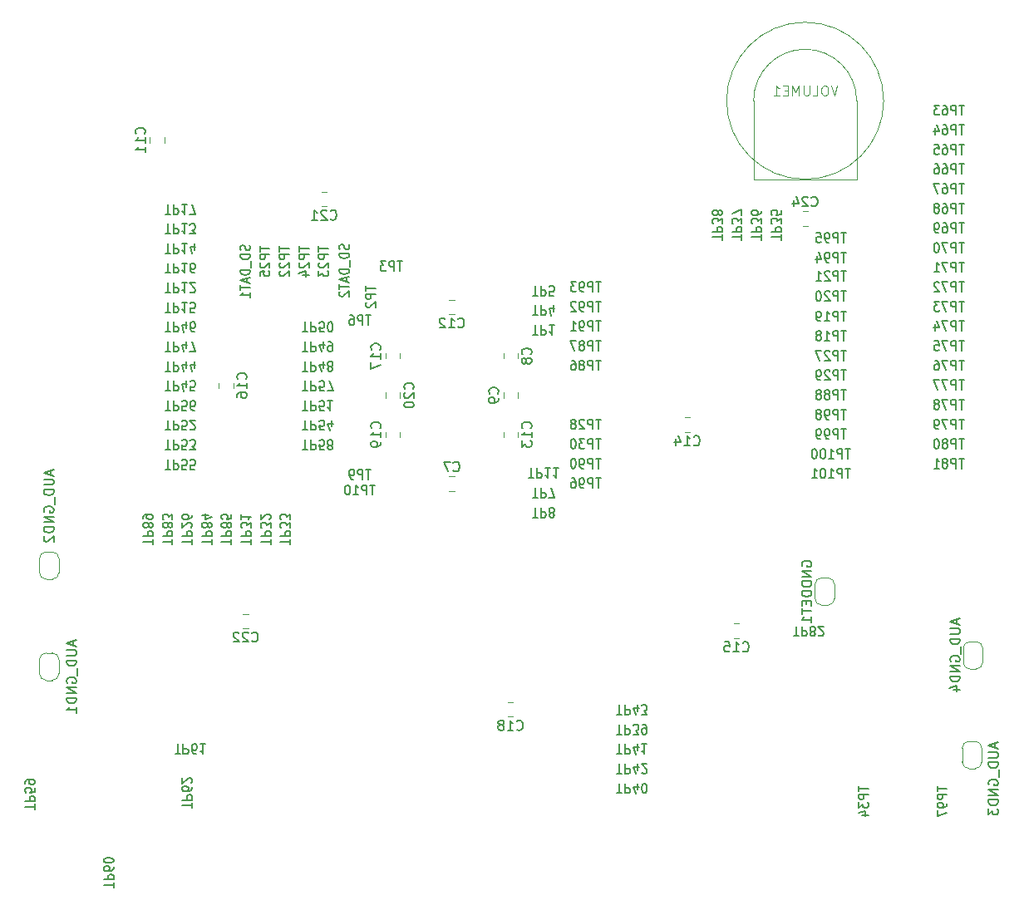
<source format=gbo>
%TF.GenerationSoftware,KiCad,Pcbnew,7.0.10*%
%TF.CreationDate,2024-03-06T19:41:30-08:00*%
%TF.ProjectId,player_system,706c6179-6572-45f7-9379-7374656d2e6b,rev?*%
%TF.SameCoordinates,Original*%
%TF.FileFunction,Legend,Bot*%
%TF.FilePolarity,Positive*%
%FSLAX46Y46*%
G04 Gerber Fmt 4.6, Leading zero omitted, Abs format (unit mm)*
G04 Created by KiCad (PCBNEW 7.0.10) date 2024-03-06 19:41:30*
%MOMM*%
%LPD*%
G01*
G04 APERTURE LIST*
%ADD10C,0.150000*%
%ADD11C,0.100000*%
%ADD12C,0.120000*%
G04 APERTURE END LIST*
D10*
X110039580Y-71357142D02*
X110087200Y-71309523D01*
X110087200Y-71309523D02*
X110134819Y-71166666D01*
X110134819Y-71166666D02*
X110134819Y-71071428D01*
X110134819Y-71071428D02*
X110087200Y-70928571D01*
X110087200Y-70928571D02*
X109991961Y-70833333D01*
X109991961Y-70833333D02*
X109896723Y-70785714D01*
X109896723Y-70785714D02*
X109706247Y-70738095D01*
X109706247Y-70738095D02*
X109563390Y-70738095D01*
X109563390Y-70738095D02*
X109372914Y-70785714D01*
X109372914Y-70785714D02*
X109277676Y-70833333D01*
X109277676Y-70833333D02*
X109182438Y-70928571D01*
X109182438Y-70928571D02*
X109134819Y-71071428D01*
X109134819Y-71071428D02*
X109134819Y-71166666D01*
X109134819Y-71166666D02*
X109182438Y-71309523D01*
X109182438Y-71309523D02*
X109230057Y-71357142D01*
X110134819Y-72309523D02*
X110134819Y-71738095D01*
X110134819Y-72023809D02*
X109134819Y-72023809D01*
X109134819Y-72023809D02*
X109277676Y-71928571D01*
X109277676Y-71928571D02*
X109372914Y-71833333D01*
X109372914Y-71833333D02*
X109420533Y-71738095D01*
X109134819Y-73166666D02*
X109134819Y-72976190D01*
X109134819Y-72976190D02*
X109182438Y-72880952D01*
X109182438Y-72880952D02*
X109230057Y-72833333D01*
X109230057Y-72833333D02*
X109372914Y-72738095D01*
X109372914Y-72738095D02*
X109563390Y-72690476D01*
X109563390Y-72690476D02*
X109944342Y-72690476D01*
X109944342Y-72690476D02*
X110039580Y-72738095D01*
X110039580Y-72738095D02*
X110087200Y-72785714D01*
X110087200Y-72785714D02*
X110134819Y-72880952D01*
X110134819Y-72880952D02*
X110134819Y-73071428D01*
X110134819Y-73071428D02*
X110087200Y-73166666D01*
X110087200Y-73166666D02*
X110039580Y-73214285D01*
X110039580Y-73214285D02*
X109944342Y-73261904D01*
X109944342Y-73261904D02*
X109706247Y-73261904D01*
X109706247Y-73261904D02*
X109611009Y-73214285D01*
X109611009Y-73214285D02*
X109563390Y-73166666D01*
X109563390Y-73166666D02*
X109515771Y-73071428D01*
X109515771Y-73071428D02*
X109515771Y-72880952D01*
X109515771Y-72880952D02*
X109563390Y-72785714D01*
X109563390Y-72785714D02*
X109611009Y-72738095D01*
X109611009Y-72738095D02*
X109706247Y-72690476D01*
X171164285Y-70454819D02*
X170650000Y-70454819D01*
X170907142Y-71454819D02*
X170907142Y-70454819D01*
X170350000Y-71454819D02*
X170350000Y-70454819D01*
X170350000Y-70454819D02*
X170007143Y-70454819D01*
X170007143Y-70454819D02*
X169921428Y-70502438D01*
X169921428Y-70502438D02*
X169878571Y-70550057D01*
X169878571Y-70550057D02*
X169835714Y-70645295D01*
X169835714Y-70645295D02*
X169835714Y-70788152D01*
X169835714Y-70788152D02*
X169878571Y-70883390D01*
X169878571Y-70883390D02*
X169921428Y-70931009D01*
X169921428Y-70931009D02*
X170007143Y-70978628D01*
X170007143Y-70978628D02*
X170350000Y-70978628D01*
X169492857Y-70550057D02*
X169450000Y-70502438D01*
X169450000Y-70502438D02*
X169364286Y-70454819D01*
X169364286Y-70454819D02*
X169150000Y-70454819D01*
X169150000Y-70454819D02*
X169064286Y-70502438D01*
X169064286Y-70502438D02*
X169021428Y-70550057D01*
X169021428Y-70550057D02*
X168978571Y-70645295D01*
X168978571Y-70645295D02*
X168978571Y-70740533D01*
X168978571Y-70740533D02*
X169021428Y-70883390D01*
X169021428Y-70883390D02*
X169535714Y-71454819D01*
X169535714Y-71454819D02*
X168978571Y-71454819D01*
X168550000Y-71454819D02*
X168378571Y-71454819D01*
X168378571Y-71454819D02*
X168292857Y-71407200D01*
X168292857Y-71407200D02*
X168250000Y-71359580D01*
X168250000Y-71359580D02*
X168164285Y-71216723D01*
X168164285Y-71216723D02*
X168121428Y-71026247D01*
X168121428Y-71026247D02*
X168121428Y-70645295D01*
X168121428Y-70645295D02*
X168164285Y-70550057D01*
X168164285Y-70550057D02*
X168207143Y-70502438D01*
X168207143Y-70502438D02*
X168292857Y-70454819D01*
X168292857Y-70454819D02*
X168464285Y-70454819D01*
X168464285Y-70454819D02*
X168550000Y-70502438D01*
X168550000Y-70502438D02*
X168592857Y-70550057D01*
X168592857Y-70550057D02*
X168635714Y-70645295D01*
X168635714Y-70645295D02*
X168635714Y-70883390D01*
X168635714Y-70883390D02*
X168592857Y-70978628D01*
X168592857Y-70978628D02*
X168550000Y-71026247D01*
X168550000Y-71026247D02*
X168464285Y-71073866D01*
X168464285Y-71073866D02*
X168292857Y-71073866D01*
X168292857Y-71073866D02*
X168207143Y-71026247D01*
X168207143Y-71026247D02*
X168164285Y-70978628D01*
X168164285Y-70978628D02*
X168121428Y-70883390D01*
X167642857Y-53679580D02*
X167690476Y-53727200D01*
X167690476Y-53727200D02*
X167833333Y-53774819D01*
X167833333Y-53774819D02*
X167928571Y-53774819D01*
X167928571Y-53774819D02*
X168071428Y-53727200D01*
X168071428Y-53727200D02*
X168166666Y-53631961D01*
X168166666Y-53631961D02*
X168214285Y-53536723D01*
X168214285Y-53536723D02*
X168261904Y-53346247D01*
X168261904Y-53346247D02*
X168261904Y-53203390D01*
X168261904Y-53203390D02*
X168214285Y-53012914D01*
X168214285Y-53012914D02*
X168166666Y-52917676D01*
X168166666Y-52917676D02*
X168071428Y-52822438D01*
X168071428Y-52822438D02*
X167928571Y-52774819D01*
X167928571Y-52774819D02*
X167833333Y-52774819D01*
X167833333Y-52774819D02*
X167690476Y-52822438D01*
X167690476Y-52822438D02*
X167642857Y-52870057D01*
X167261904Y-52870057D02*
X167214285Y-52822438D01*
X167214285Y-52822438D02*
X167119047Y-52774819D01*
X167119047Y-52774819D02*
X166880952Y-52774819D01*
X166880952Y-52774819D02*
X166785714Y-52822438D01*
X166785714Y-52822438D02*
X166738095Y-52870057D01*
X166738095Y-52870057D02*
X166690476Y-52965295D01*
X166690476Y-52965295D02*
X166690476Y-53060533D01*
X166690476Y-53060533D02*
X166738095Y-53203390D01*
X166738095Y-53203390D02*
X167309523Y-53774819D01*
X167309523Y-53774819D02*
X166690476Y-53774819D01*
X165833333Y-53108152D02*
X165833333Y-53774819D01*
X166071428Y-52727200D02*
X166309523Y-53441485D01*
X166309523Y-53441485D02*
X165690476Y-53441485D01*
X101835714Y-64545180D02*
X102350000Y-64545180D01*
X102092857Y-63545180D02*
X102092857Y-64545180D01*
X102649999Y-63545180D02*
X102649999Y-64545180D01*
X102649999Y-64545180D02*
X102992856Y-64545180D01*
X102992856Y-64545180D02*
X103078571Y-64497561D01*
X103078571Y-64497561D02*
X103121428Y-64449942D01*
X103121428Y-64449942D02*
X103164285Y-64354704D01*
X103164285Y-64354704D02*
X103164285Y-64211847D01*
X103164285Y-64211847D02*
X103121428Y-64116609D01*
X103121428Y-64116609D02*
X103078571Y-64068990D01*
X103078571Y-64068990D02*
X102992856Y-64021371D01*
X102992856Y-64021371D02*
X102649999Y-64021371D01*
X104021428Y-63545180D02*
X103507142Y-63545180D01*
X103764285Y-63545180D02*
X103764285Y-64545180D01*
X103764285Y-64545180D02*
X103678571Y-64402323D01*
X103678571Y-64402323D02*
X103592856Y-64307085D01*
X103592856Y-64307085D02*
X103507142Y-64259466D01*
X104835714Y-64545180D02*
X104407142Y-64545180D01*
X104407142Y-64545180D02*
X104364285Y-64068990D01*
X104364285Y-64068990D02*
X104407142Y-64116609D01*
X104407142Y-64116609D02*
X104492857Y-64164228D01*
X104492857Y-64164228D02*
X104707142Y-64164228D01*
X104707142Y-64164228D02*
X104792857Y-64116609D01*
X104792857Y-64116609D02*
X104835714Y-64068990D01*
X104835714Y-64068990D02*
X104878571Y-63973752D01*
X104878571Y-63973752D02*
X104878571Y-63735657D01*
X104878571Y-63735657D02*
X104835714Y-63640419D01*
X104835714Y-63640419D02*
X104792857Y-63592800D01*
X104792857Y-63592800D02*
X104707142Y-63545180D01*
X104707142Y-63545180D02*
X104492857Y-63545180D01*
X104492857Y-63545180D02*
X104407142Y-63592800D01*
X104407142Y-63592800D02*
X104364285Y-63640419D01*
X183164285Y-71454819D02*
X182650000Y-71454819D01*
X182907142Y-72454819D02*
X182907142Y-71454819D01*
X182350000Y-72454819D02*
X182350000Y-71454819D01*
X182350000Y-71454819D02*
X182007143Y-71454819D01*
X182007143Y-71454819D02*
X181921428Y-71502438D01*
X181921428Y-71502438D02*
X181878571Y-71550057D01*
X181878571Y-71550057D02*
X181835714Y-71645295D01*
X181835714Y-71645295D02*
X181835714Y-71788152D01*
X181835714Y-71788152D02*
X181878571Y-71883390D01*
X181878571Y-71883390D02*
X181921428Y-71931009D01*
X181921428Y-71931009D02*
X182007143Y-71978628D01*
X182007143Y-71978628D02*
X182350000Y-71978628D01*
X181535714Y-71454819D02*
X180935714Y-71454819D01*
X180935714Y-71454819D02*
X181321428Y-72454819D01*
X180678571Y-71454819D02*
X180078571Y-71454819D01*
X180078571Y-71454819D02*
X180464285Y-72454819D01*
X118642857Y-55039580D02*
X118690476Y-55087200D01*
X118690476Y-55087200D02*
X118833333Y-55134819D01*
X118833333Y-55134819D02*
X118928571Y-55134819D01*
X118928571Y-55134819D02*
X119071428Y-55087200D01*
X119071428Y-55087200D02*
X119166666Y-54991961D01*
X119166666Y-54991961D02*
X119214285Y-54896723D01*
X119214285Y-54896723D02*
X119261904Y-54706247D01*
X119261904Y-54706247D02*
X119261904Y-54563390D01*
X119261904Y-54563390D02*
X119214285Y-54372914D01*
X119214285Y-54372914D02*
X119166666Y-54277676D01*
X119166666Y-54277676D02*
X119071428Y-54182438D01*
X119071428Y-54182438D02*
X118928571Y-54134819D01*
X118928571Y-54134819D02*
X118833333Y-54134819D01*
X118833333Y-54134819D02*
X118690476Y-54182438D01*
X118690476Y-54182438D02*
X118642857Y-54230057D01*
X118261904Y-54230057D02*
X118214285Y-54182438D01*
X118214285Y-54182438D02*
X118119047Y-54134819D01*
X118119047Y-54134819D02*
X117880952Y-54134819D01*
X117880952Y-54134819D02*
X117785714Y-54182438D01*
X117785714Y-54182438D02*
X117738095Y-54230057D01*
X117738095Y-54230057D02*
X117690476Y-54325295D01*
X117690476Y-54325295D02*
X117690476Y-54420533D01*
X117690476Y-54420533D02*
X117738095Y-54563390D01*
X117738095Y-54563390D02*
X118309523Y-55134819D01*
X118309523Y-55134819D02*
X117690476Y-55134819D01*
X116738095Y-55134819D02*
X117309523Y-55134819D01*
X117023809Y-55134819D02*
X117023809Y-54134819D01*
X117023809Y-54134819D02*
X117119047Y-54277676D01*
X117119047Y-54277676D02*
X117214285Y-54372914D01*
X117214285Y-54372914D02*
X117309523Y-54420533D01*
X146164285Y-81454819D02*
X145650000Y-81454819D01*
X145907142Y-82454819D02*
X145907142Y-81454819D01*
X145350000Y-82454819D02*
X145350000Y-81454819D01*
X145350000Y-81454819D02*
X145007143Y-81454819D01*
X145007143Y-81454819D02*
X144921428Y-81502438D01*
X144921428Y-81502438D02*
X144878571Y-81550057D01*
X144878571Y-81550057D02*
X144835714Y-81645295D01*
X144835714Y-81645295D02*
X144835714Y-81788152D01*
X144835714Y-81788152D02*
X144878571Y-81883390D01*
X144878571Y-81883390D02*
X144921428Y-81931009D01*
X144921428Y-81931009D02*
X145007143Y-81978628D01*
X145007143Y-81978628D02*
X145350000Y-81978628D01*
X144407143Y-82454819D02*
X144235714Y-82454819D01*
X144235714Y-82454819D02*
X144150000Y-82407200D01*
X144150000Y-82407200D02*
X144107143Y-82359580D01*
X144107143Y-82359580D02*
X144021428Y-82216723D01*
X144021428Y-82216723D02*
X143978571Y-82026247D01*
X143978571Y-82026247D02*
X143978571Y-81645295D01*
X143978571Y-81645295D02*
X144021428Y-81550057D01*
X144021428Y-81550057D02*
X144064286Y-81502438D01*
X144064286Y-81502438D02*
X144150000Y-81454819D01*
X144150000Y-81454819D02*
X144321428Y-81454819D01*
X144321428Y-81454819D02*
X144407143Y-81502438D01*
X144407143Y-81502438D02*
X144450000Y-81550057D01*
X144450000Y-81550057D02*
X144492857Y-81645295D01*
X144492857Y-81645295D02*
X144492857Y-81883390D01*
X144492857Y-81883390D02*
X144450000Y-81978628D01*
X144450000Y-81978628D02*
X144407143Y-82026247D01*
X144407143Y-82026247D02*
X144321428Y-82073866D01*
X144321428Y-82073866D02*
X144150000Y-82073866D01*
X144150000Y-82073866D02*
X144064286Y-82026247D01*
X144064286Y-82026247D02*
X144021428Y-81978628D01*
X144021428Y-81978628D02*
X143978571Y-81883390D01*
X143207143Y-81454819D02*
X143378571Y-81454819D01*
X143378571Y-81454819D02*
X143464285Y-81502438D01*
X143464285Y-81502438D02*
X143507143Y-81550057D01*
X143507143Y-81550057D02*
X143592857Y-81692914D01*
X143592857Y-81692914D02*
X143635714Y-81883390D01*
X143635714Y-81883390D02*
X143635714Y-82264342D01*
X143635714Y-82264342D02*
X143592857Y-82359580D01*
X143592857Y-82359580D02*
X143550000Y-82407200D01*
X143550000Y-82407200D02*
X143464285Y-82454819D01*
X143464285Y-82454819D02*
X143292857Y-82454819D01*
X143292857Y-82454819D02*
X143207143Y-82407200D01*
X143207143Y-82407200D02*
X143164285Y-82359580D01*
X143164285Y-82359580D02*
X143121428Y-82264342D01*
X143121428Y-82264342D02*
X143121428Y-82026247D01*
X143121428Y-82026247D02*
X143164285Y-81931009D01*
X143164285Y-81931009D02*
X143207143Y-81883390D01*
X143207143Y-81883390D02*
X143292857Y-81835771D01*
X143292857Y-81835771D02*
X143464285Y-81835771D01*
X143464285Y-81835771D02*
X143550000Y-81883390D01*
X143550000Y-81883390D02*
X143592857Y-81931009D01*
X143592857Y-81931009D02*
X143635714Y-82026247D01*
X125935713Y-59354819D02*
X125421428Y-59354819D01*
X125678570Y-60354819D02*
X125678570Y-59354819D01*
X125121428Y-60354819D02*
X125121428Y-59354819D01*
X125121428Y-59354819D02*
X124778571Y-59354819D01*
X124778571Y-59354819D02*
X124692856Y-59402438D01*
X124692856Y-59402438D02*
X124649999Y-59450057D01*
X124649999Y-59450057D02*
X124607142Y-59545295D01*
X124607142Y-59545295D02*
X124607142Y-59688152D01*
X124607142Y-59688152D02*
X124649999Y-59783390D01*
X124649999Y-59783390D02*
X124692856Y-59831009D01*
X124692856Y-59831009D02*
X124778571Y-59878628D01*
X124778571Y-59878628D02*
X125121428Y-59878628D01*
X124307142Y-59354819D02*
X123749999Y-59354819D01*
X123749999Y-59354819D02*
X124049999Y-59735771D01*
X124049999Y-59735771D02*
X123921428Y-59735771D01*
X123921428Y-59735771D02*
X123835714Y-59783390D01*
X123835714Y-59783390D02*
X123792856Y-59831009D01*
X123792856Y-59831009D02*
X123749999Y-59926247D01*
X123749999Y-59926247D02*
X123749999Y-60164342D01*
X123749999Y-60164342D02*
X123792856Y-60259580D01*
X123792856Y-60259580D02*
X123835714Y-60307200D01*
X123835714Y-60307200D02*
X123921428Y-60354819D01*
X123921428Y-60354819D02*
X124178571Y-60354819D01*
X124178571Y-60354819D02*
X124264285Y-60307200D01*
X124264285Y-60307200D02*
X124307142Y-60259580D01*
X171164285Y-58454819D02*
X170650000Y-58454819D01*
X170907142Y-59454819D02*
X170907142Y-58454819D01*
X170350000Y-59454819D02*
X170350000Y-58454819D01*
X170350000Y-58454819D02*
X170007143Y-58454819D01*
X170007143Y-58454819D02*
X169921428Y-58502438D01*
X169921428Y-58502438D02*
X169878571Y-58550057D01*
X169878571Y-58550057D02*
X169835714Y-58645295D01*
X169835714Y-58645295D02*
X169835714Y-58788152D01*
X169835714Y-58788152D02*
X169878571Y-58883390D01*
X169878571Y-58883390D02*
X169921428Y-58931009D01*
X169921428Y-58931009D02*
X170007143Y-58978628D01*
X170007143Y-58978628D02*
X170350000Y-58978628D01*
X169407143Y-59454819D02*
X169235714Y-59454819D01*
X169235714Y-59454819D02*
X169150000Y-59407200D01*
X169150000Y-59407200D02*
X169107143Y-59359580D01*
X169107143Y-59359580D02*
X169021428Y-59216723D01*
X169021428Y-59216723D02*
X168978571Y-59026247D01*
X168978571Y-59026247D02*
X168978571Y-58645295D01*
X168978571Y-58645295D02*
X169021428Y-58550057D01*
X169021428Y-58550057D02*
X169064286Y-58502438D01*
X169064286Y-58502438D02*
X169150000Y-58454819D01*
X169150000Y-58454819D02*
X169321428Y-58454819D01*
X169321428Y-58454819D02*
X169407143Y-58502438D01*
X169407143Y-58502438D02*
X169450000Y-58550057D01*
X169450000Y-58550057D02*
X169492857Y-58645295D01*
X169492857Y-58645295D02*
X169492857Y-58883390D01*
X169492857Y-58883390D02*
X169450000Y-58978628D01*
X169450000Y-58978628D02*
X169407143Y-59026247D01*
X169407143Y-59026247D02*
X169321428Y-59073866D01*
X169321428Y-59073866D02*
X169150000Y-59073866D01*
X169150000Y-59073866D02*
X169064286Y-59026247D01*
X169064286Y-59026247D02*
X169021428Y-58978628D01*
X169021428Y-58978628D02*
X168978571Y-58883390D01*
X168207143Y-58788152D02*
X168207143Y-59454819D01*
X168421428Y-58407200D02*
X168635714Y-59121485D01*
X168635714Y-59121485D02*
X168078571Y-59121485D01*
X127039580Y-72357142D02*
X127087200Y-72309523D01*
X127087200Y-72309523D02*
X127134819Y-72166666D01*
X127134819Y-72166666D02*
X127134819Y-72071428D01*
X127134819Y-72071428D02*
X127087200Y-71928571D01*
X127087200Y-71928571D02*
X126991961Y-71833333D01*
X126991961Y-71833333D02*
X126896723Y-71785714D01*
X126896723Y-71785714D02*
X126706247Y-71738095D01*
X126706247Y-71738095D02*
X126563390Y-71738095D01*
X126563390Y-71738095D02*
X126372914Y-71785714D01*
X126372914Y-71785714D02*
X126277676Y-71833333D01*
X126277676Y-71833333D02*
X126182438Y-71928571D01*
X126182438Y-71928571D02*
X126134819Y-72071428D01*
X126134819Y-72071428D02*
X126134819Y-72166666D01*
X126134819Y-72166666D02*
X126182438Y-72309523D01*
X126182438Y-72309523D02*
X126230057Y-72357142D01*
X126230057Y-72738095D02*
X126182438Y-72785714D01*
X126182438Y-72785714D02*
X126134819Y-72880952D01*
X126134819Y-72880952D02*
X126134819Y-73119047D01*
X126134819Y-73119047D02*
X126182438Y-73214285D01*
X126182438Y-73214285D02*
X126230057Y-73261904D01*
X126230057Y-73261904D02*
X126325295Y-73309523D01*
X126325295Y-73309523D02*
X126420533Y-73309523D01*
X126420533Y-73309523D02*
X126563390Y-73261904D01*
X126563390Y-73261904D02*
X127134819Y-72690476D01*
X127134819Y-72690476D02*
X127134819Y-73309523D01*
X126134819Y-73928571D02*
X126134819Y-74023809D01*
X126134819Y-74023809D02*
X126182438Y-74119047D01*
X126182438Y-74119047D02*
X126230057Y-74166666D01*
X126230057Y-74166666D02*
X126325295Y-74214285D01*
X126325295Y-74214285D02*
X126515771Y-74261904D01*
X126515771Y-74261904D02*
X126753866Y-74261904D01*
X126753866Y-74261904D02*
X126944342Y-74214285D01*
X126944342Y-74214285D02*
X127039580Y-74166666D01*
X127039580Y-74166666D02*
X127087200Y-74119047D01*
X127087200Y-74119047D02*
X127134819Y-74023809D01*
X127134819Y-74023809D02*
X127134819Y-73928571D01*
X127134819Y-73928571D02*
X127087200Y-73833333D01*
X127087200Y-73833333D02*
X127039580Y-73785714D01*
X127039580Y-73785714D02*
X126944342Y-73738095D01*
X126944342Y-73738095D02*
X126753866Y-73690476D01*
X126753866Y-73690476D02*
X126515771Y-73690476D01*
X126515771Y-73690476D02*
X126325295Y-73738095D01*
X126325295Y-73738095D02*
X126230057Y-73785714D01*
X126230057Y-73785714D02*
X126182438Y-73833333D01*
X126182438Y-73833333D02*
X126134819Y-73928571D01*
X183164285Y-63454819D02*
X182650000Y-63454819D01*
X182907142Y-64454819D02*
X182907142Y-63454819D01*
X182350000Y-64454819D02*
X182350000Y-63454819D01*
X182350000Y-63454819D02*
X182007143Y-63454819D01*
X182007143Y-63454819D02*
X181921428Y-63502438D01*
X181921428Y-63502438D02*
X181878571Y-63550057D01*
X181878571Y-63550057D02*
X181835714Y-63645295D01*
X181835714Y-63645295D02*
X181835714Y-63788152D01*
X181835714Y-63788152D02*
X181878571Y-63883390D01*
X181878571Y-63883390D02*
X181921428Y-63931009D01*
X181921428Y-63931009D02*
X182007143Y-63978628D01*
X182007143Y-63978628D02*
X182350000Y-63978628D01*
X181535714Y-63454819D02*
X180935714Y-63454819D01*
X180935714Y-63454819D02*
X181321428Y-64454819D01*
X180678571Y-63454819D02*
X180121428Y-63454819D01*
X180121428Y-63454819D02*
X180421428Y-63835771D01*
X180421428Y-63835771D02*
X180292857Y-63835771D01*
X180292857Y-63835771D02*
X180207143Y-63883390D01*
X180207143Y-63883390D02*
X180164285Y-63931009D01*
X180164285Y-63931009D02*
X180121428Y-64026247D01*
X180121428Y-64026247D02*
X180121428Y-64264342D01*
X180121428Y-64264342D02*
X180164285Y-64359580D01*
X180164285Y-64359580D02*
X180207143Y-64407200D01*
X180207143Y-64407200D02*
X180292857Y-64454819D01*
X180292857Y-64454819D02*
X180550000Y-64454819D01*
X180550000Y-64454819D02*
X180635714Y-64407200D01*
X180635714Y-64407200D02*
X180678571Y-64359580D01*
X186369104Y-108457143D02*
X186369104Y-108933333D01*
X186654819Y-108361905D02*
X185654819Y-108695238D01*
X185654819Y-108695238D02*
X186654819Y-109028571D01*
X185654819Y-109361905D02*
X186464342Y-109361905D01*
X186464342Y-109361905D02*
X186559580Y-109409524D01*
X186559580Y-109409524D02*
X186607200Y-109457143D01*
X186607200Y-109457143D02*
X186654819Y-109552381D01*
X186654819Y-109552381D02*
X186654819Y-109742857D01*
X186654819Y-109742857D02*
X186607200Y-109838095D01*
X186607200Y-109838095D02*
X186559580Y-109885714D01*
X186559580Y-109885714D02*
X186464342Y-109933333D01*
X186464342Y-109933333D02*
X185654819Y-109933333D01*
X186654819Y-110409524D02*
X185654819Y-110409524D01*
X185654819Y-110409524D02*
X185654819Y-110647619D01*
X185654819Y-110647619D02*
X185702438Y-110790476D01*
X185702438Y-110790476D02*
X185797676Y-110885714D01*
X185797676Y-110885714D02*
X185892914Y-110933333D01*
X185892914Y-110933333D02*
X186083390Y-110980952D01*
X186083390Y-110980952D02*
X186226247Y-110980952D01*
X186226247Y-110980952D02*
X186416723Y-110933333D01*
X186416723Y-110933333D02*
X186511961Y-110885714D01*
X186511961Y-110885714D02*
X186607200Y-110790476D01*
X186607200Y-110790476D02*
X186654819Y-110647619D01*
X186654819Y-110647619D02*
X186654819Y-110409524D01*
X186750057Y-111171429D02*
X186750057Y-111933333D01*
X185702438Y-112695238D02*
X185654819Y-112600000D01*
X185654819Y-112600000D02*
X185654819Y-112457143D01*
X185654819Y-112457143D02*
X185702438Y-112314286D01*
X185702438Y-112314286D02*
X185797676Y-112219048D01*
X185797676Y-112219048D02*
X185892914Y-112171429D01*
X185892914Y-112171429D02*
X186083390Y-112123810D01*
X186083390Y-112123810D02*
X186226247Y-112123810D01*
X186226247Y-112123810D02*
X186416723Y-112171429D01*
X186416723Y-112171429D02*
X186511961Y-112219048D01*
X186511961Y-112219048D02*
X186607200Y-112314286D01*
X186607200Y-112314286D02*
X186654819Y-112457143D01*
X186654819Y-112457143D02*
X186654819Y-112552381D01*
X186654819Y-112552381D02*
X186607200Y-112695238D01*
X186607200Y-112695238D02*
X186559580Y-112742857D01*
X186559580Y-112742857D02*
X186226247Y-112742857D01*
X186226247Y-112742857D02*
X186226247Y-112552381D01*
X186654819Y-113171429D02*
X185654819Y-113171429D01*
X185654819Y-113171429D02*
X186654819Y-113742857D01*
X186654819Y-113742857D02*
X185654819Y-113742857D01*
X186654819Y-114219048D02*
X185654819Y-114219048D01*
X185654819Y-114219048D02*
X185654819Y-114457143D01*
X185654819Y-114457143D02*
X185702438Y-114600000D01*
X185702438Y-114600000D02*
X185797676Y-114695238D01*
X185797676Y-114695238D02*
X185892914Y-114742857D01*
X185892914Y-114742857D02*
X186083390Y-114790476D01*
X186083390Y-114790476D02*
X186226247Y-114790476D01*
X186226247Y-114790476D02*
X186416723Y-114742857D01*
X186416723Y-114742857D02*
X186511961Y-114695238D01*
X186511961Y-114695238D02*
X186607200Y-114600000D01*
X186607200Y-114600000D02*
X186654819Y-114457143D01*
X186654819Y-114457143D02*
X186654819Y-114219048D01*
X185654819Y-115123810D02*
X185654819Y-115742857D01*
X185654819Y-115742857D02*
X186035771Y-115409524D01*
X186035771Y-115409524D02*
X186035771Y-115552381D01*
X186035771Y-115552381D02*
X186083390Y-115647619D01*
X186083390Y-115647619D02*
X186131009Y-115695238D01*
X186131009Y-115695238D02*
X186226247Y-115742857D01*
X186226247Y-115742857D02*
X186464342Y-115742857D01*
X186464342Y-115742857D02*
X186559580Y-115695238D01*
X186559580Y-115695238D02*
X186607200Y-115647619D01*
X186607200Y-115647619D02*
X186654819Y-115552381D01*
X186654819Y-115552381D02*
X186654819Y-115266667D01*
X186654819Y-115266667D02*
X186607200Y-115171429D01*
X186607200Y-115171429D02*
X186559580Y-115123810D01*
X113454819Y-57835714D02*
X113454819Y-58350000D01*
X114454819Y-58092857D02*
X113454819Y-58092857D01*
X114454819Y-58649999D02*
X113454819Y-58649999D01*
X113454819Y-58649999D02*
X113454819Y-58992856D01*
X113454819Y-58992856D02*
X113502438Y-59078571D01*
X113502438Y-59078571D02*
X113550057Y-59121428D01*
X113550057Y-59121428D02*
X113645295Y-59164285D01*
X113645295Y-59164285D02*
X113788152Y-59164285D01*
X113788152Y-59164285D02*
X113883390Y-59121428D01*
X113883390Y-59121428D02*
X113931009Y-59078571D01*
X113931009Y-59078571D02*
X113978628Y-58992856D01*
X113978628Y-58992856D02*
X113978628Y-58649999D01*
X113550057Y-59507142D02*
X113502438Y-59549999D01*
X113502438Y-59549999D02*
X113454819Y-59635714D01*
X113454819Y-59635714D02*
X113454819Y-59849999D01*
X113454819Y-59849999D02*
X113502438Y-59935714D01*
X113502438Y-59935714D02*
X113550057Y-59978571D01*
X113550057Y-59978571D02*
X113645295Y-60021428D01*
X113645295Y-60021428D02*
X113740533Y-60021428D01*
X113740533Y-60021428D02*
X113883390Y-59978571D01*
X113883390Y-59978571D02*
X114454819Y-59464285D01*
X114454819Y-59464285D02*
X114454819Y-60021428D01*
X113550057Y-60364285D02*
X113502438Y-60407142D01*
X113502438Y-60407142D02*
X113454819Y-60492857D01*
X113454819Y-60492857D02*
X113454819Y-60707142D01*
X113454819Y-60707142D02*
X113502438Y-60792857D01*
X113502438Y-60792857D02*
X113550057Y-60835714D01*
X113550057Y-60835714D02*
X113645295Y-60878571D01*
X113645295Y-60878571D02*
X113740533Y-60878571D01*
X113740533Y-60878571D02*
X113883390Y-60835714D01*
X113883390Y-60835714D02*
X114454819Y-60321428D01*
X114454819Y-60321428D02*
X114454819Y-60878571D01*
X139264286Y-64845180D02*
X139778572Y-64845180D01*
X139521429Y-63845180D02*
X139521429Y-64845180D01*
X140078571Y-63845180D02*
X140078571Y-64845180D01*
X140078571Y-64845180D02*
X140421428Y-64845180D01*
X140421428Y-64845180D02*
X140507143Y-64797561D01*
X140507143Y-64797561D02*
X140550000Y-64749942D01*
X140550000Y-64749942D02*
X140592857Y-64654704D01*
X140592857Y-64654704D02*
X140592857Y-64511847D01*
X140592857Y-64511847D02*
X140550000Y-64416609D01*
X140550000Y-64416609D02*
X140507143Y-64368990D01*
X140507143Y-64368990D02*
X140421428Y-64321371D01*
X140421428Y-64321371D02*
X140078571Y-64321371D01*
X141364286Y-64511847D02*
X141364286Y-63845180D01*
X141150000Y-64892800D02*
X140935714Y-64178514D01*
X140935714Y-64178514D02*
X141492857Y-64178514D01*
X183164285Y-69454819D02*
X182650000Y-69454819D01*
X182907142Y-70454819D02*
X182907142Y-69454819D01*
X182350000Y-70454819D02*
X182350000Y-69454819D01*
X182350000Y-69454819D02*
X182007143Y-69454819D01*
X182007143Y-69454819D02*
X181921428Y-69502438D01*
X181921428Y-69502438D02*
X181878571Y-69550057D01*
X181878571Y-69550057D02*
X181835714Y-69645295D01*
X181835714Y-69645295D02*
X181835714Y-69788152D01*
X181835714Y-69788152D02*
X181878571Y-69883390D01*
X181878571Y-69883390D02*
X181921428Y-69931009D01*
X181921428Y-69931009D02*
X182007143Y-69978628D01*
X182007143Y-69978628D02*
X182350000Y-69978628D01*
X181535714Y-69454819D02*
X180935714Y-69454819D01*
X180935714Y-69454819D02*
X181321428Y-70454819D01*
X180207143Y-69454819D02*
X180378571Y-69454819D01*
X180378571Y-69454819D02*
X180464285Y-69502438D01*
X180464285Y-69502438D02*
X180507143Y-69550057D01*
X180507143Y-69550057D02*
X180592857Y-69692914D01*
X180592857Y-69692914D02*
X180635714Y-69883390D01*
X180635714Y-69883390D02*
X180635714Y-70264342D01*
X180635714Y-70264342D02*
X180592857Y-70359580D01*
X180592857Y-70359580D02*
X180550000Y-70407200D01*
X180550000Y-70407200D02*
X180464285Y-70454819D01*
X180464285Y-70454819D02*
X180292857Y-70454819D01*
X180292857Y-70454819D02*
X180207143Y-70407200D01*
X180207143Y-70407200D02*
X180164285Y-70359580D01*
X180164285Y-70359580D02*
X180121428Y-70264342D01*
X180121428Y-70264342D02*
X180121428Y-70026247D01*
X180121428Y-70026247D02*
X180164285Y-69931009D01*
X180164285Y-69931009D02*
X180207143Y-69883390D01*
X180207143Y-69883390D02*
X180292857Y-69835771D01*
X180292857Y-69835771D02*
X180464285Y-69835771D01*
X180464285Y-69835771D02*
X180550000Y-69883390D01*
X180550000Y-69883390D02*
X180592857Y-69931009D01*
X180592857Y-69931009D02*
X180635714Y-70026247D01*
X139264286Y-85445180D02*
X139778572Y-85445180D01*
X139521429Y-84445180D02*
X139521429Y-85445180D01*
X140078571Y-84445180D02*
X140078571Y-85445180D01*
X140078571Y-85445180D02*
X140421428Y-85445180D01*
X140421428Y-85445180D02*
X140507143Y-85397561D01*
X140507143Y-85397561D02*
X140550000Y-85349942D01*
X140550000Y-85349942D02*
X140592857Y-85254704D01*
X140592857Y-85254704D02*
X140592857Y-85111847D01*
X140592857Y-85111847D02*
X140550000Y-85016609D01*
X140550000Y-85016609D02*
X140507143Y-84968990D01*
X140507143Y-84968990D02*
X140421428Y-84921371D01*
X140421428Y-84921371D02*
X140078571Y-84921371D01*
X141107143Y-85016609D02*
X141021428Y-85064228D01*
X141021428Y-85064228D02*
X140978571Y-85111847D01*
X140978571Y-85111847D02*
X140935714Y-85207085D01*
X140935714Y-85207085D02*
X140935714Y-85254704D01*
X140935714Y-85254704D02*
X140978571Y-85349942D01*
X140978571Y-85349942D02*
X141021428Y-85397561D01*
X141021428Y-85397561D02*
X141107143Y-85445180D01*
X141107143Y-85445180D02*
X141278571Y-85445180D01*
X141278571Y-85445180D02*
X141364286Y-85397561D01*
X141364286Y-85397561D02*
X141407143Y-85349942D01*
X141407143Y-85349942D02*
X141450000Y-85254704D01*
X141450000Y-85254704D02*
X141450000Y-85207085D01*
X141450000Y-85207085D02*
X141407143Y-85111847D01*
X141407143Y-85111847D02*
X141364286Y-85064228D01*
X141364286Y-85064228D02*
X141278571Y-85016609D01*
X141278571Y-85016609D02*
X141107143Y-85016609D01*
X141107143Y-85016609D02*
X141021428Y-84968990D01*
X141021428Y-84968990D02*
X140978571Y-84921371D01*
X140978571Y-84921371D02*
X140935714Y-84826133D01*
X140935714Y-84826133D02*
X140935714Y-84635657D01*
X140935714Y-84635657D02*
X140978571Y-84540419D01*
X140978571Y-84540419D02*
X141021428Y-84492800D01*
X141021428Y-84492800D02*
X141107143Y-84445180D01*
X141107143Y-84445180D02*
X141278571Y-84445180D01*
X141278571Y-84445180D02*
X141364286Y-84492800D01*
X141364286Y-84492800D02*
X141407143Y-84540419D01*
X141407143Y-84540419D02*
X141450000Y-84635657D01*
X141450000Y-84635657D02*
X141450000Y-84826133D01*
X141450000Y-84826133D02*
X141407143Y-84921371D01*
X141407143Y-84921371D02*
X141364286Y-84968990D01*
X141364286Y-84968990D02*
X141278571Y-85016609D01*
D11*
X170285713Y-41457419D02*
X169952380Y-42457419D01*
X169952380Y-42457419D02*
X169619047Y-41457419D01*
X169095237Y-41457419D02*
X168904761Y-41457419D01*
X168904761Y-41457419D02*
X168809523Y-41505038D01*
X168809523Y-41505038D02*
X168714285Y-41600276D01*
X168714285Y-41600276D02*
X168666666Y-41790752D01*
X168666666Y-41790752D02*
X168666666Y-42124085D01*
X168666666Y-42124085D02*
X168714285Y-42314561D01*
X168714285Y-42314561D02*
X168809523Y-42409800D01*
X168809523Y-42409800D02*
X168904761Y-42457419D01*
X168904761Y-42457419D02*
X169095237Y-42457419D01*
X169095237Y-42457419D02*
X169190475Y-42409800D01*
X169190475Y-42409800D02*
X169285713Y-42314561D01*
X169285713Y-42314561D02*
X169333332Y-42124085D01*
X169333332Y-42124085D02*
X169333332Y-41790752D01*
X169333332Y-41790752D02*
X169285713Y-41600276D01*
X169285713Y-41600276D02*
X169190475Y-41505038D01*
X169190475Y-41505038D02*
X169095237Y-41457419D01*
X167761904Y-42457419D02*
X168238094Y-42457419D01*
X168238094Y-42457419D02*
X168238094Y-41457419D01*
X167428570Y-41457419D02*
X167428570Y-42266942D01*
X167428570Y-42266942D02*
X167380951Y-42362180D01*
X167380951Y-42362180D02*
X167333332Y-42409800D01*
X167333332Y-42409800D02*
X167238094Y-42457419D01*
X167238094Y-42457419D02*
X167047618Y-42457419D01*
X167047618Y-42457419D02*
X166952380Y-42409800D01*
X166952380Y-42409800D02*
X166904761Y-42362180D01*
X166904761Y-42362180D02*
X166857142Y-42266942D01*
X166857142Y-42266942D02*
X166857142Y-41457419D01*
X166380951Y-42457419D02*
X166380951Y-41457419D01*
X166380951Y-41457419D02*
X166047618Y-42171704D01*
X166047618Y-42171704D02*
X165714285Y-41457419D01*
X165714285Y-41457419D02*
X165714285Y-42457419D01*
X165238094Y-41933609D02*
X164904761Y-41933609D01*
X164761904Y-42457419D02*
X165238094Y-42457419D01*
X165238094Y-42457419D02*
X165238094Y-41457419D01*
X165238094Y-41457419D02*
X164761904Y-41457419D01*
X163809523Y-42457419D02*
X164380951Y-42457419D01*
X164095237Y-42457419D02*
X164095237Y-41457419D01*
X164095237Y-41457419D02*
X164190475Y-41600276D01*
X164190475Y-41600276D02*
X164285713Y-41695514D01*
X164285713Y-41695514D02*
X164380951Y-41743133D01*
D10*
X171164285Y-72454819D02*
X170650000Y-72454819D01*
X170907142Y-73454819D02*
X170907142Y-72454819D01*
X170350000Y-73454819D02*
X170350000Y-72454819D01*
X170350000Y-72454819D02*
X170007143Y-72454819D01*
X170007143Y-72454819D02*
X169921428Y-72502438D01*
X169921428Y-72502438D02*
X169878571Y-72550057D01*
X169878571Y-72550057D02*
X169835714Y-72645295D01*
X169835714Y-72645295D02*
X169835714Y-72788152D01*
X169835714Y-72788152D02*
X169878571Y-72883390D01*
X169878571Y-72883390D02*
X169921428Y-72931009D01*
X169921428Y-72931009D02*
X170007143Y-72978628D01*
X170007143Y-72978628D02*
X170350000Y-72978628D01*
X169321428Y-72883390D02*
X169407143Y-72835771D01*
X169407143Y-72835771D02*
X169450000Y-72788152D01*
X169450000Y-72788152D02*
X169492857Y-72692914D01*
X169492857Y-72692914D02*
X169492857Y-72645295D01*
X169492857Y-72645295D02*
X169450000Y-72550057D01*
X169450000Y-72550057D02*
X169407143Y-72502438D01*
X169407143Y-72502438D02*
X169321428Y-72454819D01*
X169321428Y-72454819D02*
X169150000Y-72454819D01*
X169150000Y-72454819D02*
X169064286Y-72502438D01*
X169064286Y-72502438D02*
X169021428Y-72550057D01*
X169021428Y-72550057D02*
X168978571Y-72645295D01*
X168978571Y-72645295D02*
X168978571Y-72692914D01*
X168978571Y-72692914D02*
X169021428Y-72788152D01*
X169021428Y-72788152D02*
X169064286Y-72835771D01*
X169064286Y-72835771D02*
X169150000Y-72883390D01*
X169150000Y-72883390D02*
X169321428Y-72883390D01*
X169321428Y-72883390D02*
X169407143Y-72931009D01*
X169407143Y-72931009D02*
X169450000Y-72978628D01*
X169450000Y-72978628D02*
X169492857Y-73073866D01*
X169492857Y-73073866D02*
X169492857Y-73264342D01*
X169492857Y-73264342D02*
X169450000Y-73359580D01*
X169450000Y-73359580D02*
X169407143Y-73407200D01*
X169407143Y-73407200D02*
X169321428Y-73454819D01*
X169321428Y-73454819D02*
X169150000Y-73454819D01*
X169150000Y-73454819D02*
X169064286Y-73407200D01*
X169064286Y-73407200D02*
X169021428Y-73359580D01*
X169021428Y-73359580D02*
X168978571Y-73264342D01*
X168978571Y-73264342D02*
X168978571Y-73073866D01*
X168978571Y-73073866D02*
X169021428Y-72978628D01*
X169021428Y-72978628D02*
X169064286Y-72931009D01*
X169064286Y-72931009D02*
X169150000Y-72883390D01*
X168464285Y-72883390D02*
X168550000Y-72835771D01*
X168550000Y-72835771D02*
X168592857Y-72788152D01*
X168592857Y-72788152D02*
X168635714Y-72692914D01*
X168635714Y-72692914D02*
X168635714Y-72645295D01*
X168635714Y-72645295D02*
X168592857Y-72550057D01*
X168592857Y-72550057D02*
X168550000Y-72502438D01*
X168550000Y-72502438D02*
X168464285Y-72454819D01*
X168464285Y-72454819D02*
X168292857Y-72454819D01*
X168292857Y-72454819D02*
X168207143Y-72502438D01*
X168207143Y-72502438D02*
X168164285Y-72550057D01*
X168164285Y-72550057D02*
X168121428Y-72645295D01*
X168121428Y-72645295D02*
X168121428Y-72692914D01*
X168121428Y-72692914D02*
X168164285Y-72788152D01*
X168164285Y-72788152D02*
X168207143Y-72835771D01*
X168207143Y-72835771D02*
X168292857Y-72883390D01*
X168292857Y-72883390D02*
X168464285Y-72883390D01*
X168464285Y-72883390D02*
X168550000Y-72931009D01*
X168550000Y-72931009D02*
X168592857Y-72978628D01*
X168592857Y-72978628D02*
X168635714Y-73073866D01*
X168635714Y-73073866D02*
X168635714Y-73264342D01*
X168635714Y-73264342D02*
X168592857Y-73359580D01*
X168592857Y-73359580D02*
X168550000Y-73407200D01*
X168550000Y-73407200D02*
X168464285Y-73454819D01*
X168464285Y-73454819D02*
X168292857Y-73454819D01*
X168292857Y-73454819D02*
X168207143Y-73407200D01*
X168207143Y-73407200D02*
X168164285Y-73359580D01*
X168164285Y-73359580D02*
X168121428Y-73264342D01*
X168121428Y-73264342D02*
X168121428Y-73073866D01*
X168121428Y-73073866D02*
X168164285Y-72978628D01*
X168164285Y-72978628D02*
X168207143Y-72931009D01*
X168207143Y-72931009D02*
X168292857Y-72883390D01*
X101835714Y-56545180D02*
X102350000Y-56545180D01*
X102092857Y-55545180D02*
X102092857Y-56545180D01*
X102649999Y-55545180D02*
X102649999Y-56545180D01*
X102649999Y-56545180D02*
X102992856Y-56545180D01*
X102992856Y-56545180D02*
X103078571Y-56497561D01*
X103078571Y-56497561D02*
X103121428Y-56449942D01*
X103121428Y-56449942D02*
X103164285Y-56354704D01*
X103164285Y-56354704D02*
X103164285Y-56211847D01*
X103164285Y-56211847D02*
X103121428Y-56116609D01*
X103121428Y-56116609D02*
X103078571Y-56068990D01*
X103078571Y-56068990D02*
X102992856Y-56021371D01*
X102992856Y-56021371D02*
X102649999Y-56021371D01*
X104021428Y-55545180D02*
X103507142Y-55545180D01*
X103764285Y-55545180D02*
X103764285Y-56545180D01*
X103764285Y-56545180D02*
X103678571Y-56402323D01*
X103678571Y-56402323D02*
X103592856Y-56307085D01*
X103592856Y-56307085D02*
X103507142Y-56259466D01*
X104321428Y-56545180D02*
X104878571Y-56545180D01*
X104878571Y-56545180D02*
X104578571Y-56164228D01*
X104578571Y-56164228D02*
X104707142Y-56164228D01*
X104707142Y-56164228D02*
X104792857Y-56116609D01*
X104792857Y-56116609D02*
X104835714Y-56068990D01*
X104835714Y-56068990D02*
X104878571Y-55973752D01*
X104878571Y-55973752D02*
X104878571Y-55735657D01*
X104878571Y-55735657D02*
X104835714Y-55640419D01*
X104835714Y-55640419D02*
X104792857Y-55592800D01*
X104792857Y-55592800D02*
X104707142Y-55545180D01*
X104707142Y-55545180D02*
X104449999Y-55545180D01*
X104449999Y-55545180D02*
X104364285Y-55592800D01*
X104364285Y-55592800D02*
X104321428Y-55640419D01*
X112545180Y-88164285D02*
X112545180Y-87650000D01*
X111545180Y-87907142D02*
X112545180Y-87907142D01*
X111545180Y-87350000D02*
X112545180Y-87350000D01*
X112545180Y-87350000D02*
X112545180Y-87007143D01*
X112545180Y-87007143D02*
X112497561Y-86921428D01*
X112497561Y-86921428D02*
X112449942Y-86878571D01*
X112449942Y-86878571D02*
X112354704Y-86835714D01*
X112354704Y-86835714D02*
X112211847Y-86835714D01*
X112211847Y-86835714D02*
X112116609Y-86878571D01*
X112116609Y-86878571D02*
X112068990Y-86921428D01*
X112068990Y-86921428D02*
X112021371Y-87007143D01*
X112021371Y-87007143D02*
X112021371Y-87350000D01*
X112545180Y-86535714D02*
X112545180Y-85978571D01*
X112545180Y-85978571D02*
X112164228Y-86278571D01*
X112164228Y-86278571D02*
X112164228Y-86150000D01*
X112164228Y-86150000D02*
X112116609Y-86064286D01*
X112116609Y-86064286D02*
X112068990Y-86021428D01*
X112068990Y-86021428D02*
X111973752Y-85978571D01*
X111973752Y-85978571D02*
X111735657Y-85978571D01*
X111735657Y-85978571D02*
X111640419Y-86021428D01*
X111640419Y-86021428D02*
X111592800Y-86064286D01*
X111592800Y-86064286D02*
X111545180Y-86150000D01*
X111545180Y-86150000D02*
X111545180Y-86407143D01*
X111545180Y-86407143D02*
X111592800Y-86492857D01*
X111592800Y-86492857D02*
X111640419Y-86535714D01*
X112449942Y-85635714D02*
X112497561Y-85592857D01*
X112497561Y-85592857D02*
X112545180Y-85507143D01*
X112545180Y-85507143D02*
X112545180Y-85292857D01*
X112545180Y-85292857D02*
X112497561Y-85207143D01*
X112497561Y-85207143D02*
X112449942Y-85164285D01*
X112449942Y-85164285D02*
X112354704Y-85121428D01*
X112354704Y-85121428D02*
X112259466Y-85121428D01*
X112259466Y-85121428D02*
X112116609Y-85164285D01*
X112116609Y-85164285D02*
X111545180Y-85678571D01*
X111545180Y-85678571D02*
X111545180Y-85121428D01*
X88545180Y-115164285D02*
X88545180Y-114650000D01*
X87545180Y-114907142D02*
X88545180Y-114907142D01*
X87545180Y-114350000D02*
X88545180Y-114350000D01*
X88545180Y-114350000D02*
X88545180Y-114007143D01*
X88545180Y-114007143D02*
X88497561Y-113921428D01*
X88497561Y-113921428D02*
X88449942Y-113878571D01*
X88449942Y-113878571D02*
X88354704Y-113835714D01*
X88354704Y-113835714D02*
X88211847Y-113835714D01*
X88211847Y-113835714D02*
X88116609Y-113878571D01*
X88116609Y-113878571D02*
X88068990Y-113921428D01*
X88068990Y-113921428D02*
X88021371Y-114007143D01*
X88021371Y-114007143D02*
X88021371Y-114350000D01*
X88545180Y-113021428D02*
X88545180Y-113450000D01*
X88545180Y-113450000D02*
X88068990Y-113492857D01*
X88068990Y-113492857D02*
X88116609Y-113450000D01*
X88116609Y-113450000D02*
X88164228Y-113364286D01*
X88164228Y-113364286D02*
X88164228Y-113150000D01*
X88164228Y-113150000D02*
X88116609Y-113064286D01*
X88116609Y-113064286D02*
X88068990Y-113021428D01*
X88068990Y-113021428D02*
X87973752Y-112978571D01*
X87973752Y-112978571D02*
X87735657Y-112978571D01*
X87735657Y-112978571D02*
X87640419Y-113021428D01*
X87640419Y-113021428D02*
X87592800Y-113064286D01*
X87592800Y-113064286D02*
X87545180Y-113150000D01*
X87545180Y-113150000D02*
X87545180Y-113364286D01*
X87545180Y-113364286D02*
X87592800Y-113450000D01*
X87592800Y-113450000D02*
X87640419Y-113492857D01*
X87545180Y-112550000D02*
X87545180Y-112378571D01*
X87545180Y-112378571D02*
X87592800Y-112292857D01*
X87592800Y-112292857D02*
X87640419Y-112250000D01*
X87640419Y-112250000D02*
X87783276Y-112164285D01*
X87783276Y-112164285D02*
X87973752Y-112121428D01*
X87973752Y-112121428D02*
X88354704Y-112121428D01*
X88354704Y-112121428D02*
X88449942Y-112164285D01*
X88449942Y-112164285D02*
X88497561Y-112207143D01*
X88497561Y-112207143D02*
X88545180Y-112292857D01*
X88545180Y-112292857D02*
X88545180Y-112464285D01*
X88545180Y-112464285D02*
X88497561Y-112550000D01*
X88497561Y-112550000D02*
X88449942Y-112592857D01*
X88449942Y-112592857D02*
X88354704Y-112635714D01*
X88354704Y-112635714D02*
X88116609Y-112635714D01*
X88116609Y-112635714D02*
X88021371Y-112592857D01*
X88021371Y-112592857D02*
X87973752Y-112550000D01*
X87973752Y-112550000D02*
X87926133Y-112464285D01*
X87926133Y-112464285D02*
X87926133Y-112292857D01*
X87926133Y-112292857D02*
X87973752Y-112207143D01*
X87973752Y-112207143D02*
X88021371Y-112164285D01*
X88021371Y-112164285D02*
X88116609Y-112121428D01*
X115835714Y-74545180D02*
X116350000Y-74545180D01*
X116092857Y-73545180D02*
X116092857Y-74545180D01*
X116649999Y-73545180D02*
X116649999Y-74545180D01*
X116649999Y-74545180D02*
X116992856Y-74545180D01*
X116992856Y-74545180D02*
X117078571Y-74497561D01*
X117078571Y-74497561D02*
X117121428Y-74449942D01*
X117121428Y-74449942D02*
X117164285Y-74354704D01*
X117164285Y-74354704D02*
X117164285Y-74211847D01*
X117164285Y-74211847D02*
X117121428Y-74116609D01*
X117121428Y-74116609D02*
X117078571Y-74068990D01*
X117078571Y-74068990D02*
X116992856Y-74021371D01*
X116992856Y-74021371D02*
X116649999Y-74021371D01*
X117978571Y-74545180D02*
X117549999Y-74545180D01*
X117549999Y-74545180D02*
X117507142Y-74068990D01*
X117507142Y-74068990D02*
X117549999Y-74116609D01*
X117549999Y-74116609D02*
X117635714Y-74164228D01*
X117635714Y-74164228D02*
X117849999Y-74164228D01*
X117849999Y-74164228D02*
X117935714Y-74116609D01*
X117935714Y-74116609D02*
X117978571Y-74068990D01*
X117978571Y-74068990D02*
X118021428Y-73973752D01*
X118021428Y-73973752D02*
X118021428Y-73735657D01*
X118021428Y-73735657D02*
X117978571Y-73640419D01*
X117978571Y-73640419D02*
X117935714Y-73592800D01*
X117935714Y-73592800D02*
X117849999Y-73545180D01*
X117849999Y-73545180D02*
X117635714Y-73545180D01*
X117635714Y-73545180D02*
X117549999Y-73592800D01*
X117549999Y-73592800D02*
X117507142Y-73640419D01*
X118878571Y-73545180D02*
X118364285Y-73545180D01*
X118621428Y-73545180D02*
X118621428Y-74545180D01*
X118621428Y-74545180D02*
X118535714Y-74402323D01*
X118535714Y-74402323D02*
X118449999Y-74307085D01*
X118449999Y-74307085D02*
X118364285Y-74259466D01*
X183164285Y-51454819D02*
X182650000Y-51454819D01*
X182907142Y-52454819D02*
X182907142Y-51454819D01*
X182350000Y-52454819D02*
X182350000Y-51454819D01*
X182350000Y-51454819D02*
X182007143Y-51454819D01*
X182007143Y-51454819D02*
X181921428Y-51502438D01*
X181921428Y-51502438D02*
X181878571Y-51550057D01*
X181878571Y-51550057D02*
X181835714Y-51645295D01*
X181835714Y-51645295D02*
X181835714Y-51788152D01*
X181835714Y-51788152D02*
X181878571Y-51883390D01*
X181878571Y-51883390D02*
X181921428Y-51931009D01*
X181921428Y-51931009D02*
X182007143Y-51978628D01*
X182007143Y-51978628D02*
X182350000Y-51978628D01*
X181064286Y-51454819D02*
X181235714Y-51454819D01*
X181235714Y-51454819D02*
X181321428Y-51502438D01*
X181321428Y-51502438D02*
X181364286Y-51550057D01*
X181364286Y-51550057D02*
X181450000Y-51692914D01*
X181450000Y-51692914D02*
X181492857Y-51883390D01*
X181492857Y-51883390D02*
X181492857Y-52264342D01*
X181492857Y-52264342D02*
X181450000Y-52359580D01*
X181450000Y-52359580D02*
X181407143Y-52407200D01*
X181407143Y-52407200D02*
X181321428Y-52454819D01*
X181321428Y-52454819D02*
X181150000Y-52454819D01*
X181150000Y-52454819D02*
X181064286Y-52407200D01*
X181064286Y-52407200D02*
X181021428Y-52359580D01*
X181021428Y-52359580D02*
X180978571Y-52264342D01*
X180978571Y-52264342D02*
X180978571Y-52026247D01*
X180978571Y-52026247D02*
X181021428Y-51931009D01*
X181021428Y-51931009D02*
X181064286Y-51883390D01*
X181064286Y-51883390D02*
X181150000Y-51835771D01*
X181150000Y-51835771D02*
X181321428Y-51835771D01*
X181321428Y-51835771D02*
X181407143Y-51883390D01*
X181407143Y-51883390D02*
X181450000Y-51931009D01*
X181450000Y-51931009D02*
X181492857Y-52026247D01*
X180678571Y-51454819D02*
X180078571Y-51454819D01*
X180078571Y-51454819D02*
X180464285Y-52454819D01*
X122735713Y-64854819D02*
X122221428Y-64854819D01*
X122478570Y-65854819D02*
X122478570Y-64854819D01*
X121921428Y-65854819D02*
X121921428Y-64854819D01*
X121921428Y-64854819D02*
X121578571Y-64854819D01*
X121578571Y-64854819D02*
X121492856Y-64902438D01*
X121492856Y-64902438D02*
X121449999Y-64950057D01*
X121449999Y-64950057D02*
X121407142Y-65045295D01*
X121407142Y-65045295D02*
X121407142Y-65188152D01*
X121407142Y-65188152D02*
X121449999Y-65283390D01*
X121449999Y-65283390D02*
X121492856Y-65331009D01*
X121492856Y-65331009D02*
X121578571Y-65378628D01*
X121578571Y-65378628D02*
X121921428Y-65378628D01*
X120635714Y-64854819D02*
X120807142Y-64854819D01*
X120807142Y-64854819D02*
X120892856Y-64902438D01*
X120892856Y-64902438D02*
X120935714Y-64950057D01*
X120935714Y-64950057D02*
X121021428Y-65092914D01*
X121021428Y-65092914D02*
X121064285Y-65283390D01*
X121064285Y-65283390D02*
X121064285Y-65664342D01*
X121064285Y-65664342D02*
X121021428Y-65759580D01*
X121021428Y-65759580D02*
X120978571Y-65807200D01*
X120978571Y-65807200D02*
X120892856Y-65854819D01*
X120892856Y-65854819D02*
X120721428Y-65854819D01*
X120721428Y-65854819D02*
X120635714Y-65807200D01*
X120635714Y-65807200D02*
X120592856Y-65759580D01*
X120592856Y-65759580D02*
X120549999Y-65664342D01*
X120549999Y-65664342D02*
X120549999Y-65426247D01*
X120549999Y-65426247D02*
X120592856Y-65331009D01*
X120592856Y-65331009D02*
X120635714Y-65283390D01*
X120635714Y-65283390D02*
X120721428Y-65235771D01*
X120721428Y-65235771D02*
X120892856Y-65235771D01*
X120892856Y-65235771D02*
X120978571Y-65283390D01*
X120978571Y-65283390D02*
X121021428Y-65331009D01*
X121021428Y-65331009D02*
X121064285Y-65426247D01*
X114545180Y-88164285D02*
X114545180Y-87650000D01*
X113545180Y-87907142D02*
X114545180Y-87907142D01*
X113545180Y-87350000D02*
X114545180Y-87350000D01*
X114545180Y-87350000D02*
X114545180Y-87007143D01*
X114545180Y-87007143D02*
X114497561Y-86921428D01*
X114497561Y-86921428D02*
X114449942Y-86878571D01*
X114449942Y-86878571D02*
X114354704Y-86835714D01*
X114354704Y-86835714D02*
X114211847Y-86835714D01*
X114211847Y-86835714D02*
X114116609Y-86878571D01*
X114116609Y-86878571D02*
X114068990Y-86921428D01*
X114068990Y-86921428D02*
X114021371Y-87007143D01*
X114021371Y-87007143D02*
X114021371Y-87350000D01*
X114545180Y-86535714D02*
X114545180Y-85978571D01*
X114545180Y-85978571D02*
X114164228Y-86278571D01*
X114164228Y-86278571D02*
X114164228Y-86150000D01*
X114164228Y-86150000D02*
X114116609Y-86064286D01*
X114116609Y-86064286D02*
X114068990Y-86021428D01*
X114068990Y-86021428D02*
X113973752Y-85978571D01*
X113973752Y-85978571D02*
X113735657Y-85978571D01*
X113735657Y-85978571D02*
X113640419Y-86021428D01*
X113640419Y-86021428D02*
X113592800Y-86064286D01*
X113592800Y-86064286D02*
X113545180Y-86150000D01*
X113545180Y-86150000D02*
X113545180Y-86407143D01*
X113545180Y-86407143D02*
X113592800Y-86492857D01*
X113592800Y-86492857D02*
X113640419Y-86535714D01*
X114545180Y-85678571D02*
X114545180Y-85121428D01*
X114545180Y-85121428D02*
X114164228Y-85421428D01*
X114164228Y-85421428D02*
X114164228Y-85292857D01*
X114164228Y-85292857D02*
X114116609Y-85207143D01*
X114116609Y-85207143D02*
X114068990Y-85164285D01*
X114068990Y-85164285D02*
X113973752Y-85121428D01*
X113973752Y-85121428D02*
X113735657Y-85121428D01*
X113735657Y-85121428D02*
X113640419Y-85164285D01*
X113640419Y-85164285D02*
X113592800Y-85207143D01*
X113592800Y-85207143D02*
X113545180Y-85292857D01*
X113545180Y-85292857D02*
X113545180Y-85550000D01*
X113545180Y-85550000D02*
X113592800Y-85635714D01*
X113592800Y-85635714D02*
X113640419Y-85678571D01*
X120507200Y-57642857D02*
X120554819Y-57771429D01*
X120554819Y-57771429D02*
X120554819Y-57985714D01*
X120554819Y-57985714D02*
X120507200Y-58071429D01*
X120507200Y-58071429D02*
X120459580Y-58114286D01*
X120459580Y-58114286D02*
X120364342Y-58157143D01*
X120364342Y-58157143D02*
X120269104Y-58157143D01*
X120269104Y-58157143D02*
X120173866Y-58114286D01*
X120173866Y-58114286D02*
X120126247Y-58071429D01*
X120126247Y-58071429D02*
X120078628Y-57985714D01*
X120078628Y-57985714D02*
X120031009Y-57814286D01*
X120031009Y-57814286D02*
X119983390Y-57728571D01*
X119983390Y-57728571D02*
X119935771Y-57685714D01*
X119935771Y-57685714D02*
X119840533Y-57642857D01*
X119840533Y-57642857D02*
X119745295Y-57642857D01*
X119745295Y-57642857D02*
X119650057Y-57685714D01*
X119650057Y-57685714D02*
X119602438Y-57728571D01*
X119602438Y-57728571D02*
X119554819Y-57814286D01*
X119554819Y-57814286D02*
X119554819Y-58028571D01*
X119554819Y-58028571D02*
X119602438Y-58157143D01*
X120554819Y-58542857D02*
X119554819Y-58542857D01*
X119554819Y-58542857D02*
X119554819Y-58757143D01*
X119554819Y-58757143D02*
X119602438Y-58885714D01*
X119602438Y-58885714D02*
X119697676Y-58971429D01*
X119697676Y-58971429D02*
X119792914Y-59014286D01*
X119792914Y-59014286D02*
X119983390Y-59057143D01*
X119983390Y-59057143D02*
X120126247Y-59057143D01*
X120126247Y-59057143D02*
X120316723Y-59014286D01*
X120316723Y-59014286D02*
X120411961Y-58971429D01*
X120411961Y-58971429D02*
X120507200Y-58885714D01*
X120507200Y-58885714D02*
X120554819Y-58757143D01*
X120554819Y-58757143D02*
X120554819Y-58542857D01*
X120650057Y-59228572D02*
X120650057Y-59914286D01*
X120554819Y-60128571D02*
X119554819Y-60128571D01*
X119554819Y-60128571D02*
X119554819Y-60342857D01*
X119554819Y-60342857D02*
X119602438Y-60471428D01*
X119602438Y-60471428D02*
X119697676Y-60557143D01*
X119697676Y-60557143D02*
X119792914Y-60600000D01*
X119792914Y-60600000D02*
X119983390Y-60642857D01*
X119983390Y-60642857D02*
X120126247Y-60642857D01*
X120126247Y-60642857D02*
X120316723Y-60600000D01*
X120316723Y-60600000D02*
X120411961Y-60557143D01*
X120411961Y-60557143D02*
X120507200Y-60471428D01*
X120507200Y-60471428D02*
X120554819Y-60342857D01*
X120554819Y-60342857D02*
X120554819Y-60128571D01*
X120269104Y-60985714D02*
X120269104Y-61414286D01*
X120554819Y-60900000D02*
X119554819Y-61200000D01*
X119554819Y-61200000D02*
X120554819Y-61500000D01*
X119554819Y-61671429D02*
X119554819Y-62185715D01*
X120554819Y-61928572D02*
X119554819Y-61928572D01*
X119650057Y-62442857D02*
X119602438Y-62485714D01*
X119602438Y-62485714D02*
X119554819Y-62571429D01*
X119554819Y-62571429D02*
X119554819Y-62785714D01*
X119554819Y-62785714D02*
X119602438Y-62871429D01*
X119602438Y-62871429D02*
X119650057Y-62914286D01*
X119650057Y-62914286D02*
X119745295Y-62957143D01*
X119745295Y-62957143D02*
X119840533Y-62957143D01*
X119840533Y-62957143D02*
X119983390Y-62914286D01*
X119983390Y-62914286D02*
X120554819Y-62400000D01*
X120554819Y-62400000D02*
X120554819Y-62957143D01*
X101835714Y-66545180D02*
X102350000Y-66545180D01*
X102092857Y-65545180D02*
X102092857Y-66545180D01*
X102649999Y-65545180D02*
X102649999Y-66545180D01*
X102649999Y-66545180D02*
X102992856Y-66545180D01*
X102992856Y-66545180D02*
X103078571Y-66497561D01*
X103078571Y-66497561D02*
X103121428Y-66449942D01*
X103121428Y-66449942D02*
X103164285Y-66354704D01*
X103164285Y-66354704D02*
X103164285Y-66211847D01*
X103164285Y-66211847D02*
X103121428Y-66116609D01*
X103121428Y-66116609D02*
X103078571Y-66068990D01*
X103078571Y-66068990D02*
X102992856Y-66021371D01*
X102992856Y-66021371D02*
X102649999Y-66021371D01*
X103935714Y-66211847D02*
X103935714Y-65545180D01*
X103721428Y-66592800D02*
X103507142Y-65878514D01*
X103507142Y-65878514D02*
X104064285Y-65878514D01*
X104792857Y-66545180D02*
X104621428Y-66545180D01*
X104621428Y-66545180D02*
X104535714Y-66497561D01*
X104535714Y-66497561D02*
X104492857Y-66449942D01*
X104492857Y-66449942D02*
X104407142Y-66307085D01*
X104407142Y-66307085D02*
X104364285Y-66116609D01*
X104364285Y-66116609D02*
X104364285Y-65735657D01*
X104364285Y-65735657D02*
X104407142Y-65640419D01*
X104407142Y-65640419D02*
X104449999Y-65592800D01*
X104449999Y-65592800D02*
X104535714Y-65545180D01*
X104535714Y-65545180D02*
X104707142Y-65545180D01*
X104707142Y-65545180D02*
X104792857Y-65592800D01*
X104792857Y-65592800D02*
X104835714Y-65640419D01*
X104835714Y-65640419D02*
X104878571Y-65735657D01*
X104878571Y-65735657D02*
X104878571Y-65973752D01*
X104878571Y-65973752D02*
X104835714Y-66068990D01*
X104835714Y-66068990D02*
X104792857Y-66116609D01*
X104792857Y-66116609D02*
X104707142Y-66164228D01*
X104707142Y-66164228D02*
X104535714Y-66164228D01*
X104535714Y-66164228D02*
X104449999Y-66116609D01*
X104449999Y-66116609D02*
X104407142Y-66068990D01*
X104407142Y-66068990D02*
X104364285Y-65973752D01*
X183164285Y-75454819D02*
X182650000Y-75454819D01*
X182907142Y-76454819D02*
X182907142Y-75454819D01*
X182350000Y-76454819D02*
X182350000Y-75454819D01*
X182350000Y-75454819D02*
X182007143Y-75454819D01*
X182007143Y-75454819D02*
X181921428Y-75502438D01*
X181921428Y-75502438D02*
X181878571Y-75550057D01*
X181878571Y-75550057D02*
X181835714Y-75645295D01*
X181835714Y-75645295D02*
X181835714Y-75788152D01*
X181835714Y-75788152D02*
X181878571Y-75883390D01*
X181878571Y-75883390D02*
X181921428Y-75931009D01*
X181921428Y-75931009D02*
X182007143Y-75978628D01*
X182007143Y-75978628D02*
X182350000Y-75978628D01*
X181535714Y-75454819D02*
X180935714Y-75454819D01*
X180935714Y-75454819D02*
X181321428Y-76454819D01*
X180550000Y-76454819D02*
X180378571Y-76454819D01*
X180378571Y-76454819D02*
X180292857Y-76407200D01*
X180292857Y-76407200D02*
X180250000Y-76359580D01*
X180250000Y-76359580D02*
X180164285Y-76216723D01*
X180164285Y-76216723D02*
X180121428Y-76026247D01*
X180121428Y-76026247D02*
X180121428Y-75645295D01*
X180121428Y-75645295D02*
X180164285Y-75550057D01*
X180164285Y-75550057D02*
X180207143Y-75502438D01*
X180207143Y-75502438D02*
X180292857Y-75454819D01*
X180292857Y-75454819D02*
X180464285Y-75454819D01*
X180464285Y-75454819D02*
X180550000Y-75502438D01*
X180550000Y-75502438D02*
X180592857Y-75550057D01*
X180592857Y-75550057D02*
X180635714Y-75645295D01*
X180635714Y-75645295D02*
X180635714Y-75883390D01*
X180635714Y-75883390D02*
X180592857Y-75978628D01*
X180592857Y-75978628D02*
X180550000Y-76026247D01*
X180550000Y-76026247D02*
X180464285Y-76073866D01*
X180464285Y-76073866D02*
X180292857Y-76073866D01*
X180292857Y-76073866D02*
X180207143Y-76026247D01*
X180207143Y-76026247D02*
X180164285Y-75978628D01*
X180164285Y-75978628D02*
X180121428Y-75883390D01*
X146164285Y-63454819D02*
X145650000Y-63454819D01*
X145907142Y-64454819D02*
X145907142Y-63454819D01*
X145350000Y-64454819D02*
X145350000Y-63454819D01*
X145350000Y-63454819D02*
X145007143Y-63454819D01*
X145007143Y-63454819D02*
X144921428Y-63502438D01*
X144921428Y-63502438D02*
X144878571Y-63550057D01*
X144878571Y-63550057D02*
X144835714Y-63645295D01*
X144835714Y-63645295D02*
X144835714Y-63788152D01*
X144835714Y-63788152D02*
X144878571Y-63883390D01*
X144878571Y-63883390D02*
X144921428Y-63931009D01*
X144921428Y-63931009D02*
X145007143Y-63978628D01*
X145007143Y-63978628D02*
X145350000Y-63978628D01*
X144407143Y-64454819D02*
X144235714Y-64454819D01*
X144235714Y-64454819D02*
X144150000Y-64407200D01*
X144150000Y-64407200D02*
X144107143Y-64359580D01*
X144107143Y-64359580D02*
X144021428Y-64216723D01*
X144021428Y-64216723D02*
X143978571Y-64026247D01*
X143978571Y-64026247D02*
X143978571Y-63645295D01*
X143978571Y-63645295D02*
X144021428Y-63550057D01*
X144021428Y-63550057D02*
X144064286Y-63502438D01*
X144064286Y-63502438D02*
X144150000Y-63454819D01*
X144150000Y-63454819D02*
X144321428Y-63454819D01*
X144321428Y-63454819D02*
X144407143Y-63502438D01*
X144407143Y-63502438D02*
X144450000Y-63550057D01*
X144450000Y-63550057D02*
X144492857Y-63645295D01*
X144492857Y-63645295D02*
X144492857Y-63883390D01*
X144492857Y-63883390D02*
X144450000Y-63978628D01*
X144450000Y-63978628D02*
X144407143Y-64026247D01*
X144407143Y-64026247D02*
X144321428Y-64073866D01*
X144321428Y-64073866D02*
X144150000Y-64073866D01*
X144150000Y-64073866D02*
X144064286Y-64026247D01*
X144064286Y-64026247D02*
X144021428Y-63978628D01*
X144021428Y-63978628D02*
X143978571Y-63883390D01*
X143635714Y-63550057D02*
X143592857Y-63502438D01*
X143592857Y-63502438D02*
X143507143Y-63454819D01*
X143507143Y-63454819D02*
X143292857Y-63454819D01*
X143292857Y-63454819D02*
X143207143Y-63502438D01*
X143207143Y-63502438D02*
X143164285Y-63550057D01*
X143164285Y-63550057D02*
X143121428Y-63645295D01*
X143121428Y-63645295D02*
X143121428Y-63740533D01*
X143121428Y-63740533D02*
X143164285Y-63883390D01*
X143164285Y-63883390D02*
X143678571Y-64454819D01*
X143678571Y-64454819D02*
X143121428Y-64454819D01*
X139264286Y-62845180D02*
X139778572Y-62845180D01*
X139521429Y-61845180D02*
X139521429Y-62845180D01*
X140078571Y-61845180D02*
X140078571Y-62845180D01*
X140078571Y-62845180D02*
X140421428Y-62845180D01*
X140421428Y-62845180D02*
X140507143Y-62797561D01*
X140507143Y-62797561D02*
X140550000Y-62749942D01*
X140550000Y-62749942D02*
X140592857Y-62654704D01*
X140592857Y-62654704D02*
X140592857Y-62511847D01*
X140592857Y-62511847D02*
X140550000Y-62416609D01*
X140550000Y-62416609D02*
X140507143Y-62368990D01*
X140507143Y-62368990D02*
X140421428Y-62321371D01*
X140421428Y-62321371D02*
X140078571Y-62321371D01*
X141407143Y-62845180D02*
X140978571Y-62845180D01*
X140978571Y-62845180D02*
X140935714Y-62368990D01*
X140935714Y-62368990D02*
X140978571Y-62416609D01*
X140978571Y-62416609D02*
X141064286Y-62464228D01*
X141064286Y-62464228D02*
X141278571Y-62464228D01*
X141278571Y-62464228D02*
X141364286Y-62416609D01*
X141364286Y-62416609D02*
X141407143Y-62368990D01*
X141407143Y-62368990D02*
X141450000Y-62273752D01*
X141450000Y-62273752D02*
X141450000Y-62035657D01*
X141450000Y-62035657D02*
X141407143Y-61940419D01*
X141407143Y-61940419D02*
X141364286Y-61892800D01*
X141364286Y-61892800D02*
X141278571Y-61845180D01*
X141278571Y-61845180D02*
X141064286Y-61845180D01*
X141064286Y-61845180D02*
X140978571Y-61892800D01*
X140978571Y-61892800D02*
X140935714Y-61940419D01*
X147835714Y-109545180D02*
X148350000Y-109545180D01*
X148092857Y-108545180D02*
X148092857Y-109545180D01*
X148649999Y-108545180D02*
X148649999Y-109545180D01*
X148649999Y-109545180D02*
X148992856Y-109545180D01*
X148992856Y-109545180D02*
X149078571Y-109497561D01*
X149078571Y-109497561D02*
X149121428Y-109449942D01*
X149121428Y-109449942D02*
X149164285Y-109354704D01*
X149164285Y-109354704D02*
X149164285Y-109211847D01*
X149164285Y-109211847D02*
X149121428Y-109116609D01*
X149121428Y-109116609D02*
X149078571Y-109068990D01*
X149078571Y-109068990D02*
X148992856Y-109021371D01*
X148992856Y-109021371D02*
X148649999Y-109021371D01*
X149935714Y-109211847D02*
X149935714Y-108545180D01*
X149721428Y-109592800D02*
X149507142Y-108878514D01*
X149507142Y-108878514D02*
X150064285Y-108878514D01*
X150878571Y-108545180D02*
X150364285Y-108545180D01*
X150621428Y-108545180D02*
X150621428Y-109545180D01*
X150621428Y-109545180D02*
X150535714Y-109402323D01*
X150535714Y-109402323D02*
X150449999Y-109307085D01*
X150449999Y-109307085D02*
X150364285Y-109259466D01*
X183164285Y-43454819D02*
X182650000Y-43454819D01*
X182907142Y-44454819D02*
X182907142Y-43454819D01*
X182350000Y-44454819D02*
X182350000Y-43454819D01*
X182350000Y-43454819D02*
X182007143Y-43454819D01*
X182007143Y-43454819D02*
X181921428Y-43502438D01*
X181921428Y-43502438D02*
X181878571Y-43550057D01*
X181878571Y-43550057D02*
X181835714Y-43645295D01*
X181835714Y-43645295D02*
X181835714Y-43788152D01*
X181835714Y-43788152D02*
X181878571Y-43883390D01*
X181878571Y-43883390D02*
X181921428Y-43931009D01*
X181921428Y-43931009D02*
X182007143Y-43978628D01*
X182007143Y-43978628D02*
X182350000Y-43978628D01*
X181064286Y-43454819D02*
X181235714Y-43454819D01*
X181235714Y-43454819D02*
X181321428Y-43502438D01*
X181321428Y-43502438D02*
X181364286Y-43550057D01*
X181364286Y-43550057D02*
X181450000Y-43692914D01*
X181450000Y-43692914D02*
X181492857Y-43883390D01*
X181492857Y-43883390D02*
X181492857Y-44264342D01*
X181492857Y-44264342D02*
X181450000Y-44359580D01*
X181450000Y-44359580D02*
X181407143Y-44407200D01*
X181407143Y-44407200D02*
X181321428Y-44454819D01*
X181321428Y-44454819D02*
X181150000Y-44454819D01*
X181150000Y-44454819D02*
X181064286Y-44407200D01*
X181064286Y-44407200D02*
X181021428Y-44359580D01*
X181021428Y-44359580D02*
X180978571Y-44264342D01*
X180978571Y-44264342D02*
X180978571Y-44026247D01*
X180978571Y-44026247D02*
X181021428Y-43931009D01*
X181021428Y-43931009D02*
X181064286Y-43883390D01*
X181064286Y-43883390D02*
X181150000Y-43835771D01*
X181150000Y-43835771D02*
X181321428Y-43835771D01*
X181321428Y-43835771D02*
X181407143Y-43883390D01*
X181407143Y-43883390D02*
X181450000Y-43931009D01*
X181450000Y-43931009D02*
X181492857Y-44026247D01*
X180678571Y-43454819D02*
X180121428Y-43454819D01*
X180121428Y-43454819D02*
X180421428Y-43835771D01*
X180421428Y-43835771D02*
X180292857Y-43835771D01*
X180292857Y-43835771D02*
X180207143Y-43883390D01*
X180207143Y-43883390D02*
X180164285Y-43931009D01*
X180164285Y-43931009D02*
X180121428Y-44026247D01*
X180121428Y-44026247D02*
X180121428Y-44264342D01*
X180121428Y-44264342D02*
X180164285Y-44359580D01*
X180164285Y-44359580D02*
X180207143Y-44407200D01*
X180207143Y-44407200D02*
X180292857Y-44454819D01*
X180292857Y-44454819D02*
X180550000Y-44454819D01*
X180550000Y-44454819D02*
X180635714Y-44407200D01*
X180635714Y-44407200D02*
X180678571Y-44359580D01*
X146164285Y-61454819D02*
X145650000Y-61454819D01*
X145907142Y-62454819D02*
X145907142Y-61454819D01*
X145350000Y-62454819D02*
X145350000Y-61454819D01*
X145350000Y-61454819D02*
X145007143Y-61454819D01*
X145007143Y-61454819D02*
X144921428Y-61502438D01*
X144921428Y-61502438D02*
X144878571Y-61550057D01*
X144878571Y-61550057D02*
X144835714Y-61645295D01*
X144835714Y-61645295D02*
X144835714Y-61788152D01*
X144835714Y-61788152D02*
X144878571Y-61883390D01*
X144878571Y-61883390D02*
X144921428Y-61931009D01*
X144921428Y-61931009D02*
X145007143Y-61978628D01*
X145007143Y-61978628D02*
X145350000Y-61978628D01*
X144407143Y-62454819D02*
X144235714Y-62454819D01*
X144235714Y-62454819D02*
X144150000Y-62407200D01*
X144150000Y-62407200D02*
X144107143Y-62359580D01*
X144107143Y-62359580D02*
X144021428Y-62216723D01*
X144021428Y-62216723D02*
X143978571Y-62026247D01*
X143978571Y-62026247D02*
X143978571Y-61645295D01*
X143978571Y-61645295D02*
X144021428Y-61550057D01*
X144021428Y-61550057D02*
X144064286Y-61502438D01*
X144064286Y-61502438D02*
X144150000Y-61454819D01*
X144150000Y-61454819D02*
X144321428Y-61454819D01*
X144321428Y-61454819D02*
X144407143Y-61502438D01*
X144407143Y-61502438D02*
X144450000Y-61550057D01*
X144450000Y-61550057D02*
X144492857Y-61645295D01*
X144492857Y-61645295D02*
X144492857Y-61883390D01*
X144492857Y-61883390D02*
X144450000Y-61978628D01*
X144450000Y-61978628D02*
X144407143Y-62026247D01*
X144407143Y-62026247D02*
X144321428Y-62073866D01*
X144321428Y-62073866D02*
X144150000Y-62073866D01*
X144150000Y-62073866D02*
X144064286Y-62026247D01*
X144064286Y-62026247D02*
X144021428Y-61978628D01*
X144021428Y-61978628D02*
X143978571Y-61883390D01*
X143678571Y-61454819D02*
X143121428Y-61454819D01*
X143121428Y-61454819D02*
X143421428Y-61835771D01*
X143421428Y-61835771D02*
X143292857Y-61835771D01*
X143292857Y-61835771D02*
X143207143Y-61883390D01*
X143207143Y-61883390D02*
X143164285Y-61931009D01*
X143164285Y-61931009D02*
X143121428Y-62026247D01*
X143121428Y-62026247D02*
X143121428Y-62264342D01*
X143121428Y-62264342D02*
X143164285Y-62359580D01*
X143164285Y-62359580D02*
X143207143Y-62407200D01*
X143207143Y-62407200D02*
X143292857Y-62454819D01*
X143292857Y-62454819D02*
X143550000Y-62454819D01*
X143550000Y-62454819D02*
X143635714Y-62407200D01*
X143635714Y-62407200D02*
X143678571Y-62359580D01*
X171164285Y-66454819D02*
X170650000Y-66454819D01*
X170907142Y-67454819D02*
X170907142Y-66454819D01*
X170350000Y-67454819D02*
X170350000Y-66454819D01*
X170350000Y-66454819D02*
X170007143Y-66454819D01*
X170007143Y-66454819D02*
X169921428Y-66502438D01*
X169921428Y-66502438D02*
X169878571Y-66550057D01*
X169878571Y-66550057D02*
X169835714Y-66645295D01*
X169835714Y-66645295D02*
X169835714Y-66788152D01*
X169835714Y-66788152D02*
X169878571Y-66883390D01*
X169878571Y-66883390D02*
X169921428Y-66931009D01*
X169921428Y-66931009D02*
X170007143Y-66978628D01*
X170007143Y-66978628D02*
X170350000Y-66978628D01*
X168978571Y-67454819D02*
X169492857Y-67454819D01*
X169235714Y-67454819D02*
X169235714Y-66454819D01*
X169235714Y-66454819D02*
X169321428Y-66597676D01*
X169321428Y-66597676D02*
X169407143Y-66692914D01*
X169407143Y-66692914D02*
X169492857Y-66740533D01*
X168464285Y-66883390D02*
X168550000Y-66835771D01*
X168550000Y-66835771D02*
X168592857Y-66788152D01*
X168592857Y-66788152D02*
X168635714Y-66692914D01*
X168635714Y-66692914D02*
X168635714Y-66645295D01*
X168635714Y-66645295D02*
X168592857Y-66550057D01*
X168592857Y-66550057D02*
X168550000Y-66502438D01*
X168550000Y-66502438D02*
X168464285Y-66454819D01*
X168464285Y-66454819D02*
X168292857Y-66454819D01*
X168292857Y-66454819D02*
X168207143Y-66502438D01*
X168207143Y-66502438D02*
X168164285Y-66550057D01*
X168164285Y-66550057D02*
X168121428Y-66645295D01*
X168121428Y-66645295D02*
X168121428Y-66692914D01*
X168121428Y-66692914D02*
X168164285Y-66788152D01*
X168164285Y-66788152D02*
X168207143Y-66835771D01*
X168207143Y-66835771D02*
X168292857Y-66883390D01*
X168292857Y-66883390D02*
X168464285Y-66883390D01*
X168464285Y-66883390D02*
X168550000Y-66931009D01*
X168550000Y-66931009D02*
X168592857Y-66978628D01*
X168592857Y-66978628D02*
X168635714Y-67073866D01*
X168635714Y-67073866D02*
X168635714Y-67264342D01*
X168635714Y-67264342D02*
X168592857Y-67359580D01*
X168592857Y-67359580D02*
X168550000Y-67407200D01*
X168550000Y-67407200D02*
X168464285Y-67454819D01*
X168464285Y-67454819D02*
X168292857Y-67454819D01*
X168292857Y-67454819D02*
X168207143Y-67407200D01*
X168207143Y-67407200D02*
X168164285Y-67359580D01*
X168164285Y-67359580D02*
X168121428Y-67264342D01*
X168121428Y-67264342D02*
X168121428Y-67073866D01*
X168121428Y-67073866D02*
X168164285Y-66978628D01*
X168164285Y-66978628D02*
X168207143Y-66931009D01*
X168207143Y-66931009D02*
X168292857Y-66883390D01*
X183164285Y-65454819D02*
X182650000Y-65454819D01*
X182907142Y-66454819D02*
X182907142Y-65454819D01*
X182350000Y-66454819D02*
X182350000Y-65454819D01*
X182350000Y-65454819D02*
X182007143Y-65454819D01*
X182007143Y-65454819D02*
X181921428Y-65502438D01*
X181921428Y-65502438D02*
X181878571Y-65550057D01*
X181878571Y-65550057D02*
X181835714Y-65645295D01*
X181835714Y-65645295D02*
X181835714Y-65788152D01*
X181835714Y-65788152D02*
X181878571Y-65883390D01*
X181878571Y-65883390D02*
X181921428Y-65931009D01*
X181921428Y-65931009D02*
X182007143Y-65978628D01*
X182007143Y-65978628D02*
X182350000Y-65978628D01*
X181535714Y-65454819D02*
X180935714Y-65454819D01*
X180935714Y-65454819D02*
X181321428Y-66454819D01*
X180207143Y-65788152D02*
X180207143Y-66454819D01*
X180421428Y-65407200D02*
X180635714Y-66121485D01*
X180635714Y-66121485D02*
X180078571Y-66121485D01*
X115835714Y-66545180D02*
X116350000Y-66545180D01*
X116092857Y-65545180D02*
X116092857Y-66545180D01*
X116649999Y-65545180D02*
X116649999Y-66545180D01*
X116649999Y-66545180D02*
X116992856Y-66545180D01*
X116992856Y-66545180D02*
X117078571Y-66497561D01*
X117078571Y-66497561D02*
X117121428Y-66449942D01*
X117121428Y-66449942D02*
X117164285Y-66354704D01*
X117164285Y-66354704D02*
X117164285Y-66211847D01*
X117164285Y-66211847D02*
X117121428Y-66116609D01*
X117121428Y-66116609D02*
X117078571Y-66068990D01*
X117078571Y-66068990D02*
X116992856Y-66021371D01*
X116992856Y-66021371D02*
X116649999Y-66021371D01*
X117978571Y-66545180D02*
X117549999Y-66545180D01*
X117549999Y-66545180D02*
X117507142Y-66068990D01*
X117507142Y-66068990D02*
X117549999Y-66116609D01*
X117549999Y-66116609D02*
X117635714Y-66164228D01*
X117635714Y-66164228D02*
X117849999Y-66164228D01*
X117849999Y-66164228D02*
X117935714Y-66116609D01*
X117935714Y-66116609D02*
X117978571Y-66068990D01*
X117978571Y-66068990D02*
X118021428Y-65973752D01*
X118021428Y-65973752D02*
X118021428Y-65735657D01*
X118021428Y-65735657D02*
X117978571Y-65640419D01*
X117978571Y-65640419D02*
X117935714Y-65592800D01*
X117935714Y-65592800D02*
X117849999Y-65545180D01*
X117849999Y-65545180D02*
X117635714Y-65545180D01*
X117635714Y-65545180D02*
X117549999Y-65592800D01*
X117549999Y-65592800D02*
X117507142Y-65640419D01*
X118578571Y-66545180D02*
X118664285Y-66545180D01*
X118664285Y-66545180D02*
X118749999Y-66497561D01*
X118749999Y-66497561D02*
X118792857Y-66449942D01*
X118792857Y-66449942D02*
X118835714Y-66354704D01*
X118835714Y-66354704D02*
X118878571Y-66164228D01*
X118878571Y-66164228D02*
X118878571Y-65926133D01*
X118878571Y-65926133D02*
X118835714Y-65735657D01*
X118835714Y-65735657D02*
X118792857Y-65640419D01*
X118792857Y-65640419D02*
X118749999Y-65592800D01*
X118749999Y-65592800D02*
X118664285Y-65545180D01*
X118664285Y-65545180D02*
X118578571Y-65545180D01*
X118578571Y-65545180D02*
X118492857Y-65592800D01*
X118492857Y-65592800D02*
X118449999Y-65640419D01*
X118449999Y-65640419D02*
X118407142Y-65735657D01*
X118407142Y-65735657D02*
X118364285Y-65926133D01*
X118364285Y-65926133D02*
X118364285Y-66164228D01*
X118364285Y-66164228D02*
X118407142Y-66354704D01*
X118407142Y-66354704D02*
X118449999Y-66449942D01*
X118449999Y-66449942D02*
X118492857Y-66497561D01*
X118492857Y-66497561D02*
X118578571Y-66545180D01*
X123679580Y-68357142D02*
X123727200Y-68309523D01*
X123727200Y-68309523D02*
X123774819Y-68166666D01*
X123774819Y-68166666D02*
X123774819Y-68071428D01*
X123774819Y-68071428D02*
X123727200Y-67928571D01*
X123727200Y-67928571D02*
X123631961Y-67833333D01*
X123631961Y-67833333D02*
X123536723Y-67785714D01*
X123536723Y-67785714D02*
X123346247Y-67738095D01*
X123346247Y-67738095D02*
X123203390Y-67738095D01*
X123203390Y-67738095D02*
X123012914Y-67785714D01*
X123012914Y-67785714D02*
X122917676Y-67833333D01*
X122917676Y-67833333D02*
X122822438Y-67928571D01*
X122822438Y-67928571D02*
X122774819Y-68071428D01*
X122774819Y-68071428D02*
X122774819Y-68166666D01*
X122774819Y-68166666D02*
X122822438Y-68309523D01*
X122822438Y-68309523D02*
X122870057Y-68357142D01*
X123774819Y-69309523D02*
X123774819Y-68738095D01*
X123774819Y-69023809D02*
X122774819Y-69023809D01*
X122774819Y-69023809D02*
X122917676Y-68928571D01*
X122917676Y-68928571D02*
X123012914Y-68833333D01*
X123012914Y-68833333D02*
X123060533Y-68738095D01*
X122774819Y-69642857D02*
X122774819Y-70309523D01*
X122774819Y-70309523D02*
X123774819Y-69880952D01*
X101835714Y-76545180D02*
X102350000Y-76545180D01*
X102092857Y-75545180D02*
X102092857Y-76545180D01*
X102649999Y-75545180D02*
X102649999Y-76545180D01*
X102649999Y-76545180D02*
X102992856Y-76545180D01*
X102992856Y-76545180D02*
X103078571Y-76497561D01*
X103078571Y-76497561D02*
X103121428Y-76449942D01*
X103121428Y-76449942D02*
X103164285Y-76354704D01*
X103164285Y-76354704D02*
X103164285Y-76211847D01*
X103164285Y-76211847D02*
X103121428Y-76116609D01*
X103121428Y-76116609D02*
X103078571Y-76068990D01*
X103078571Y-76068990D02*
X102992856Y-76021371D01*
X102992856Y-76021371D02*
X102649999Y-76021371D01*
X103978571Y-76545180D02*
X103549999Y-76545180D01*
X103549999Y-76545180D02*
X103507142Y-76068990D01*
X103507142Y-76068990D02*
X103549999Y-76116609D01*
X103549999Y-76116609D02*
X103635714Y-76164228D01*
X103635714Y-76164228D02*
X103849999Y-76164228D01*
X103849999Y-76164228D02*
X103935714Y-76116609D01*
X103935714Y-76116609D02*
X103978571Y-76068990D01*
X103978571Y-76068990D02*
X104021428Y-75973752D01*
X104021428Y-75973752D02*
X104021428Y-75735657D01*
X104021428Y-75735657D02*
X103978571Y-75640419D01*
X103978571Y-75640419D02*
X103935714Y-75592800D01*
X103935714Y-75592800D02*
X103849999Y-75545180D01*
X103849999Y-75545180D02*
X103635714Y-75545180D01*
X103635714Y-75545180D02*
X103549999Y-75592800D01*
X103549999Y-75592800D02*
X103507142Y-75640419D01*
X104364285Y-76449942D02*
X104407142Y-76497561D01*
X104407142Y-76497561D02*
X104492857Y-76545180D01*
X104492857Y-76545180D02*
X104707142Y-76545180D01*
X104707142Y-76545180D02*
X104792857Y-76497561D01*
X104792857Y-76497561D02*
X104835714Y-76449942D01*
X104835714Y-76449942D02*
X104878571Y-76354704D01*
X104878571Y-76354704D02*
X104878571Y-76259466D01*
X104878571Y-76259466D02*
X104835714Y-76116609D01*
X104835714Y-76116609D02*
X104321428Y-75545180D01*
X104321428Y-75545180D02*
X104878571Y-75545180D01*
X147835714Y-113545180D02*
X148350000Y-113545180D01*
X148092857Y-112545180D02*
X148092857Y-113545180D01*
X148649999Y-112545180D02*
X148649999Y-113545180D01*
X148649999Y-113545180D02*
X148992856Y-113545180D01*
X148992856Y-113545180D02*
X149078571Y-113497561D01*
X149078571Y-113497561D02*
X149121428Y-113449942D01*
X149121428Y-113449942D02*
X149164285Y-113354704D01*
X149164285Y-113354704D02*
X149164285Y-113211847D01*
X149164285Y-113211847D02*
X149121428Y-113116609D01*
X149121428Y-113116609D02*
X149078571Y-113068990D01*
X149078571Y-113068990D02*
X148992856Y-113021371D01*
X148992856Y-113021371D02*
X148649999Y-113021371D01*
X149935714Y-113211847D02*
X149935714Y-112545180D01*
X149721428Y-113592800D02*
X149507142Y-112878514D01*
X149507142Y-112878514D02*
X150064285Y-112878514D01*
X150578571Y-113545180D02*
X150664285Y-113545180D01*
X150664285Y-113545180D02*
X150749999Y-113497561D01*
X150749999Y-113497561D02*
X150792857Y-113449942D01*
X150792857Y-113449942D02*
X150835714Y-113354704D01*
X150835714Y-113354704D02*
X150878571Y-113164228D01*
X150878571Y-113164228D02*
X150878571Y-112926133D01*
X150878571Y-112926133D02*
X150835714Y-112735657D01*
X150835714Y-112735657D02*
X150792857Y-112640419D01*
X150792857Y-112640419D02*
X150749999Y-112592800D01*
X150749999Y-112592800D02*
X150664285Y-112545180D01*
X150664285Y-112545180D02*
X150578571Y-112545180D01*
X150578571Y-112545180D02*
X150492857Y-112592800D01*
X150492857Y-112592800D02*
X150449999Y-112640419D01*
X150449999Y-112640419D02*
X150407142Y-112735657D01*
X150407142Y-112735657D02*
X150364285Y-112926133D01*
X150364285Y-112926133D02*
X150364285Y-113164228D01*
X150364285Y-113164228D02*
X150407142Y-113354704D01*
X150407142Y-113354704D02*
X150449999Y-113449942D01*
X150449999Y-113449942D02*
X150492857Y-113497561D01*
X150492857Y-113497561D02*
X150578571Y-113545180D01*
X101835714Y-78545180D02*
X102350000Y-78545180D01*
X102092857Y-77545180D02*
X102092857Y-78545180D01*
X102649999Y-77545180D02*
X102649999Y-78545180D01*
X102649999Y-78545180D02*
X102992856Y-78545180D01*
X102992856Y-78545180D02*
X103078571Y-78497561D01*
X103078571Y-78497561D02*
X103121428Y-78449942D01*
X103121428Y-78449942D02*
X103164285Y-78354704D01*
X103164285Y-78354704D02*
X103164285Y-78211847D01*
X103164285Y-78211847D02*
X103121428Y-78116609D01*
X103121428Y-78116609D02*
X103078571Y-78068990D01*
X103078571Y-78068990D02*
X102992856Y-78021371D01*
X102992856Y-78021371D02*
X102649999Y-78021371D01*
X103978571Y-78545180D02*
X103549999Y-78545180D01*
X103549999Y-78545180D02*
X103507142Y-78068990D01*
X103507142Y-78068990D02*
X103549999Y-78116609D01*
X103549999Y-78116609D02*
X103635714Y-78164228D01*
X103635714Y-78164228D02*
X103849999Y-78164228D01*
X103849999Y-78164228D02*
X103935714Y-78116609D01*
X103935714Y-78116609D02*
X103978571Y-78068990D01*
X103978571Y-78068990D02*
X104021428Y-77973752D01*
X104021428Y-77973752D02*
X104021428Y-77735657D01*
X104021428Y-77735657D02*
X103978571Y-77640419D01*
X103978571Y-77640419D02*
X103935714Y-77592800D01*
X103935714Y-77592800D02*
X103849999Y-77545180D01*
X103849999Y-77545180D02*
X103635714Y-77545180D01*
X103635714Y-77545180D02*
X103549999Y-77592800D01*
X103549999Y-77592800D02*
X103507142Y-77640419D01*
X104321428Y-78545180D02*
X104878571Y-78545180D01*
X104878571Y-78545180D02*
X104578571Y-78164228D01*
X104578571Y-78164228D02*
X104707142Y-78164228D01*
X104707142Y-78164228D02*
X104792857Y-78116609D01*
X104792857Y-78116609D02*
X104835714Y-78068990D01*
X104835714Y-78068990D02*
X104878571Y-77973752D01*
X104878571Y-77973752D02*
X104878571Y-77735657D01*
X104878571Y-77735657D02*
X104835714Y-77640419D01*
X104835714Y-77640419D02*
X104792857Y-77592800D01*
X104792857Y-77592800D02*
X104707142Y-77545180D01*
X104707142Y-77545180D02*
X104449999Y-77545180D01*
X104449999Y-77545180D02*
X104364285Y-77592800D01*
X104364285Y-77592800D02*
X104321428Y-77640419D01*
X146164285Y-75454819D02*
X145650000Y-75454819D01*
X145907142Y-76454819D02*
X145907142Y-75454819D01*
X145350000Y-76454819D02*
X145350000Y-75454819D01*
X145350000Y-75454819D02*
X145007143Y-75454819D01*
X145007143Y-75454819D02*
X144921428Y-75502438D01*
X144921428Y-75502438D02*
X144878571Y-75550057D01*
X144878571Y-75550057D02*
X144835714Y-75645295D01*
X144835714Y-75645295D02*
X144835714Y-75788152D01*
X144835714Y-75788152D02*
X144878571Y-75883390D01*
X144878571Y-75883390D02*
X144921428Y-75931009D01*
X144921428Y-75931009D02*
X145007143Y-75978628D01*
X145007143Y-75978628D02*
X145350000Y-75978628D01*
X144492857Y-75550057D02*
X144450000Y-75502438D01*
X144450000Y-75502438D02*
X144364286Y-75454819D01*
X144364286Y-75454819D02*
X144150000Y-75454819D01*
X144150000Y-75454819D02*
X144064286Y-75502438D01*
X144064286Y-75502438D02*
X144021428Y-75550057D01*
X144021428Y-75550057D02*
X143978571Y-75645295D01*
X143978571Y-75645295D02*
X143978571Y-75740533D01*
X143978571Y-75740533D02*
X144021428Y-75883390D01*
X144021428Y-75883390D02*
X144535714Y-76454819D01*
X144535714Y-76454819D02*
X143978571Y-76454819D01*
X143464285Y-75883390D02*
X143550000Y-75835771D01*
X143550000Y-75835771D02*
X143592857Y-75788152D01*
X143592857Y-75788152D02*
X143635714Y-75692914D01*
X143635714Y-75692914D02*
X143635714Y-75645295D01*
X143635714Y-75645295D02*
X143592857Y-75550057D01*
X143592857Y-75550057D02*
X143550000Y-75502438D01*
X143550000Y-75502438D02*
X143464285Y-75454819D01*
X143464285Y-75454819D02*
X143292857Y-75454819D01*
X143292857Y-75454819D02*
X143207143Y-75502438D01*
X143207143Y-75502438D02*
X143164285Y-75550057D01*
X143164285Y-75550057D02*
X143121428Y-75645295D01*
X143121428Y-75645295D02*
X143121428Y-75692914D01*
X143121428Y-75692914D02*
X143164285Y-75788152D01*
X143164285Y-75788152D02*
X143207143Y-75835771D01*
X143207143Y-75835771D02*
X143292857Y-75883390D01*
X143292857Y-75883390D02*
X143464285Y-75883390D01*
X143464285Y-75883390D02*
X143550000Y-75931009D01*
X143550000Y-75931009D02*
X143592857Y-75978628D01*
X143592857Y-75978628D02*
X143635714Y-76073866D01*
X143635714Y-76073866D02*
X143635714Y-76264342D01*
X143635714Y-76264342D02*
X143592857Y-76359580D01*
X143592857Y-76359580D02*
X143550000Y-76407200D01*
X143550000Y-76407200D02*
X143464285Y-76454819D01*
X143464285Y-76454819D02*
X143292857Y-76454819D01*
X143292857Y-76454819D02*
X143207143Y-76407200D01*
X143207143Y-76407200D02*
X143164285Y-76359580D01*
X143164285Y-76359580D02*
X143121428Y-76264342D01*
X143121428Y-76264342D02*
X143121428Y-76073866D01*
X143121428Y-76073866D02*
X143164285Y-75978628D01*
X143164285Y-75978628D02*
X143207143Y-75931009D01*
X143207143Y-75931009D02*
X143292857Y-75883390D01*
X115835714Y-78545180D02*
X116350000Y-78545180D01*
X116092857Y-77545180D02*
X116092857Y-78545180D01*
X116649999Y-77545180D02*
X116649999Y-78545180D01*
X116649999Y-78545180D02*
X116992856Y-78545180D01*
X116992856Y-78545180D02*
X117078571Y-78497561D01*
X117078571Y-78497561D02*
X117121428Y-78449942D01*
X117121428Y-78449942D02*
X117164285Y-78354704D01*
X117164285Y-78354704D02*
X117164285Y-78211847D01*
X117164285Y-78211847D02*
X117121428Y-78116609D01*
X117121428Y-78116609D02*
X117078571Y-78068990D01*
X117078571Y-78068990D02*
X116992856Y-78021371D01*
X116992856Y-78021371D02*
X116649999Y-78021371D01*
X117978571Y-78545180D02*
X117549999Y-78545180D01*
X117549999Y-78545180D02*
X117507142Y-78068990D01*
X117507142Y-78068990D02*
X117549999Y-78116609D01*
X117549999Y-78116609D02*
X117635714Y-78164228D01*
X117635714Y-78164228D02*
X117849999Y-78164228D01*
X117849999Y-78164228D02*
X117935714Y-78116609D01*
X117935714Y-78116609D02*
X117978571Y-78068990D01*
X117978571Y-78068990D02*
X118021428Y-77973752D01*
X118021428Y-77973752D02*
X118021428Y-77735657D01*
X118021428Y-77735657D02*
X117978571Y-77640419D01*
X117978571Y-77640419D02*
X117935714Y-77592800D01*
X117935714Y-77592800D02*
X117849999Y-77545180D01*
X117849999Y-77545180D02*
X117635714Y-77545180D01*
X117635714Y-77545180D02*
X117549999Y-77592800D01*
X117549999Y-77592800D02*
X117507142Y-77640419D01*
X118535714Y-78116609D02*
X118449999Y-78164228D01*
X118449999Y-78164228D02*
X118407142Y-78211847D01*
X118407142Y-78211847D02*
X118364285Y-78307085D01*
X118364285Y-78307085D02*
X118364285Y-78354704D01*
X118364285Y-78354704D02*
X118407142Y-78449942D01*
X118407142Y-78449942D02*
X118449999Y-78497561D01*
X118449999Y-78497561D02*
X118535714Y-78545180D01*
X118535714Y-78545180D02*
X118707142Y-78545180D01*
X118707142Y-78545180D02*
X118792857Y-78497561D01*
X118792857Y-78497561D02*
X118835714Y-78449942D01*
X118835714Y-78449942D02*
X118878571Y-78354704D01*
X118878571Y-78354704D02*
X118878571Y-78307085D01*
X118878571Y-78307085D02*
X118835714Y-78211847D01*
X118835714Y-78211847D02*
X118792857Y-78164228D01*
X118792857Y-78164228D02*
X118707142Y-78116609D01*
X118707142Y-78116609D02*
X118535714Y-78116609D01*
X118535714Y-78116609D02*
X118449999Y-78068990D01*
X118449999Y-78068990D02*
X118407142Y-78021371D01*
X118407142Y-78021371D02*
X118364285Y-77926133D01*
X118364285Y-77926133D02*
X118364285Y-77735657D01*
X118364285Y-77735657D02*
X118407142Y-77640419D01*
X118407142Y-77640419D02*
X118449999Y-77592800D01*
X118449999Y-77592800D02*
X118535714Y-77545180D01*
X118535714Y-77545180D02*
X118707142Y-77545180D01*
X118707142Y-77545180D02*
X118792857Y-77592800D01*
X118792857Y-77592800D02*
X118835714Y-77640419D01*
X118835714Y-77640419D02*
X118878571Y-77735657D01*
X118878571Y-77735657D02*
X118878571Y-77926133D01*
X118878571Y-77926133D02*
X118835714Y-78021371D01*
X118835714Y-78021371D02*
X118792857Y-78068990D01*
X118792857Y-78068990D02*
X118707142Y-78116609D01*
X131642857Y-66039580D02*
X131690476Y-66087200D01*
X131690476Y-66087200D02*
X131833333Y-66134819D01*
X131833333Y-66134819D02*
X131928571Y-66134819D01*
X131928571Y-66134819D02*
X132071428Y-66087200D01*
X132071428Y-66087200D02*
X132166666Y-65991961D01*
X132166666Y-65991961D02*
X132214285Y-65896723D01*
X132214285Y-65896723D02*
X132261904Y-65706247D01*
X132261904Y-65706247D02*
X132261904Y-65563390D01*
X132261904Y-65563390D02*
X132214285Y-65372914D01*
X132214285Y-65372914D02*
X132166666Y-65277676D01*
X132166666Y-65277676D02*
X132071428Y-65182438D01*
X132071428Y-65182438D02*
X131928571Y-65134819D01*
X131928571Y-65134819D02*
X131833333Y-65134819D01*
X131833333Y-65134819D02*
X131690476Y-65182438D01*
X131690476Y-65182438D02*
X131642857Y-65230057D01*
X130690476Y-66134819D02*
X131261904Y-66134819D01*
X130976190Y-66134819D02*
X130976190Y-65134819D01*
X130976190Y-65134819D02*
X131071428Y-65277676D01*
X131071428Y-65277676D02*
X131166666Y-65372914D01*
X131166666Y-65372914D02*
X131261904Y-65420533D01*
X130309523Y-65230057D02*
X130261904Y-65182438D01*
X130261904Y-65182438D02*
X130166666Y-65134819D01*
X130166666Y-65134819D02*
X129928571Y-65134819D01*
X129928571Y-65134819D02*
X129833333Y-65182438D01*
X129833333Y-65182438D02*
X129785714Y-65230057D01*
X129785714Y-65230057D02*
X129738095Y-65325295D01*
X129738095Y-65325295D02*
X129738095Y-65420533D01*
X129738095Y-65420533D02*
X129785714Y-65563390D01*
X129785714Y-65563390D02*
X130357142Y-66134819D01*
X130357142Y-66134819D02*
X129738095Y-66134819D01*
X146164285Y-77454819D02*
X145650000Y-77454819D01*
X145907142Y-78454819D02*
X145907142Y-77454819D01*
X145350000Y-78454819D02*
X145350000Y-77454819D01*
X145350000Y-77454819D02*
X145007143Y-77454819D01*
X145007143Y-77454819D02*
X144921428Y-77502438D01*
X144921428Y-77502438D02*
X144878571Y-77550057D01*
X144878571Y-77550057D02*
X144835714Y-77645295D01*
X144835714Y-77645295D02*
X144835714Y-77788152D01*
X144835714Y-77788152D02*
X144878571Y-77883390D01*
X144878571Y-77883390D02*
X144921428Y-77931009D01*
X144921428Y-77931009D02*
X145007143Y-77978628D01*
X145007143Y-77978628D02*
X145350000Y-77978628D01*
X144535714Y-77454819D02*
X143978571Y-77454819D01*
X143978571Y-77454819D02*
X144278571Y-77835771D01*
X144278571Y-77835771D02*
X144150000Y-77835771D01*
X144150000Y-77835771D02*
X144064286Y-77883390D01*
X144064286Y-77883390D02*
X144021428Y-77931009D01*
X144021428Y-77931009D02*
X143978571Y-78026247D01*
X143978571Y-78026247D02*
X143978571Y-78264342D01*
X143978571Y-78264342D02*
X144021428Y-78359580D01*
X144021428Y-78359580D02*
X144064286Y-78407200D01*
X144064286Y-78407200D02*
X144150000Y-78454819D01*
X144150000Y-78454819D02*
X144407143Y-78454819D01*
X144407143Y-78454819D02*
X144492857Y-78407200D01*
X144492857Y-78407200D02*
X144535714Y-78359580D01*
X143421428Y-77454819D02*
X143335714Y-77454819D01*
X143335714Y-77454819D02*
X143250000Y-77502438D01*
X143250000Y-77502438D02*
X143207143Y-77550057D01*
X143207143Y-77550057D02*
X143164285Y-77645295D01*
X143164285Y-77645295D02*
X143121428Y-77835771D01*
X143121428Y-77835771D02*
X143121428Y-78073866D01*
X143121428Y-78073866D02*
X143164285Y-78264342D01*
X143164285Y-78264342D02*
X143207143Y-78359580D01*
X143207143Y-78359580D02*
X143250000Y-78407200D01*
X143250000Y-78407200D02*
X143335714Y-78454819D01*
X143335714Y-78454819D02*
X143421428Y-78454819D01*
X143421428Y-78454819D02*
X143507143Y-78407200D01*
X143507143Y-78407200D02*
X143550000Y-78359580D01*
X143550000Y-78359580D02*
X143592857Y-78264342D01*
X143592857Y-78264342D02*
X143635714Y-78073866D01*
X143635714Y-78073866D02*
X143635714Y-77835771D01*
X143635714Y-77835771D02*
X143592857Y-77645295D01*
X143592857Y-77645295D02*
X143550000Y-77550057D01*
X143550000Y-77550057D02*
X143507143Y-77502438D01*
X143507143Y-77502438D02*
X143421428Y-77454819D01*
X99679580Y-46357142D02*
X99727200Y-46309523D01*
X99727200Y-46309523D02*
X99774819Y-46166666D01*
X99774819Y-46166666D02*
X99774819Y-46071428D01*
X99774819Y-46071428D02*
X99727200Y-45928571D01*
X99727200Y-45928571D02*
X99631961Y-45833333D01*
X99631961Y-45833333D02*
X99536723Y-45785714D01*
X99536723Y-45785714D02*
X99346247Y-45738095D01*
X99346247Y-45738095D02*
X99203390Y-45738095D01*
X99203390Y-45738095D02*
X99012914Y-45785714D01*
X99012914Y-45785714D02*
X98917676Y-45833333D01*
X98917676Y-45833333D02*
X98822438Y-45928571D01*
X98822438Y-45928571D02*
X98774819Y-46071428D01*
X98774819Y-46071428D02*
X98774819Y-46166666D01*
X98774819Y-46166666D02*
X98822438Y-46309523D01*
X98822438Y-46309523D02*
X98870057Y-46357142D01*
X99774819Y-47309523D02*
X99774819Y-46738095D01*
X99774819Y-47023809D02*
X98774819Y-47023809D01*
X98774819Y-47023809D02*
X98917676Y-46928571D01*
X98917676Y-46928571D02*
X99012914Y-46833333D01*
X99012914Y-46833333D02*
X99060533Y-46738095D01*
X99774819Y-48261904D02*
X99774819Y-47690476D01*
X99774819Y-47976190D02*
X98774819Y-47976190D01*
X98774819Y-47976190D02*
X98917676Y-47880952D01*
X98917676Y-47880952D02*
X99012914Y-47785714D01*
X99012914Y-47785714D02*
X99060533Y-47690476D01*
X101835714Y-70545180D02*
X102350000Y-70545180D01*
X102092857Y-69545180D02*
X102092857Y-70545180D01*
X102649999Y-69545180D02*
X102649999Y-70545180D01*
X102649999Y-70545180D02*
X102992856Y-70545180D01*
X102992856Y-70545180D02*
X103078571Y-70497561D01*
X103078571Y-70497561D02*
X103121428Y-70449942D01*
X103121428Y-70449942D02*
X103164285Y-70354704D01*
X103164285Y-70354704D02*
X103164285Y-70211847D01*
X103164285Y-70211847D02*
X103121428Y-70116609D01*
X103121428Y-70116609D02*
X103078571Y-70068990D01*
X103078571Y-70068990D02*
X102992856Y-70021371D01*
X102992856Y-70021371D02*
X102649999Y-70021371D01*
X103935714Y-70211847D02*
X103935714Y-69545180D01*
X103721428Y-70592800D02*
X103507142Y-69878514D01*
X103507142Y-69878514D02*
X104064285Y-69878514D01*
X104792857Y-70211847D02*
X104792857Y-69545180D01*
X104578571Y-70592800D02*
X104364285Y-69878514D01*
X104364285Y-69878514D02*
X104921428Y-69878514D01*
X102835714Y-109545180D02*
X103350000Y-109545180D01*
X103092857Y-108545180D02*
X103092857Y-109545180D01*
X103649999Y-108545180D02*
X103649999Y-109545180D01*
X103649999Y-109545180D02*
X103992856Y-109545180D01*
X103992856Y-109545180D02*
X104078571Y-109497561D01*
X104078571Y-109497561D02*
X104121428Y-109449942D01*
X104121428Y-109449942D02*
X104164285Y-109354704D01*
X104164285Y-109354704D02*
X104164285Y-109211847D01*
X104164285Y-109211847D02*
X104121428Y-109116609D01*
X104121428Y-109116609D02*
X104078571Y-109068990D01*
X104078571Y-109068990D02*
X103992856Y-109021371D01*
X103992856Y-109021371D02*
X103649999Y-109021371D01*
X104935714Y-109545180D02*
X104764285Y-109545180D01*
X104764285Y-109545180D02*
X104678571Y-109497561D01*
X104678571Y-109497561D02*
X104635714Y-109449942D01*
X104635714Y-109449942D02*
X104549999Y-109307085D01*
X104549999Y-109307085D02*
X104507142Y-109116609D01*
X104507142Y-109116609D02*
X104507142Y-108735657D01*
X104507142Y-108735657D02*
X104549999Y-108640419D01*
X104549999Y-108640419D02*
X104592856Y-108592800D01*
X104592856Y-108592800D02*
X104678571Y-108545180D01*
X104678571Y-108545180D02*
X104849999Y-108545180D01*
X104849999Y-108545180D02*
X104935714Y-108592800D01*
X104935714Y-108592800D02*
X104978571Y-108640419D01*
X104978571Y-108640419D02*
X105021428Y-108735657D01*
X105021428Y-108735657D02*
X105021428Y-108973752D01*
X105021428Y-108973752D02*
X104978571Y-109068990D01*
X104978571Y-109068990D02*
X104935714Y-109116609D01*
X104935714Y-109116609D02*
X104849999Y-109164228D01*
X104849999Y-109164228D02*
X104678571Y-109164228D01*
X104678571Y-109164228D02*
X104592856Y-109116609D01*
X104592856Y-109116609D02*
X104549999Y-109068990D01*
X104549999Y-109068990D02*
X104507142Y-108973752D01*
X105878571Y-108545180D02*
X105364285Y-108545180D01*
X105621428Y-108545180D02*
X105621428Y-109545180D01*
X105621428Y-109545180D02*
X105535714Y-109402323D01*
X105535714Y-109402323D02*
X105449999Y-109307085D01*
X105449999Y-109307085D02*
X105364285Y-109259466D01*
X146164285Y-69454819D02*
X145650000Y-69454819D01*
X145907142Y-70454819D02*
X145907142Y-69454819D01*
X145350000Y-70454819D02*
X145350000Y-69454819D01*
X145350000Y-69454819D02*
X145007143Y-69454819D01*
X145007143Y-69454819D02*
X144921428Y-69502438D01*
X144921428Y-69502438D02*
X144878571Y-69550057D01*
X144878571Y-69550057D02*
X144835714Y-69645295D01*
X144835714Y-69645295D02*
X144835714Y-69788152D01*
X144835714Y-69788152D02*
X144878571Y-69883390D01*
X144878571Y-69883390D02*
X144921428Y-69931009D01*
X144921428Y-69931009D02*
X145007143Y-69978628D01*
X145007143Y-69978628D02*
X145350000Y-69978628D01*
X144321428Y-69883390D02*
X144407143Y-69835771D01*
X144407143Y-69835771D02*
X144450000Y-69788152D01*
X144450000Y-69788152D02*
X144492857Y-69692914D01*
X144492857Y-69692914D02*
X144492857Y-69645295D01*
X144492857Y-69645295D02*
X144450000Y-69550057D01*
X144450000Y-69550057D02*
X144407143Y-69502438D01*
X144407143Y-69502438D02*
X144321428Y-69454819D01*
X144321428Y-69454819D02*
X144150000Y-69454819D01*
X144150000Y-69454819D02*
X144064286Y-69502438D01*
X144064286Y-69502438D02*
X144021428Y-69550057D01*
X144021428Y-69550057D02*
X143978571Y-69645295D01*
X143978571Y-69645295D02*
X143978571Y-69692914D01*
X143978571Y-69692914D02*
X144021428Y-69788152D01*
X144021428Y-69788152D02*
X144064286Y-69835771D01*
X144064286Y-69835771D02*
X144150000Y-69883390D01*
X144150000Y-69883390D02*
X144321428Y-69883390D01*
X144321428Y-69883390D02*
X144407143Y-69931009D01*
X144407143Y-69931009D02*
X144450000Y-69978628D01*
X144450000Y-69978628D02*
X144492857Y-70073866D01*
X144492857Y-70073866D02*
X144492857Y-70264342D01*
X144492857Y-70264342D02*
X144450000Y-70359580D01*
X144450000Y-70359580D02*
X144407143Y-70407200D01*
X144407143Y-70407200D02*
X144321428Y-70454819D01*
X144321428Y-70454819D02*
X144150000Y-70454819D01*
X144150000Y-70454819D02*
X144064286Y-70407200D01*
X144064286Y-70407200D02*
X144021428Y-70359580D01*
X144021428Y-70359580D02*
X143978571Y-70264342D01*
X143978571Y-70264342D02*
X143978571Y-70073866D01*
X143978571Y-70073866D02*
X144021428Y-69978628D01*
X144021428Y-69978628D02*
X144064286Y-69931009D01*
X144064286Y-69931009D02*
X144150000Y-69883390D01*
X143207143Y-69454819D02*
X143378571Y-69454819D01*
X143378571Y-69454819D02*
X143464285Y-69502438D01*
X143464285Y-69502438D02*
X143507143Y-69550057D01*
X143507143Y-69550057D02*
X143592857Y-69692914D01*
X143592857Y-69692914D02*
X143635714Y-69883390D01*
X143635714Y-69883390D02*
X143635714Y-70264342D01*
X143635714Y-70264342D02*
X143592857Y-70359580D01*
X143592857Y-70359580D02*
X143550000Y-70407200D01*
X143550000Y-70407200D02*
X143464285Y-70454819D01*
X143464285Y-70454819D02*
X143292857Y-70454819D01*
X143292857Y-70454819D02*
X143207143Y-70407200D01*
X143207143Y-70407200D02*
X143164285Y-70359580D01*
X143164285Y-70359580D02*
X143121428Y-70264342D01*
X143121428Y-70264342D02*
X143121428Y-70026247D01*
X143121428Y-70026247D02*
X143164285Y-69931009D01*
X143164285Y-69931009D02*
X143207143Y-69883390D01*
X143207143Y-69883390D02*
X143292857Y-69835771D01*
X143292857Y-69835771D02*
X143464285Y-69835771D01*
X143464285Y-69835771D02*
X143550000Y-69883390D01*
X143550000Y-69883390D02*
X143592857Y-69931009D01*
X143592857Y-69931009D02*
X143635714Y-70026247D01*
X131166666Y-80679580D02*
X131214285Y-80727200D01*
X131214285Y-80727200D02*
X131357142Y-80774819D01*
X131357142Y-80774819D02*
X131452380Y-80774819D01*
X131452380Y-80774819D02*
X131595237Y-80727200D01*
X131595237Y-80727200D02*
X131690475Y-80631961D01*
X131690475Y-80631961D02*
X131738094Y-80536723D01*
X131738094Y-80536723D02*
X131785713Y-80346247D01*
X131785713Y-80346247D02*
X131785713Y-80203390D01*
X131785713Y-80203390D02*
X131738094Y-80012914D01*
X131738094Y-80012914D02*
X131690475Y-79917676D01*
X131690475Y-79917676D02*
X131595237Y-79822438D01*
X131595237Y-79822438D02*
X131452380Y-79774819D01*
X131452380Y-79774819D02*
X131357142Y-79774819D01*
X131357142Y-79774819D02*
X131214285Y-79822438D01*
X131214285Y-79822438D02*
X131166666Y-79870057D01*
X130833332Y-79774819D02*
X130166666Y-79774819D01*
X130166666Y-79774819D02*
X130595237Y-80774819D01*
X160545180Y-57164285D02*
X160545180Y-56650000D01*
X159545180Y-56907142D02*
X160545180Y-56907142D01*
X159545180Y-56350000D02*
X160545180Y-56350000D01*
X160545180Y-56350000D02*
X160545180Y-56007143D01*
X160545180Y-56007143D02*
X160497561Y-55921428D01*
X160497561Y-55921428D02*
X160449942Y-55878571D01*
X160449942Y-55878571D02*
X160354704Y-55835714D01*
X160354704Y-55835714D02*
X160211847Y-55835714D01*
X160211847Y-55835714D02*
X160116609Y-55878571D01*
X160116609Y-55878571D02*
X160068990Y-55921428D01*
X160068990Y-55921428D02*
X160021371Y-56007143D01*
X160021371Y-56007143D02*
X160021371Y-56350000D01*
X160545180Y-55535714D02*
X160545180Y-54978571D01*
X160545180Y-54978571D02*
X160164228Y-55278571D01*
X160164228Y-55278571D02*
X160164228Y-55150000D01*
X160164228Y-55150000D02*
X160116609Y-55064286D01*
X160116609Y-55064286D02*
X160068990Y-55021428D01*
X160068990Y-55021428D02*
X159973752Y-54978571D01*
X159973752Y-54978571D02*
X159735657Y-54978571D01*
X159735657Y-54978571D02*
X159640419Y-55021428D01*
X159640419Y-55021428D02*
X159592800Y-55064286D01*
X159592800Y-55064286D02*
X159545180Y-55150000D01*
X159545180Y-55150000D02*
X159545180Y-55407143D01*
X159545180Y-55407143D02*
X159592800Y-55492857D01*
X159592800Y-55492857D02*
X159640419Y-55535714D01*
X160545180Y-54678571D02*
X160545180Y-54078571D01*
X160545180Y-54078571D02*
X159545180Y-54464285D01*
X155642857Y-78039580D02*
X155690476Y-78087200D01*
X155690476Y-78087200D02*
X155833333Y-78134819D01*
X155833333Y-78134819D02*
X155928571Y-78134819D01*
X155928571Y-78134819D02*
X156071428Y-78087200D01*
X156071428Y-78087200D02*
X156166666Y-77991961D01*
X156166666Y-77991961D02*
X156214285Y-77896723D01*
X156214285Y-77896723D02*
X156261904Y-77706247D01*
X156261904Y-77706247D02*
X156261904Y-77563390D01*
X156261904Y-77563390D02*
X156214285Y-77372914D01*
X156214285Y-77372914D02*
X156166666Y-77277676D01*
X156166666Y-77277676D02*
X156071428Y-77182438D01*
X156071428Y-77182438D02*
X155928571Y-77134819D01*
X155928571Y-77134819D02*
X155833333Y-77134819D01*
X155833333Y-77134819D02*
X155690476Y-77182438D01*
X155690476Y-77182438D02*
X155642857Y-77230057D01*
X154690476Y-78134819D02*
X155261904Y-78134819D01*
X154976190Y-78134819D02*
X154976190Y-77134819D01*
X154976190Y-77134819D02*
X155071428Y-77277676D01*
X155071428Y-77277676D02*
X155166666Y-77372914D01*
X155166666Y-77372914D02*
X155261904Y-77420533D01*
X153833333Y-77468152D02*
X153833333Y-78134819D01*
X154071428Y-77087200D02*
X154309523Y-77801485D01*
X154309523Y-77801485D02*
X153690476Y-77801485D01*
X115835714Y-72545180D02*
X116350000Y-72545180D01*
X116092857Y-71545180D02*
X116092857Y-72545180D01*
X116649999Y-71545180D02*
X116649999Y-72545180D01*
X116649999Y-72545180D02*
X116992856Y-72545180D01*
X116992856Y-72545180D02*
X117078571Y-72497561D01*
X117078571Y-72497561D02*
X117121428Y-72449942D01*
X117121428Y-72449942D02*
X117164285Y-72354704D01*
X117164285Y-72354704D02*
X117164285Y-72211847D01*
X117164285Y-72211847D02*
X117121428Y-72116609D01*
X117121428Y-72116609D02*
X117078571Y-72068990D01*
X117078571Y-72068990D02*
X116992856Y-72021371D01*
X116992856Y-72021371D02*
X116649999Y-72021371D01*
X117978571Y-72545180D02*
X117549999Y-72545180D01*
X117549999Y-72545180D02*
X117507142Y-72068990D01*
X117507142Y-72068990D02*
X117549999Y-72116609D01*
X117549999Y-72116609D02*
X117635714Y-72164228D01*
X117635714Y-72164228D02*
X117849999Y-72164228D01*
X117849999Y-72164228D02*
X117935714Y-72116609D01*
X117935714Y-72116609D02*
X117978571Y-72068990D01*
X117978571Y-72068990D02*
X118021428Y-71973752D01*
X118021428Y-71973752D02*
X118021428Y-71735657D01*
X118021428Y-71735657D02*
X117978571Y-71640419D01*
X117978571Y-71640419D02*
X117935714Y-71592800D01*
X117935714Y-71592800D02*
X117849999Y-71545180D01*
X117849999Y-71545180D02*
X117635714Y-71545180D01*
X117635714Y-71545180D02*
X117549999Y-71592800D01*
X117549999Y-71592800D02*
X117507142Y-71640419D01*
X118321428Y-72545180D02*
X118921428Y-72545180D01*
X118921428Y-72545180D02*
X118535714Y-71545180D01*
X139264286Y-66845180D02*
X139778572Y-66845180D01*
X139521429Y-65845180D02*
X139521429Y-66845180D01*
X140078571Y-65845180D02*
X140078571Y-66845180D01*
X140078571Y-66845180D02*
X140421428Y-66845180D01*
X140421428Y-66845180D02*
X140507143Y-66797561D01*
X140507143Y-66797561D02*
X140550000Y-66749942D01*
X140550000Y-66749942D02*
X140592857Y-66654704D01*
X140592857Y-66654704D02*
X140592857Y-66511847D01*
X140592857Y-66511847D02*
X140550000Y-66416609D01*
X140550000Y-66416609D02*
X140507143Y-66368990D01*
X140507143Y-66368990D02*
X140421428Y-66321371D01*
X140421428Y-66321371D02*
X140078571Y-66321371D01*
X141450000Y-65845180D02*
X140935714Y-65845180D01*
X141192857Y-65845180D02*
X141192857Y-66845180D01*
X141192857Y-66845180D02*
X141107143Y-66702323D01*
X141107143Y-66702323D02*
X141021428Y-66607085D01*
X141021428Y-66607085D02*
X140935714Y-66559466D01*
X100545180Y-88164285D02*
X100545180Y-87650000D01*
X99545180Y-87907142D02*
X100545180Y-87907142D01*
X99545180Y-87350000D02*
X100545180Y-87350000D01*
X100545180Y-87350000D02*
X100545180Y-87007143D01*
X100545180Y-87007143D02*
X100497561Y-86921428D01*
X100497561Y-86921428D02*
X100449942Y-86878571D01*
X100449942Y-86878571D02*
X100354704Y-86835714D01*
X100354704Y-86835714D02*
X100211847Y-86835714D01*
X100211847Y-86835714D02*
X100116609Y-86878571D01*
X100116609Y-86878571D02*
X100068990Y-86921428D01*
X100068990Y-86921428D02*
X100021371Y-87007143D01*
X100021371Y-87007143D02*
X100021371Y-87350000D01*
X100116609Y-86321428D02*
X100164228Y-86407143D01*
X100164228Y-86407143D02*
X100211847Y-86450000D01*
X100211847Y-86450000D02*
X100307085Y-86492857D01*
X100307085Y-86492857D02*
X100354704Y-86492857D01*
X100354704Y-86492857D02*
X100449942Y-86450000D01*
X100449942Y-86450000D02*
X100497561Y-86407143D01*
X100497561Y-86407143D02*
X100545180Y-86321428D01*
X100545180Y-86321428D02*
X100545180Y-86150000D01*
X100545180Y-86150000D02*
X100497561Y-86064286D01*
X100497561Y-86064286D02*
X100449942Y-86021428D01*
X100449942Y-86021428D02*
X100354704Y-85978571D01*
X100354704Y-85978571D02*
X100307085Y-85978571D01*
X100307085Y-85978571D02*
X100211847Y-86021428D01*
X100211847Y-86021428D02*
X100164228Y-86064286D01*
X100164228Y-86064286D02*
X100116609Y-86150000D01*
X100116609Y-86150000D02*
X100116609Y-86321428D01*
X100116609Y-86321428D02*
X100068990Y-86407143D01*
X100068990Y-86407143D02*
X100021371Y-86450000D01*
X100021371Y-86450000D02*
X99926133Y-86492857D01*
X99926133Y-86492857D02*
X99735657Y-86492857D01*
X99735657Y-86492857D02*
X99640419Y-86450000D01*
X99640419Y-86450000D02*
X99592800Y-86407143D01*
X99592800Y-86407143D02*
X99545180Y-86321428D01*
X99545180Y-86321428D02*
X99545180Y-86150000D01*
X99545180Y-86150000D02*
X99592800Y-86064286D01*
X99592800Y-86064286D02*
X99640419Y-86021428D01*
X99640419Y-86021428D02*
X99735657Y-85978571D01*
X99735657Y-85978571D02*
X99926133Y-85978571D01*
X99926133Y-85978571D02*
X100021371Y-86021428D01*
X100021371Y-86021428D02*
X100068990Y-86064286D01*
X100068990Y-86064286D02*
X100116609Y-86150000D01*
X99545180Y-85550000D02*
X99545180Y-85378571D01*
X99545180Y-85378571D02*
X99592800Y-85292857D01*
X99592800Y-85292857D02*
X99640419Y-85250000D01*
X99640419Y-85250000D02*
X99783276Y-85164285D01*
X99783276Y-85164285D02*
X99973752Y-85121428D01*
X99973752Y-85121428D02*
X100354704Y-85121428D01*
X100354704Y-85121428D02*
X100449942Y-85164285D01*
X100449942Y-85164285D02*
X100497561Y-85207143D01*
X100497561Y-85207143D02*
X100545180Y-85292857D01*
X100545180Y-85292857D02*
X100545180Y-85464285D01*
X100545180Y-85464285D02*
X100497561Y-85550000D01*
X100497561Y-85550000D02*
X100449942Y-85592857D01*
X100449942Y-85592857D02*
X100354704Y-85635714D01*
X100354704Y-85635714D02*
X100116609Y-85635714D01*
X100116609Y-85635714D02*
X100021371Y-85592857D01*
X100021371Y-85592857D02*
X99973752Y-85550000D01*
X99973752Y-85550000D02*
X99926133Y-85464285D01*
X99926133Y-85464285D02*
X99926133Y-85292857D01*
X99926133Y-85292857D02*
X99973752Y-85207143D01*
X99973752Y-85207143D02*
X100021371Y-85164285D01*
X100021371Y-85164285D02*
X100116609Y-85121428D01*
X172454819Y-112835714D02*
X172454819Y-113350000D01*
X173454819Y-113092857D02*
X172454819Y-113092857D01*
X173454819Y-113649999D02*
X172454819Y-113649999D01*
X172454819Y-113649999D02*
X172454819Y-113992856D01*
X172454819Y-113992856D02*
X172502438Y-114078571D01*
X172502438Y-114078571D02*
X172550057Y-114121428D01*
X172550057Y-114121428D02*
X172645295Y-114164285D01*
X172645295Y-114164285D02*
X172788152Y-114164285D01*
X172788152Y-114164285D02*
X172883390Y-114121428D01*
X172883390Y-114121428D02*
X172931009Y-114078571D01*
X172931009Y-114078571D02*
X172978628Y-113992856D01*
X172978628Y-113992856D02*
X172978628Y-113649999D01*
X172454819Y-114464285D02*
X172454819Y-115021428D01*
X172454819Y-115021428D02*
X172835771Y-114721428D01*
X172835771Y-114721428D02*
X172835771Y-114849999D01*
X172835771Y-114849999D02*
X172883390Y-114935714D01*
X172883390Y-114935714D02*
X172931009Y-114978571D01*
X172931009Y-114978571D02*
X173026247Y-115021428D01*
X173026247Y-115021428D02*
X173264342Y-115021428D01*
X173264342Y-115021428D02*
X173359580Y-114978571D01*
X173359580Y-114978571D02*
X173407200Y-114935714D01*
X173407200Y-114935714D02*
X173454819Y-114849999D01*
X173454819Y-114849999D02*
X173454819Y-114592856D01*
X173454819Y-114592856D02*
X173407200Y-114507142D01*
X173407200Y-114507142D02*
X173359580Y-114464285D01*
X172788152Y-115792857D02*
X173454819Y-115792857D01*
X172407200Y-115578571D02*
X173121485Y-115364285D01*
X173121485Y-115364285D02*
X173121485Y-115921428D01*
X182469104Y-95857143D02*
X182469104Y-96333333D01*
X182754819Y-95761905D02*
X181754819Y-96095238D01*
X181754819Y-96095238D02*
X182754819Y-96428571D01*
X181754819Y-96761905D02*
X182564342Y-96761905D01*
X182564342Y-96761905D02*
X182659580Y-96809524D01*
X182659580Y-96809524D02*
X182707200Y-96857143D01*
X182707200Y-96857143D02*
X182754819Y-96952381D01*
X182754819Y-96952381D02*
X182754819Y-97142857D01*
X182754819Y-97142857D02*
X182707200Y-97238095D01*
X182707200Y-97238095D02*
X182659580Y-97285714D01*
X182659580Y-97285714D02*
X182564342Y-97333333D01*
X182564342Y-97333333D02*
X181754819Y-97333333D01*
X182754819Y-97809524D02*
X181754819Y-97809524D01*
X181754819Y-97809524D02*
X181754819Y-98047619D01*
X181754819Y-98047619D02*
X181802438Y-98190476D01*
X181802438Y-98190476D02*
X181897676Y-98285714D01*
X181897676Y-98285714D02*
X181992914Y-98333333D01*
X181992914Y-98333333D02*
X182183390Y-98380952D01*
X182183390Y-98380952D02*
X182326247Y-98380952D01*
X182326247Y-98380952D02*
X182516723Y-98333333D01*
X182516723Y-98333333D02*
X182611961Y-98285714D01*
X182611961Y-98285714D02*
X182707200Y-98190476D01*
X182707200Y-98190476D02*
X182754819Y-98047619D01*
X182754819Y-98047619D02*
X182754819Y-97809524D01*
X182850057Y-98571429D02*
X182850057Y-99333333D01*
X181802438Y-100095238D02*
X181754819Y-100000000D01*
X181754819Y-100000000D02*
X181754819Y-99857143D01*
X181754819Y-99857143D02*
X181802438Y-99714286D01*
X181802438Y-99714286D02*
X181897676Y-99619048D01*
X181897676Y-99619048D02*
X181992914Y-99571429D01*
X181992914Y-99571429D02*
X182183390Y-99523810D01*
X182183390Y-99523810D02*
X182326247Y-99523810D01*
X182326247Y-99523810D02*
X182516723Y-99571429D01*
X182516723Y-99571429D02*
X182611961Y-99619048D01*
X182611961Y-99619048D02*
X182707200Y-99714286D01*
X182707200Y-99714286D02*
X182754819Y-99857143D01*
X182754819Y-99857143D02*
X182754819Y-99952381D01*
X182754819Y-99952381D02*
X182707200Y-100095238D01*
X182707200Y-100095238D02*
X182659580Y-100142857D01*
X182659580Y-100142857D02*
X182326247Y-100142857D01*
X182326247Y-100142857D02*
X182326247Y-99952381D01*
X182754819Y-100571429D02*
X181754819Y-100571429D01*
X181754819Y-100571429D02*
X182754819Y-101142857D01*
X182754819Y-101142857D02*
X181754819Y-101142857D01*
X182754819Y-101619048D02*
X181754819Y-101619048D01*
X181754819Y-101619048D02*
X181754819Y-101857143D01*
X181754819Y-101857143D02*
X181802438Y-102000000D01*
X181802438Y-102000000D02*
X181897676Y-102095238D01*
X181897676Y-102095238D02*
X181992914Y-102142857D01*
X181992914Y-102142857D02*
X182183390Y-102190476D01*
X182183390Y-102190476D02*
X182326247Y-102190476D01*
X182326247Y-102190476D02*
X182516723Y-102142857D01*
X182516723Y-102142857D02*
X182611961Y-102095238D01*
X182611961Y-102095238D02*
X182707200Y-102000000D01*
X182707200Y-102000000D02*
X182754819Y-101857143D01*
X182754819Y-101857143D02*
X182754819Y-101619048D01*
X182088152Y-103047619D02*
X182754819Y-103047619D01*
X181707200Y-102809524D02*
X182421485Y-102571429D01*
X182421485Y-102571429D02*
X182421485Y-103190476D01*
X171164285Y-76454819D02*
X170650000Y-76454819D01*
X170907142Y-77454819D02*
X170907142Y-76454819D01*
X170350000Y-77454819D02*
X170350000Y-76454819D01*
X170350000Y-76454819D02*
X170007143Y-76454819D01*
X170007143Y-76454819D02*
X169921428Y-76502438D01*
X169921428Y-76502438D02*
X169878571Y-76550057D01*
X169878571Y-76550057D02*
X169835714Y-76645295D01*
X169835714Y-76645295D02*
X169835714Y-76788152D01*
X169835714Y-76788152D02*
X169878571Y-76883390D01*
X169878571Y-76883390D02*
X169921428Y-76931009D01*
X169921428Y-76931009D02*
X170007143Y-76978628D01*
X170007143Y-76978628D02*
X170350000Y-76978628D01*
X169407143Y-77454819D02*
X169235714Y-77454819D01*
X169235714Y-77454819D02*
X169150000Y-77407200D01*
X169150000Y-77407200D02*
X169107143Y-77359580D01*
X169107143Y-77359580D02*
X169021428Y-77216723D01*
X169021428Y-77216723D02*
X168978571Y-77026247D01*
X168978571Y-77026247D02*
X168978571Y-76645295D01*
X168978571Y-76645295D02*
X169021428Y-76550057D01*
X169021428Y-76550057D02*
X169064286Y-76502438D01*
X169064286Y-76502438D02*
X169150000Y-76454819D01*
X169150000Y-76454819D02*
X169321428Y-76454819D01*
X169321428Y-76454819D02*
X169407143Y-76502438D01*
X169407143Y-76502438D02*
X169450000Y-76550057D01*
X169450000Y-76550057D02*
X169492857Y-76645295D01*
X169492857Y-76645295D02*
X169492857Y-76883390D01*
X169492857Y-76883390D02*
X169450000Y-76978628D01*
X169450000Y-76978628D02*
X169407143Y-77026247D01*
X169407143Y-77026247D02*
X169321428Y-77073866D01*
X169321428Y-77073866D02*
X169150000Y-77073866D01*
X169150000Y-77073866D02*
X169064286Y-77026247D01*
X169064286Y-77026247D02*
X169021428Y-76978628D01*
X169021428Y-76978628D02*
X168978571Y-76883390D01*
X168550000Y-77454819D02*
X168378571Y-77454819D01*
X168378571Y-77454819D02*
X168292857Y-77407200D01*
X168292857Y-77407200D02*
X168250000Y-77359580D01*
X168250000Y-77359580D02*
X168164285Y-77216723D01*
X168164285Y-77216723D02*
X168121428Y-77026247D01*
X168121428Y-77026247D02*
X168121428Y-76645295D01*
X168121428Y-76645295D02*
X168164285Y-76550057D01*
X168164285Y-76550057D02*
X168207143Y-76502438D01*
X168207143Y-76502438D02*
X168292857Y-76454819D01*
X168292857Y-76454819D02*
X168464285Y-76454819D01*
X168464285Y-76454819D02*
X168550000Y-76502438D01*
X168550000Y-76502438D02*
X168592857Y-76550057D01*
X168592857Y-76550057D02*
X168635714Y-76645295D01*
X168635714Y-76645295D02*
X168635714Y-76883390D01*
X168635714Y-76883390D02*
X168592857Y-76978628D01*
X168592857Y-76978628D02*
X168550000Y-77026247D01*
X168550000Y-77026247D02*
X168464285Y-77073866D01*
X168464285Y-77073866D02*
X168292857Y-77073866D01*
X168292857Y-77073866D02*
X168207143Y-77026247D01*
X168207143Y-77026247D02*
X168164285Y-76978628D01*
X168164285Y-76978628D02*
X168121428Y-76883390D01*
X183164285Y-55454819D02*
X182650000Y-55454819D01*
X182907142Y-56454819D02*
X182907142Y-55454819D01*
X182350000Y-56454819D02*
X182350000Y-55454819D01*
X182350000Y-55454819D02*
X182007143Y-55454819D01*
X182007143Y-55454819D02*
X181921428Y-55502438D01*
X181921428Y-55502438D02*
X181878571Y-55550057D01*
X181878571Y-55550057D02*
X181835714Y-55645295D01*
X181835714Y-55645295D02*
X181835714Y-55788152D01*
X181835714Y-55788152D02*
X181878571Y-55883390D01*
X181878571Y-55883390D02*
X181921428Y-55931009D01*
X181921428Y-55931009D02*
X182007143Y-55978628D01*
X182007143Y-55978628D02*
X182350000Y-55978628D01*
X181064286Y-55454819D02*
X181235714Y-55454819D01*
X181235714Y-55454819D02*
X181321428Y-55502438D01*
X181321428Y-55502438D02*
X181364286Y-55550057D01*
X181364286Y-55550057D02*
X181450000Y-55692914D01*
X181450000Y-55692914D02*
X181492857Y-55883390D01*
X181492857Y-55883390D02*
X181492857Y-56264342D01*
X181492857Y-56264342D02*
X181450000Y-56359580D01*
X181450000Y-56359580D02*
X181407143Y-56407200D01*
X181407143Y-56407200D02*
X181321428Y-56454819D01*
X181321428Y-56454819D02*
X181150000Y-56454819D01*
X181150000Y-56454819D02*
X181064286Y-56407200D01*
X181064286Y-56407200D02*
X181021428Y-56359580D01*
X181021428Y-56359580D02*
X180978571Y-56264342D01*
X180978571Y-56264342D02*
X180978571Y-56026247D01*
X180978571Y-56026247D02*
X181021428Y-55931009D01*
X181021428Y-55931009D02*
X181064286Y-55883390D01*
X181064286Y-55883390D02*
X181150000Y-55835771D01*
X181150000Y-55835771D02*
X181321428Y-55835771D01*
X181321428Y-55835771D02*
X181407143Y-55883390D01*
X181407143Y-55883390D02*
X181450000Y-55931009D01*
X181450000Y-55931009D02*
X181492857Y-56026247D01*
X180550000Y-56454819D02*
X180378571Y-56454819D01*
X180378571Y-56454819D02*
X180292857Y-56407200D01*
X180292857Y-56407200D02*
X180250000Y-56359580D01*
X180250000Y-56359580D02*
X180164285Y-56216723D01*
X180164285Y-56216723D02*
X180121428Y-56026247D01*
X180121428Y-56026247D02*
X180121428Y-55645295D01*
X180121428Y-55645295D02*
X180164285Y-55550057D01*
X180164285Y-55550057D02*
X180207143Y-55502438D01*
X180207143Y-55502438D02*
X180292857Y-55454819D01*
X180292857Y-55454819D02*
X180464285Y-55454819D01*
X180464285Y-55454819D02*
X180550000Y-55502438D01*
X180550000Y-55502438D02*
X180592857Y-55550057D01*
X180592857Y-55550057D02*
X180635714Y-55645295D01*
X180635714Y-55645295D02*
X180635714Y-55883390D01*
X180635714Y-55883390D02*
X180592857Y-55978628D01*
X180592857Y-55978628D02*
X180550000Y-56026247D01*
X180550000Y-56026247D02*
X180464285Y-56073866D01*
X180464285Y-56073866D02*
X180292857Y-56073866D01*
X180292857Y-56073866D02*
X180207143Y-56026247D01*
X180207143Y-56026247D02*
X180164285Y-55978628D01*
X180164285Y-55978628D02*
X180121428Y-55883390D01*
X102545180Y-88164285D02*
X102545180Y-87650000D01*
X101545180Y-87907142D02*
X102545180Y-87907142D01*
X101545180Y-87350000D02*
X102545180Y-87350000D01*
X102545180Y-87350000D02*
X102545180Y-87007143D01*
X102545180Y-87007143D02*
X102497561Y-86921428D01*
X102497561Y-86921428D02*
X102449942Y-86878571D01*
X102449942Y-86878571D02*
X102354704Y-86835714D01*
X102354704Y-86835714D02*
X102211847Y-86835714D01*
X102211847Y-86835714D02*
X102116609Y-86878571D01*
X102116609Y-86878571D02*
X102068990Y-86921428D01*
X102068990Y-86921428D02*
X102021371Y-87007143D01*
X102021371Y-87007143D02*
X102021371Y-87350000D01*
X102116609Y-86321428D02*
X102164228Y-86407143D01*
X102164228Y-86407143D02*
X102211847Y-86450000D01*
X102211847Y-86450000D02*
X102307085Y-86492857D01*
X102307085Y-86492857D02*
X102354704Y-86492857D01*
X102354704Y-86492857D02*
X102449942Y-86450000D01*
X102449942Y-86450000D02*
X102497561Y-86407143D01*
X102497561Y-86407143D02*
X102545180Y-86321428D01*
X102545180Y-86321428D02*
X102545180Y-86150000D01*
X102545180Y-86150000D02*
X102497561Y-86064286D01*
X102497561Y-86064286D02*
X102449942Y-86021428D01*
X102449942Y-86021428D02*
X102354704Y-85978571D01*
X102354704Y-85978571D02*
X102307085Y-85978571D01*
X102307085Y-85978571D02*
X102211847Y-86021428D01*
X102211847Y-86021428D02*
X102164228Y-86064286D01*
X102164228Y-86064286D02*
X102116609Y-86150000D01*
X102116609Y-86150000D02*
X102116609Y-86321428D01*
X102116609Y-86321428D02*
X102068990Y-86407143D01*
X102068990Y-86407143D02*
X102021371Y-86450000D01*
X102021371Y-86450000D02*
X101926133Y-86492857D01*
X101926133Y-86492857D02*
X101735657Y-86492857D01*
X101735657Y-86492857D02*
X101640419Y-86450000D01*
X101640419Y-86450000D02*
X101592800Y-86407143D01*
X101592800Y-86407143D02*
X101545180Y-86321428D01*
X101545180Y-86321428D02*
X101545180Y-86150000D01*
X101545180Y-86150000D02*
X101592800Y-86064286D01*
X101592800Y-86064286D02*
X101640419Y-86021428D01*
X101640419Y-86021428D02*
X101735657Y-85978571D01*
X101735657Y-85978571D02*
X101926133Y-85978571D01*
X101926133Y-85978571D02*
X102021371Y-86021428D01*
X102021371Y-86021428D02*
X102068990Y-86064286D01*
X102068990Y-86064286D02*
X102116609Y-86150000D01*
X102545180Y-85678571D02*
X102545180Y-85121428D01*
X102545180Y-85121428D02*
X102164228Y-85421428D01*
X102164228Y-85421428D02*
X102164228Y-85292857D01*
X102164228Y-85292857D02*
X102116609Y-85207143D01*
X102116609Y-85207143D02*
X102068990Y-85164285D01*
X102068990Y-85164285D02*
X101973752Y-85121428D01*
X101973752Y-85121428D02*
X101735657Y-85121428D01*
X101735657Y-85121428D02*
X101640419Y-85164285D01*
X101640419Y-85164285D02*
X101592800Y-85207143D01*
X101592800Y-85207143D02*
X101545180Y-85292857D01*
X101545180Y-85292857D02*
X101545180Y-85550000D01*
X101545180Y-85550000D02*
X101592800Y-85635714D01*
X101592800Y-85635714D02*
X101640419Y-85678571D01*
X115835714Y-76545180D02*
X116350000Y-76545180D01*
X116092857Y-75545180D02*
X116092857Y-76545180D01*
X116649999Y-75545180D02*
X116649999Y-76545180D01*
X116649999Y-76545180D02*
X116992856Y-76545180D01*
X116992856Y-76545180D02*
X117078571Y-76497561D01*
X117078571Y-76497561D02*
X117121428Y-76449942D01*
X117121428Y-76449942D02*
X117164285Y-76354704D01*
X117164285Y-76354704D02*
X117164285Y-76211847D01*
X117164285Y-76211847D02*
X117121428Y-76116609D01*
X117121428Y-76116609D02*
X117078571Y-76068990D01*
X117078571Y-76068990D02*
X116992856Y-76021371D01*
X116992856Y-76021371D02*
X116649999Y-76021371D01*
X117978571Y-76545180D02*
X117549999Y-76545180D01*
X117549999Y-76545180D02*
X117507142Y-76068990D01*
X117507142Y-76068990D02*
X117549999Y-76116609D01*
X117549999Y-76116609D02*
X117635714Y-76164228D01*
X117635714Y-76164228D02*
X117849999Y-76164228D01*
X117849999Y-76164228D02*
X117935714Y-76116609D01*
X117935714Y-76116609D02*
X117978571Y-76068990D01*
X117978571Y-76068990D02*
X118021428Y-75973752D01*
X118021428Y-75973752D02*
X118021428Y-75735657D01*
X118021428Y-75735657D02*
X117978571Y-75640419D01*
X117978571Y-75640419D02*
X117935714Y-75592800D01*
X117935714Y-75592800D02*
X117849999Y-75545180D01*
X117849999Y-75545180D02*
X117635714Y-75545180D01*
X117635714Y-75545180D02*
X117549999Y-75592800D01*
X117549999Y-75592800D02*
X117507142Y-75640419D01*
X118792857Y-76211847D02*
X118792857Y-75545180D01*
X118578571Y-76592800D02*
X118364285Y-75878514D01*
X118364285Y-75878514D02*
X118921428Y-75878514D01*
X183164285Y-67454819D02*
X182650000Y-67454819D01*
X182907142Y-68454819D02*
X182907142Y-67454819D01*
X182350000Y-68454819D02*
X182350000Y-67454819D01*
X182350000Y-67454819D02*
X182007143Y-67454819D01*
X182007143Y-67454819D02*
X181921428Y-67502438D01*
X181921428Y-67502438D02*
X181878571Y-67550057D01*
X181878571Y-67550057D02*
X181835714Y-67645295D01*
X181835714Y-67645295D02*
X181835714Y-67788152D01*
X181835714Y-67788152D02*
X181878571Y-67883390D01*
X181878571Y-67883390D02*
X181921428Y-67931009D01*
X181921428Y-67931009D02*
X182007143Y-67978628D01*
X182007143Y-67978628D02*
X182350000Y-67978628D01*
X181535714Y-67454819D02*
X180935714Y-67454819D01*
X180935714Y-67454819D02*
X181321428Y-68454819D01*
X180164285Y-67454819D02*
X180592857Y-67454819D01*
X180592857Y-67454819D02*
X180635714Y-67931009D01*
X180635714Y-67931009D02*
X180592857Y-67883390D01*
X180592857Y-67883390D02*
X180507143Y-67835771D01*
X180507143Y-67835771D02*
X180292857Y-67835771D01*
X180292857Y-67835771D02*
X180207143Y-67883390D01*
X180207143Y-67883390D02*
X180164285Y-67931009D01*
X180164285Y-67931009D02*
X180121428Y-68026247D01*
X180121428Y-68026247D02*
X180121428Y-68264342D01*
X180121428Y-68264342D02*
X180164285Y-68359580D01*
X180164285Y-68359580D02*
X180207143Y-68407200D01*
X180207143Y-68407200D02*
X180292857Y-68454819D01*
X180292857Y-68454819D02*
X180507143Y-68454819D01*
X180507143Y-68454819D02*
X180592857Y-68407200D01*
X180592857Y-68407200D02*
X180635714Y-68359580D01*
X171164285Y-68454819D02*
X170650000Y-68454819D01*
X170907142Y-69454819D02*
X170907142Y-68454819D01*
X170350000Y-69454819D02*
X170350000Y-68454819D01*
X170350000Y-68454819D02*
X170007143Y-68454819D01*
X170007143Y-68454819D02*
X169921428Y-68502438D01*
X169921428Y-68502438D02*
X169878571Y-68550057D01*
X169878571Y-68550057D02*
X169835714Y-68645295D01*
X169835714Y-68645295D02*
X169835714Y-68788152D01*
X169835714Y-68788152D02*
X169878571Y-68883390D01*
X169878571Y-68883390D02*
X169921428Y-68931009D01*
X169921428Y-68931009D02*
X170007143Y-68978628D01*
X170007143Y-68978628D02*
X170350000Y-68978628D01*
X169492857Y-68550057D02*
X169450000Y-68502438D01*
X169450000Y-68502438D02*
X169364286Y-68454819D01*
X169364286Y-68454819D02*
X169150000Y-68454819D01*
X169150000Y-68454819D02*
X169064286Y-68502438D01*
X169064286Y-68502438D02*
X169021428Y-68550057D01*
X169021428Y-68550057D02*
X168978571Y-68645295D01*
X168978571Y-68645295D02*
X168978571Y-68740533D01*
X168978571Y-68740533D02*
X169021428Y-68883390D01*
X169021428Y-68883390D02*
X169535714Y-69454819D01*
X169535714Y-69454819D02*
X168978571Y-69454819D01*
X168678571Y-68454819D02*
X168078571Y-68454819D01*
X168078571Y-68454819D02*
X168464285Y-69454819D01*
X183164285Y-45454819D02*
X182650000Y-45454819D01*
X182907142Y-46454819D02*
X182907142Y-45454819D01*
X182350000Y-46454819D02*
X182350000Y-45454819D01*
X182350000Y-45454819D02*
X182007143Y-45454819D01*
X182007143Y-45454819D02*
X181921428Y-45502438D01*
X181921428Y-45502438D02*
X181878571Y-45550057D01*
X181878571Y-45550057D02*
X181835714Y-45645295D01*
X181835714Y-45645295D02*
X181835714Y-45788152D01*
X181835714Y-45788152D02*
X181878571Y-45883390D01*
X181878571Y-45883390D02*
X181921428Y-45931009D01*
X181921428Y-45931009D02*
X182007143Y-45978628D01*
X182007143Y-45978628D02*
X182350000Y-45978628D01*
X181064286Y-45454819D02*
X181235714Y-45454819D01*
X181235714Y-45454819D02*
X181321428Y-45502438D01*
X181321428Y-45502438D02*
X181364286Y-45550057D01*
X181364286Y-45550057D02*
X181450000Y-45692914D01*
X181450000Y-45692914D02*
X181492857Y-45883390D01*
X181492857Y-45883390D02*
X181492857Y-46264342D01*
X181492857Y-46264342D02*
X181450000Y-46359580D01*
X181450000Y-46359580D02*
X181407143Y-46407200D01*
X181407143Y-46407200D02*
X181321428Y-46454819D01*
X181321428Y-46454819D02*
X181150000Y-46454819D01*
X181150000Y-46454819D02*
X181064286Y-46407200D01*
X181064286Y-46407200D02*
X181021428Y-46359580D01*
X181021428Y-46359580D02*
X180978571Y-46264342D01*
X180978571Y-46264342D02*
X180978571Y-46026247D01*
X180978571Y-46026247D02*
X181021428Y-45931009D01*
X181021428Y-45931009D02*
X181064286Y-45883390D01*
X181064286Y-45883390D02*
X181150000Y-45835771D01*
X181150000Y-45835771D02*
X181321428Y-45835771D01*
X181321428Y-45835771D02*
X181407143Y-45883390D01*
X181407143Y-45883390D02*
X181450000Y-45931009D01*
X181450000Y-45931009D02*
X181492857Y-46026247D01*
X180207143Y-45788152D02*
X180207143Y-46454819D01*
X180421428Y-45407200D02*
X180635714Y-46121485D01*
X180635714Y-46121485D02*
X180078571Y-46121485D01*
X183164285Y-49454819D02*
X182650000Y-49454819D01*
X182907142Y-50454819D02*
X182907142Y-49454819D01*
X182350000Y-50454819D02*
X182350000Y-49454819D01*
X182350000Y-49454819D02*
X182007143Y-49454819D01*
X182007143Y-49454819D02*
X181921428Y-49502438D01*
X181921428Y-49502438D02*
X181878571Y-49550057D01*
X181878571Y-49550057D02*
X181835714Y-49645295D01*
X181835714Y-49645295D02*
X181835714Y-49788152D01*
X181835714Y-49788152D02*
X181878571Y-49883390D01*
X181878571Y-49883390D02*
X181921428Y-49931009D01*
X181921428Y-49931009D02*
X182007143Y-49978628D01*
X182007143Y-49978628D02*
X182350000Y-49978628D01*
X181064286Y-49454819D02*
X181235714Y-49454819D01*
X181235714Y-49454819D02*
X181321428Y-49502438D01*
X181321428Y-49502438D02*
X181364286Y-49550057D01*
X181364286Y-49550057D02*
X181450000Y-49692914D01*
X181450000Y-49692914D02*
X181492857Y-49883390D01*
X181492857Y-49883390D02*
X181492857Y-50264342D01*
X181492857Y-50264342D02*
X181450000Y-50359580D01*
X181450000Y-50359580D02*
X181407143Y-50407200D01*
X181407143Y-50407200D02*
X181321428Y-50454819D01*
X181321428Y-50454819D02*
X181150000Y-50454819D01*
X181150000Y-50454819D02*
X181064286Y-50407200D01*
X181064286Y-50407200D02*
X181021428Y-50359580D01*
X181021428Y-50359580D02*
X180978571Y-50264342D01*
X180978571Y-50264342D02*
X180978571Y-50026247D01*
X180978571Y-50026247D02*
X181021428Y-49931009D01*
X181021428Y-49931009D02*
X181064286Y-49883390D01*
X181064286Y-49883390D02*
X181150000Y-49835771D01*
X181150000Y-49835771D02*
X181321428Y-49835771D01*
X181321428Y-49835771D02*
X181407143Y-49883390D01*
X181407143Y-49883390D02*
X181450000Y-49931009D01*
X181450000Y-49931009D02*
X181492857Y-50026247D01*
X180207143Y-49454819D02*
X180378571Y-49454819D01*
X180378571Y-49454819D02*
X180464285Y-49502438D01*
X180464285Y-49502438D02*
X180507143Y-49550057D01*
X180507143Y-49550057D02*
X180592857Y-49692914D01*
X180592857Y-49692914D02*
X180635714Y-49883390D01*
X180635714Y-49883390D02*
X180635714Y-50264342D01*
X180635714Y-50264342D02*
X180592857Y-50359580D01*
X180592857Y-50359580D02*
X180550000Y-50407200D01*
X180550000Y-50407200D02*
X180464285Y-50454819D01*
X180464285Y-50454819D02*
X180292857Y-50454819D01*
X180292857Y-50454819D02*
X180207143Y-50407200D01*
X180207143Y-50407200D02*
X180164285Y-50359580D01*
X180164285Y-50359580D02*
X180121428Y-50264342D01*
X180121428Y-50264342D02*
X180121428Y-50026247D01*
X180121428Y-50026247D02*
X180164285Y-49931009D01*
X180164285Y-49931009D02*
X180207143Y-49883390D01*
X180207143Y-49883390D02*
X180292857Y-49835771D01*
X180292857Y-49835771D02*
X180464285Y-49835771D01*
X180464285Y-49835771D02*
X180550000Y-49883390D01*
X180550000Y-49883390D02*
X180592857Y-49931009D01*
X180592857Y-49931009D02*
X180635714Y-50026247D01*
X147835714Y-111545180D02*
X148350000Y-111545180D01*
X148092857Y-110545180D02*
X148092857Y-111545180D01*
X148649999Y-110545180D02*
X148649999Y-111545180D01*
X148649999Y-111545180D02*
X148992856Y-111545180D01*
X148992856Y-111545180D02*
X149078571Y-111497561D01*
X149078571Y-111497561D02*
X149121428Y-111449942D01*
X149121428Y-111449942D02*
X149164285Y-111354704D01*
X149164285Y-111354704D02*
X149164285Y-111211847D01*
X149164285Y-111211847D02*
X149121428Y-111116609D01*
X149121428Y-111116609D02*
X149078571Y-111068990D01*
X149078571Y-111068990D02*
X148992856Y-111021371D01*
X148992856Y-111021371D02*
X148649999Y-111021371D01*
X149935714Y-111211847D02*
X149935714Y-110545180D01*
X149721428Y-111592800D02*
X149507142Y-110878514D01*
X149507142Y-110878514D02*
X150064285Y-110878514D01*
X150364285Y-111449942D02*
X150407142Y-111497561D01*
X150407142Y-111497561D02*
X150492857Y-111545180D01*
X150492857Y-111545180D02*
X150707142Y-111545180D01*
X150707142Y-111545180D02*
X150792857Y-111497561D01*
X150792857Y-111497561D02*
X150835714Y-111449942D01*
X150835714Y-111449942D02*
X150878571Y-111354704D01*
X150878571Y-111354704D02*
X150878571Y-111259466D01*
X150878571Y-111259466D02*
X150835714Y-111116609D01*
X150835714Y-111116609D02*
X150321428Y-110545180D01*
X150321428Y-110545180D02*
X150878571Y-110545180D01*
X110545180Y-88164285D02*
X110545180Y-87650000D01*
X109545180Y-87907142D02*
X110545180Y-87907142D01*
X109545180Y-87350000D02*
X110545180Y-87350000D01*
X110545180Y-87350000D02*
X110545180Y-87007143D01*
X110545180Y-87007143D02*
X110497561Y-86921428D01*
X110497561Y-86921428D02*
X110449942Y-86878571D01*
X110449942Y-86878571D02*
X110354704Y-86835714D01*
X110354704Y-86835714D02*
X110211847Y-86835714D01*
X110211847Y-86835714D02*
X110116609Y-86878571D01*
X110116609Y-86878571D02*
X110068990Y-86921428D01*
X110068990Y-86921428D02*
X110021371Y-87007143D01*
X110021371Y-87007143D02*
X110021371Y-87350000D01*
X110545180Y-86535714D02*
X110545180Y-85978571D01*
X110545180Y-85978571D02*
X110164228Y-86278571D01*
X110164228Y-86278571D02*
X110164228Y-86150000D01*
X110164228Y-86150000D02*
X110116609Y-86064286D01*
X110116609Y-86064286D02*
X110068990Y-86021428D01*
X110068990Y-86021428D02*
X109973752Y-85978571D01*
X109973752Y-85978571D02*
X109735657Y-85978571D01*
X109735657Y-85978571D02*
X109640419Y-86021428D01*
X109640419Y-86021428D02*
X109592800Y-86064286D01*
X109592800Y-86064286D02*
X109545180Y-86150000D01*
X109545180Y-86150000D02*
X109545180Y-86407143D01*
X109545180Y-86407143D02*
X109592800Y-86492857D01*
X109592800Y-86492857D02*
X109640419Y-86535714D01*
X109545180Y-85121428D02*
X109545180Y-85635714D01*
X109545180Y-85378571D02*
X110545180Y-85378571D01*
X110545180Y-85378571D02*
X110402323Y-85464285D01*
X110402323Y-85464285D02*
X110307085Y-85550000D01*
X110307085Y-85550000D02*
X110259466Y-85635714D01*
X111454819Y-57835714D02*
X111454819Y-58350000D01*
X112454819Y-58092857D02*
X111454819Y-58092857D01*
X112454819Y-58649999D02*
X111454819Y-58649999D01*
X111454819Y-58649999D02*
X111454819Y-58992856D01*
X111454819Y-58992856D02*
X111502438Y-59078571D01*
X111502438Y-59078571D02*
X111550057Y-59121428D01*
X111550057Y-59121428D02*
X111645295Y-59164285D01*
X111645295Y-59164285D02*
X111788152Y-59164285D01*
X111788152Y-59164285D02*
X111883390Y-59121428D01*
X111883390Y-59121428D02*
X111931009Y-59078571D01*
X111931009Y-59078571D02*
X111978628Y-58992856D01*
X111978628Y-58992856D02*
X111978628Y-58649999D01*
X111550057Y-59507142D02*
X111502438Y-59549999D01*
X111502438Y-59549999D02*
X111454819Y-59635714D01*
X111454819Y-59635714D02*
X111454819Y-59849999D01*
X111454819Y-59849999D02*
X111502438Y-59935714D01*
X111502438Y-59935714D02*
X111550057Y-59978571D01*
X111550057Y-59978571D02*
X111645295Y-60021428D01*
X111645295Y-60021428D02*
X111740533Y-60021428D01*
X111740533Y-60021428D02*
X111883390Y-59978571D01*
X111883390Y-59978571D02*
X112454819Y-59464285D01*
X112454819Y-59464285D02*
X112454819Y-60021428D01*
X111454819Y-60835714D02*
X111454819Y-60407142D01*
X111454819Y-60407142D02*
X111931009Y-60364285D01*
X111931009Y-60364285D02*
X111883390Y-60407142D01*
X111883390Y-60407142D02*
X111835771Y-60492857D01*
X111835771Y-60492857D02*
X111835771Y-60707142D01*
X111835771Y-60707142D02*
X111883390Y-60792857D01*
X111883390Y-60792857D02*
X111931009Y-60835714D01*
X111931009Y-60835714D02*
X112026247Y-60878571D01*
X112026247Y-60878571D02*
X112264342Y-60878571D01*
X112264342Y-60878571D02*
X112359580Y-60835714D01*
X112359580Y-60835714D02*
X112407200Y-60792857D01*
X112407200Y-60792857D02*
X112454819Y-60707142D01*
X112454819Y-60707142D02*
X112454819Y-60492857D01*
X112454819Y-60492857D02*
X112407200Y-60407142D01*
X112407200Y-60407142D02*
X112359580Y-60364285D01*
X165835714Y-97545180D02*
X166350000Y-97545180D01*
X166092857Y-96545180D02*
X166092857Y-97545180D01*
X166649999Y-96545180D02*
X166649999Y-97545180D01*
X166649999Y-97545180D02*
X166992856Y-97545180D01*
X166992856Y-97545180D02*
X167078571Y-97497561D01*
X167078571Y-97497561D02*
X167121428Y-97449942D01*
X167121428Y-97449942D02*
X167164285Y-97354704D01*
X167164285Y-97354704D02*
X167164285Y-97211847D01*
X167164285Y-97211847D02*
X167121428Y-97116609D01*
X167121428Y-97116609D02*
X167078571Y-97068990D01*
X167078571Y-97068990D02*
X166992856Y-97021371D01*
X166992856Y-97021371D02*
X166649999Y-97021371D01*
X167678571Y-97116609D02*
X167592856Y-97164228D01*
X167592856Y-97164228D02*
X167549999Y-97211847D01*
X167549999Y-97211847D02*
X167507142Y-97307085D01*
X167507142Y-97307085D02*
X167507142Y-97354704D01*
X167507142Y-97354704D02*
X167549999Y-97449942D01*
X167549999Y-97449942D02*
X167592856Y-97497561D01*
X167592856Y-97497561D02*
X167678571Y-97545180D01*
X167678571Y-97545180D02*
X167849999Y-97545180D01*
X167849999Y-97545180D02*
X167935714Y-97497561D01*
X167935714Y-97497561D02*
X167978571Y-97449942D01*
X167978571Y-97449942D02*
X168021428Y-97354704D01*
X168021428Y-97354704D02*
X168021428Y-97307085D01*
X168021428Y-97307085D02*
X167978571Y-97211847D01*
X167978571Y-97211847D02*
X167935714Y-97164228D01*
X167935714Y-97164228D02*
X167849999Y-97116609D01*
X167849999Y-97116609D02*
X167678571Y-97116609D01*
X167678571Y-97116609D02*
X167592856Y-97068990D01*
X167592856Y-97068990D02*
X167549999Y-97021371D01*
X167549999Y-97021371D02*
X167507142Y-96926133D01*
X167507142Y-96926133D02*
X167507142Y-96735657D01*
X167507142Y-96735657D02*
X167549999Y-96640419D01*
X167549999Y-96640419D02*
X167592856Y-96592800D01*
X167592856Y-96592800D02*
X167678571Y-96545180D01*
X167678571Y-96545180D02*
X167849999Y-96545180D01*
X167849999Y-96545180D02*
X167935714Y-96592800D01*
X167935714Y-96592800D02*
X167978571Y-96640419D01*
X167978571Y-96640419D02*
X168021428Y-96735657D01*
X168021428Y-96735657D02*
X168021428Y-96926133D01*
X168021428Y-96926133D02*
X167978571Y-97021371D01*
X167978571Y-97021371D02*
X167935714Y-97068990D01*
X167935714Y-97068990D02*
X167849999Y-97116609D01*
X168364285Y-97449942D02*
X168407142Y-97497561D01*
X168407142Y-97497561D02*
X168492857Y-97545180D01*
X168492857Y-97545180D02*
X168707142Y-97545180D01*
X168707142Y-97545180D02*
X168792857Y-97497561D01*
X168792857Y-97497561D02*
X168835714Y-97449942D01*
X168835714Y-97449942D02*
X168878571Y-97354704D01*
X168878571Y-97354704D02*
X168878571Y-97259466D01*
X168878571Y-97259466D02*
X168835714Y-97116609D01*
X168835714Y-97116609D02*
X168321428Y-96545180D01*
X168321428Y-96545180D02*
X168878571Y-96545180D01*
X110407200Y-57742857D02*
X110454819Y-57871429D01*
X110454819Y-57871429D02*
X110454819Y-58085714D01*
X110454819Y-58085714D02*
X110407200Y-58171429D01*
X110407200Y-58171429D02*
X110359580Y-58214286D01*
X110359580Y-58214286D02*
X110264342Y-58257143D01*
X110264342Y-58257143D02*
X110169104Y-58257143D01*
X110169104Y-58257143D02*
X110073866Y-58214286D01*
X110073866Y-58214286D02*
X110026247Y-58171429D01*
X110026247Y-58171429D02*
X109978628Y-58085714D01*
X109978628Y-58085714D02*
X109931009Y-57914286D01*
X109931009Y-57914286D02*
X109883390Y-57828571D01*
X109883390Y-57828571D02*
X109835771Y-57785714D01*
X109835771Y-57785714D02*
X109740533Y-57742857D01*
X109740533Y-57742857D02*
X109645295Y-57742857D01*
X109645295Y-57742857D02*
X109550057Y-57785714D01*
X109550057Y-57785714D02*
X109502438Y-57828571D01*
X109502438Y-57828571D02*
X109454819Y-57914286D01*
X109454819Y-57914286D02*
X109454819Y-58128571D01*
X109454819Y-58128571D02*
X109502438Y-58257143D01*
X110454819Y-58642857D02*
X109454819Y-58642857D01*
X109454819Y-58642857D02*
X109454819Y-58857143D01*
X109454819Y-58857143D02*
X109502438Y-58985714D01*
X109502438Y-58985714D02*
X109597676Y-59071429D01*
X109597676Y-59071429D02*
X109692914Y-59114286D01*
X109692914Y-59114286D02*
X109883390Y-59157143D01*
X109883390Y-59157143D02*
X110026247Y-59157143D01*
X110026247Y-59157143D02*
X110216723Y-59114286D01*
X110216723Y-59114286D02*
X110311961Y-59071429D01*
X110311961Y-59071429D02*
X110407200Y-58985714D01*
X110407200Y-58985714D02*
X110454819Y-58857143D01*
X110454819Y-58857143D02*
X110454819Y-58642857D01*
X110550057Y-59328572D02*
X110550057Y-60014286D01*
X110454819Y-60228571D02*
X109454819Y-60228571D01*
X109454819Y-60228571D02*
X109454819Y-60442857D01*
X109454819Y-60442857D02*
X109502438Y-60571428D01*
X109502438Y-60571428D02*
X109597676Y-60657143D01*
X109597676Y-60657143D02*
X109692914Y-60700000D01*
X109692914Y-60700000D02*
X109883390Y-60742857D01*
X109883390Y-60742857D02*
X110026247Y-60742857D01*
X110026247Y-60742857D02*
X110216723Y-60700000D01*
X110216723Y-60700000D02*
X110311961Y-60657143D01*
X110311961Y-60657143D02*
X110407200Y-60571428D01*
X110407200Y-60571428D02*
X110454819Y-60442857D01*
X110454819Y-60442857D02*
X110454819Y-60228571D01*
X110169104Y-61085714D02*
X110169104Y-61514286D01*
X110454819Y-61000000D02*
X109454819Y-61300000D01*
X109454819Y-61300000D02*
X110454819Y-61600000D01*
X109454819Y-61771429D02*
X109454819Y-62285715D01*
X110454819Y-62028572D02*
X109454819Y-62028572D01*
X110454819Y-63057143D02*
X110454819Y-62542857D01*
X110454819Y-62800000D02*
X109454819Y-62800000D01*
X109454819Y-62800000D02*
X109597676Y-62714286D01*
X109597676Y-62714286D02*
X109692914Y-62628571D01*
X109692914Y-62628571D02*
X109740533Y-62542857D01*
X123164285Y-82154819D02*
X122650000Y-82154819D01*
X122907142Y-83154819D02*
X122907142Y-82154819D01*
X122350000Y-83154819D02*
X122350000Y-82154819D01*
X122350000Y-82154819D02*
X122007143Y-82154819D01*
X122007143Y-82154819D02*
X121921428Y-82202438D01*
X121921428Y-82202438D02*
X121878571Y-82250057D01*
X121878571Y-82250057D02*
X121835714Y-82345295D01*
X121835714Y-82345295D02*
X121835714Y-82488152D01*
X121835714Y-82488152D02*
X121878571Y-82583390D01*
X121878571Y-82583390D02*
X121921428Y-82631009D01*
X121921428Y-82631009D02*
X122007143Y-82678628D01*
X122007143Y-82678628D02*
X122350000Y-82678628D01*
X120978571Y-83154819D02*
X121492857Y-83154819D01*
X121235714Y-83154819D02*
X121235714Y-82154819D01*
X121235714Y-82154819D02*
X121321428Y-82297676D01*
X121321428Y-82297676D02*
X121407143Y-82392914D01*
X121407143Y-82392914D02*
X121492857Y-82440533D01*
X120421428Y-82154819D02*
X120335714Y-82154819D01*
X120335714Y-82154819D02*
X120250000Y-82202438D01*
X120250000Y-82202438D02*
X120207143Y-82250057D01*
X120207143Y-82250057D02*
X120164285Y-82345295D01*
X120164285Y-82345295D02*
X120121428Y-82535771D01*
X120121428Y-82535771D02*
X120121428Y-82773866D01*
X120121428Y-82773866D02*
X120164285Y-82964342D01*
X120164285Y-82964342D02*
X120207143Y-83059580D01*
X120207143Y-83059580D02*
X120250000Y-83107200D01*
X120250000Y-83107200D02*
X120335714Y-83154819D01*
X120335714Y-83154819D02*
X120421428Y-83154819D01*
X120421428Y-83154819D02*
X120507143Y-83107200D01*
X120507143Y-83107200D02*
X120550000Y-83059580D01*
X120550000Y-83059580D02*
X120592857Y-82964342D01*
X120592857Y-82964342D02*
X120635714Y-82773866D01*
X120635714Y-82773866D02*
X120635714Y-82535771D01*
X120635714Y-82535771D02*
X120592857Y-82345295D01*
X120592857Y-82345295D02*
X120550000Y-82250057D01*
X120550000Y-82250057D02*
X120507143Y-82202438D01*
X120507143Y-82202438D02*
X120421428Y-82154819D01*
X106545180Y-88164285D02*
X106545180Y-87650000D01*
X105545180Y-87907142D02*
X106545180Y-87907142D01*
X105545180Y-87350000D02*
X106545180Y-87350000D01*
X106545180Y-87350000D02*
X106545180Y-87007143D01*
X106545180Y-87007143D02*
X106497561Y-86921428D01*
X106497561Y-86921428D02*
X106449942Y-86878571D01*
X106449942Y-86878571D02*
X106354704Y-86835714D01*
X106354704Y-86835714D02*
X106211847Y-86835714D01*
X106211847Y-86835714D02*
X106116609Y-86878571D01*
X106116609Y-86878571D02*
X106068990Y-86921428D01*
X106068990Y-86921428D02*
X106021371Y-87007143D01*
X106021371Y-87007143D02*
X106021371Y-87350000D01*
X106116609Y-86321428D02*
X106164228Y-86407143D01*
X106164228Y-86407143D02*
X106211847Y-86450000D01*
X106211847Y-86450000D02*
X106307085Y-86492857D01*
X106307085Y-86492857D02*
X106354704Y-86492857D01*
X106354704Y-86492857D02*
X106449942Y-86450000D01*
X106449942Y-86450000D02*
X106497561Y-86407143D01*
X106497561Y-86407143D02*
X106545180Y-86321428D01*
X106545180Y-86321428D02*
X106545180Y-86150000D01*
X106545180Y-86150000D02*
X106497561Y-86064286D01*
X106497561Y-86064286D02*
X106449942Y-86021428D01*
X106449942Y-86021428D02*
X106354704Y-85978571D01*
X106354704Y-85978571D02*
X106307085Y-85978571D01*
X106307085Y-85978571D02*
X106211847Y-86021428D01*
X106211847Y-86021428D02*
X106164228Y-86064286D01*
X106164228Y-86064286D02*
X106116609Y-86150000D01*
X106116609Y-86150000D02*
X106116609Y-86321428D01*
X106116609Y-86321428D02*
X106068990Y-86407143D01*
X106068990Y-86407143D02*
X106021371Y-86450000D01*
X106021371Y-86450000D02*
X105926133Y-86492857D01*
X105926133Y-86492857D02*
X105735657Y-86492857D01*
X105735657Y-86492857D02*
X105640419Y-86450000D01*
X105640419Y-86450000D02*
X105592800Y-86407143D01*
X105592800Y-86407143D02*
X105545180Y-86321428D01*
X105545180Y-86321428D02*
X105545180Y-86150000D01*
X105545180Y-86150000D02*
X105592800Y-86064286D01*
X105592800Y-86064286D02*
X105640419Y-86021428D01*
X105640419Y-86021428D02*
X105735657Y-85978571D01*
X105735657Y-85978571D02*
X105926133Y-85978571D01*
X105926133Y-85978571D02*
X106021371Y-86021428D01*
X106021371Y-86021428D02*
X106068990Y-86064286D01*
X106068990Y-86064286D02*
X106116609Y-86150000D01*
X106211847Y-85207143D02*
X105545180Y-85207143D01*
X106592800Y-85421428D02*
X105878514Y-85635714D01*
X105878514Y-85635714D02*
X105878514Y-85078571D01*
X139039580Y-68833333D02*
X139087200Y-68785714D01*
X139087200Y-68785714D02*
X139134819Y-68642857D01*
X139134819Y-68642857D02*
X139134819Y-68547619D01*
X139134819Y-68547619D02*
X139087200Y-68404762D01*
X139087200Y-68404762D02*
X138991961Y-68309524D01*
X138991961Y-68309524D02*
X138896723Y-68261905D01*
X138896723Y-68261905D02*
X138706247Y-68214286D01*
X138706247Y-68214286D02*
X138563390Y-68214286D01*
X138563390Y-68214286D02*
X138372914Y-68261905D01*
X138372914Y-68261905D02*
X138277676Y-68309524D01*
X138277676Y-68309524D02*
X138182438Y-68404762D01*
X138182438Y-68404762D02*
X138134819Y-68547619D01*
X138134819Y-68547619D02*
X138134819Y-68642857D01*
X138134819Y-68642857D02*
X138182438Y-68785714D01*
X138182438Y-68785714D02*
X138230057Y-68833333D01*
X138563390Y-69404762D02*
X138515771Y-69309524D01*
X138515771Y-69309524D02*
X138468152Y-69261905D01*
X138468152Y-69261905D02*
X138372914Y-69214286D01*
X138372914Y-69214286D02*
X138325295Y-69214286D01*
X138325295Y-69214286D02*
X138230057Y-69261905D01*
X138230057Y-69261905D02*
X138182438Y-69309524D01*
X138182438Y-69309524D02*
X138134819Y-69404762D01*
X138134819Y-69404762D02*
X138134819Y-69595238D01*
X138134819Y-69595238D02*
X138182438Y-69690476D01*
X138182438Y-69690476D02*
X138230057Y-69738095D01*
X138230057Y-69738095D02*
X138325295Y-69785714D01*
X138325295Y-69785714D02*
X138372914Y-69785714D01*
X138372914Y-69785714D02*
X138468152Y-69738095D01*
X138468152Y-69738095D02*
X138515771Y-69690476D01*
X138515771Y-69690476D02*
X138563390Y-69595238D01*
X138563390Y-69595238D02*
X138563390Y-69404762D01*
X138563390Y-69404762D02*
X138611009Y-69309524D01*
X138611009Y-69309524D02*
X138658628Y-69261905D01*
X138658628Y-69261905D02*
X138753866Y-69214286D01*
X138753866Y-69214286D02*
X138944342Y-69214286D01*
X138944342Y-69214286D02*
X139039580Y-69261905D01*
X139039580Y-69261905D02*
X139087200Y-69309524D01*
X139087200Y-69309524D02*
X139134819Y-69404762D01*
X139134819Y-69404762D02*
X139134819Y-69595238D01*
X139134819Y-69595238D02*
X139087200Y-69690476D01*
X139087200Y-69690476D02*
X139039580Y-69738095D01*
X139039580Y-69738095D02*
X138944342Y-69785714D01*
X138944342Y-69785714D02*
X138753866Y-69785714D01*
X138753866Y-69785714D02*
X138658628Y-69738095D01*
X138658628Y-69738095D02*
X138611009Y-69690476D01*
X138611009Y-69690476D02*
X138563390Y-69595238D01*
X137642857Y-107039580D02*
X137690476Y-107087200D01*
X137690476Y-107087200D02*
X137833333Y-107134819D01*
X137833333Y-107134819D02*
X137928571Y-107134819D01*
X137928571Y-107134819D02*
X138071428Y-107087200D01*
X138071428Y-107087200D02*
X138166666Y-106991961D01*
X138166666Y-106991961D02*
X138214285Y-106896723D01*
X138214285Y-106896723D02*
X138261904Y-106706247D01*
X138261904Y-106706247D02*
X138261904Y-106563390D01*
X138261904Y-106563390D02*
X138214285Y-106372914D01*
X138214285Y-106372914D02*
X138166666Y-106277676D01*
X138166666Y-106277676D02*
X138071428Y-106182438D01*
X138071428Y-106182438D02*
X137928571Y-106134819D01*
X137928571Y-106134819D02*
X137833333Y-106134819D01*
X137833333Y-106134819D02*
X137690476Y-106182438D01*
X137690476Y-106182438D02*
X137642857Y-106230057D01*
X136690476Y-107134819D02*
X137261904Y-107134819D01*
X136976190Y-107134819D02*
X136976190Y-106134819D01*
X136976190Y-106134819D02*
X137071428Y-106277676D01*
X137071428Y-106277676D02*
X137166666Y-106372914D01*
X137166666Y-106372914D02*
X137261904Y-106420533D01*
X136119047Y-106563390D02*
X136214285Y-106515771D01*
X136214285Y-106515771D02*
X136261904Y-106468152D01*
X136261904Y-106468152D02*
X136309523Y-106372914D01*
X136309523Y-106372914D02*
X136309523Y-106325295D01*
X136309523Y-106325295D02*
X136261904Y-106230057D01*
X136261904Y-106230057D02*
X136214285Y-106182438D01*
X136214285Y-106182438D02*
X136119047Y-106134819D01*
X136119047Y-106134819D02*
X135928571Y-106134819D01*
X135928571Y-106134819D02*
X135833333Y-106182438D01*
X135833333Y-106182438D02*
X135785714Y-106230057D01*
X135785714Y-106230057D02*
X135738095Y-106325295D01*
X135738095Y-106325295D02*
X135738095Y-106372914D01*
X135738095Y-106372914D02*
X135785714Y-106468152D01*
X135785714Y-106468152D02*
X135833333Y-106515771D01*
X135833333Y-106515771D02*
X135928571Y-106563390D01*
X135928571Y-106563390D02*
X136119047Y-106563390D01*
X136119047Y-106563390D02*
X136214285Y-106611009D01*
X136214285Y-106611009D02*
X136261904Y-106658628D01*
X136261904Y-106658628D02*
X136309523Y-106753866D01*
X136309523Y-106753866D02*
X136309523Y-106944342D01*
X136309523Y-106944342D02*
X136261904Y-107039580D01*
X136261904Y-107039580D02*
X136214285Y-107087200D01*
X136214285Y-107087200D02*
X136119047Y-107134819D01*
X136119047Y-107134819D02*
X135928571Y-107134819D01*
X135928571Y-107134819D02*
X135833333Y-107087200D01*
X135833333Y-107087200D02*
X135785714Y-107039580D01*
X135785714Y-107039580D02*
X135738095Y-106944342D01*
X135738095Y-106944342D02*
X135738095Y-106753866D01*
X135738095Y-106753866D02*
X135785714Y-106658628D01*
X135785714Y-106658628D02*
X135833333Y-106611009D01*
X135833333Y-106611009D02*
X135928571Y-106563390D01*
X183164285Y-77454819D02*
X182650000Y-77454819D01*
X182907142Y-78454819D02*
X182907142Y-77454819D01*
X182350000Y-78454819D02*
X182350000Y-77454819D01*
X182350000Y-77454819D02*
X182007143Y-77454819D01*
X182007143Y-77454819D02*
X181921428Y-77502438D01*
X181921428Y-77502438D02*
X181878571Y-77550057D01*
X181878571Y-77550057D02*
X181835714Y-77645295D01*
X181835714Y-77645295D02*
X181835714Y-77788152D01*
X181835714Y-77788152D02*
X181878571Y-77883390D01*
X181878571Y-77883390D02*
X181921428Y-77931009D01*
X181921428Y-77931009D02*
X182007143Y-77978628D01*
X182007143Y-77978628D02*
X182350000Y-77978628D01*
X181321428Y-77883390D02*
X181407143Y-77835771D01*
X181407143Y-77835771D02*
X181450000Y-77788152D01*
X181450000Y-77788152D02*
X181492857Y-77692914D01*
X181492857Y-77692914D02*
X181492857Y-77645295D01*
X181492857Y-77645295D02*
X181450000Y-77550057D01*
X181450000Y-77550057D02*
X181407143Y-77502438D01*
X181407143Y-77502438D02*
X181321428Y-77454819D01*
X181321428Y-77454819D02*
X181150000Y-77454819D01*
X181150000Y-77454819D02*
X181064286Y-77502438D01*
X181064286Y-77502438D02*
X181021428Y-77550057D01*
X181021428Y-77550057D02*
X180978571Y-77645295D01*
X180978571Y-77645295D02*
X180978571Y-77692914D01*
X180978571Y-77692914D02*
X181021428Y-77788152D01*
X181021428Y-77788152D02*
X181064286Y-77835771D01*
X181064286Y-77835771D02*
X181150000Y-77883390D01*
X181150000Y-77883390D02*
X181321428Y-77883390D01*
X181321428Y-77883390D02*
X181407143Y-77931009D01*
X181407143Y-77931009D02*
X181450000Y-77978628D01*
X181450000Y-77978628D02*
X181492857Y-78073866D01*
X181492857Y-78073866D02*
X181492857Y-78264342D01*
X181492857Y-78264342D02*
X181450000Y-78359580D01*
X181450000Y-78359580D02*
X181407143Y-78407200D01*
X181407143Y-78407200D02*
X181321428Y-78454819D01*
X181321428Y-78454819D02*
X181150000Y-78454819D01*
X181150000Y-78454819D02*
X181064286Y-78407200D01*
X181064286Y-78407200D02*
X181021428Y-78359580D01*
X181021428Y-78359580D02*
X180978571Y-78264342D01*
X180978571Y-78264342D02*
X180978571Y-78073866D01*
X180978571Y-78073866D02*
X181021428Y-77978628D01*
X181021428Y-77978628D02*
X181064286Y-77931009D01*
X181064286Y-77931009D02*
X181150000Y-77883390D01*
X180421428Y-77454819D02*
X180335714Y-77454819D01*
X180335714Y-77454819D02*
X180250000Y-77502438D01*
X180250000Y-77502438D02*
X180207143Y-77550057D01*
X180207143Y-77550057D02*
X180164285Y-77645295D01*
X180164285Y-77645295D02*
X180121428Y-77835771D01*
X180121428Y-77835771D02*
X180121428Y-78073866D01*
X180121428Y-78073866D02*
X180164285Y-78264342D01*
X180164285Y-78264342D02*
X180207143Y-78359580D01*
X180207143Y-78359580D02*
X180250000Y-78407200D01*
X180250000Y-78407200D02*
X180335714Y-78454819D01*
X180335714Y-78454819D02*
X180421428Y-78454819D01*
X180421428Y-78454819D02*
X180507143Y-78407200D01*
X180507143Y-78407200D02*
X180550000Y-78359580D01*
X180550000Y-78359580D02*
X180592857Y-78264342D01*
X180592857Y-78264342D02*
X180635714Y-78073866D01*
X180635714Y-78073866D02*
X180635714Y-77835771D01*
X180635714Y-77835771D02*
X180592857Y-77645295D01*
X180592857Y-77645295D02*
X180550000Y-77550057D01*
X180550000Y-77550057D02*
X180507143Y-77502438D01*
X180507143Y-77502438D02*
X180421428Y-77454819D01*
X135679580Y-72833333D02*
X135727200Y-72785714D01*
X135727200Y-72785714D02*
X135774819Y-72642857D01*
X135774819Y-72642857D02*
X135774819Y-72547619D01*
X135774819Y-72547619D02*
X135727200Y-72404762D01*
X135727200Y-72404762D02*
X135631961Y-72309524D01*
X135631961Y-72309524D02*
X135536723Y-72261905D01*
X135536723Y-72261905D02*
X135346247Y-72214286D01*
X135346247Y-72214286D02*
X135203390Y-72214286D01*
X135203390Y-72214286D02*
X135012914Y-72261905D01*
X135012914Y-72261905D02*
X134917676Y-72309524D01*
X134917676Y-72309524D02*
X134822438Y-72404762D01*
X134822438Y-72404762D02*
X134774819Y-72547619D01*
X134774819Y-72547619D02*
X134774819Y-72642857D01*
X134774819Y-72642857D02*
X134822438Y-72785714D01*
X134822438Y-72785714D02*
X134870057Y-72833333D01*
X135774819Y-73309524D02*
X135774819Y-73500000D01*
X135774819Y-73500000D02*
X135727200Y-73595238D01*
X135727200Y-73595238D02*
X135679580Y-73642857D01*
X135679580Y-73642857D02*
X135536723Y-73738095D01*
X135536723Y-73738095D02*
X135346247Y-73785714D01*
X135346247Y-73785714D02*
X134965295Y-73785714D01*
X134965295Y-73785714D02*
X134870057Y-73738095D01*
X134870057Y-73738095D02*
X134822438Y-73690476D01*
X134822438Y-73690476D02*
X134774819Y-73595238D01*
X134774819Y-73595238D02*
X134774819Y-73404762D01*
X134774819Y-73404762D02*
X134822438Y-73309524D01*
X134822438Y-73309524D02*
X134870057Y-73261905D01*
X134870057Y-73261905D02*
X134965295Y-73214286D01*
X134965295Y-73214286D02*
X135203390Y-73214286D01*
X135203390Y-73214286D02*
X135298628Y-73261905D01*
X135298628Y-73261905D02*
X135346247Y-73309524D01*
X135346247Y-73309524D02*
X135393866Y-73404762D01*
X135393866Y-73404762D02*
X135393866Y-73595238D01*
X135393866Y-73595238D02*
X135346247Y-73690476D01*
X135346247Y-73690476D02*
X135298628Y-73738095D01*
X135298628Y-73738095D02*
X135203390Y-73785714D01*
X139264286Y-83445180D02*
X139778572Y-83445180D01*
X139521429Y-82445180D02*
X139521429Y-83445180D01*
X140078571Y-82445180D02*
X140078571Y-83445180D01*
X140078571Y-83445180D02*
X140421428Y-83445180D01*
X140421428Y-83445180D02*
X140507143Y-83397561D01*
X140507143Y-83397561D02*
X140550000Y-83349942D01*
X140550000Y-83349942D02*
X140592857Y-83254704D01*
X140592857Y-83254704D02*
X140592857Y-83111847D01*
X140592857Y-83111847D02*
X140550000Y-83016609D01*
X140550000Y-83016609D02*
X140507143Y-82968990D01*
X140507143Y-82968990D02*
X140421428Y-82921371D01*
X140421428Y-82921371D02*
X140078571Y-82921371D01*
X140892857Y-83445180D02*
X141492857Y-83445180D01*
X141492857Y-83445180D02*
X141107143Y-82445180D01*
X171164285Y-74454819D02*
X170650000Y-74454819D01*
X170907142Y-75454819D02*
X170907142Y-74454819D01*
X170350000Y-75454819D02*
X170350000Y-74454819D01*
X170350000Y-74454819D02*
X170007143Y-74454819D01*
X170007143Y-74454819D02*
X169921428Y-74502438D01*
X169921428Y-74502438D02*
X169878571Y-74550057D01*
X169878571Y-74550057D02*
X169835714Y-74645295D01*
X169835714Y-74645295D02*
X169835714Y-74788152D01*
X169835714Y-74788152D02*
X169878571Y-74883390D01*
X169878571Y-74883390D02*
X169921428Y-74931009D01*
X169921428Y-74931009D02*
X170007143Y-74978628D01*
X170007143Y-74978628D02*
X170350000Y-74978628D01*
X169407143Y-75454819D02*
X169235714Y-75454819D01*
X169235714Y-75454819D02*
X169150000Y-75407200D01*
X169150000Y-75407200D02*
X169107143Y-75359580D01*
X169107143Y-75359580D02*
X169021428Y-75216723D01*
X169021428Y-75216723D02*
X168978571Y-75026247D01*
X168978571Y-75026247D02*
X168978571Y-74645295D01*
X168978571Y-74645295D02*
X169021428Y-74550057D01*
X169021428Y-74550057D02*
X169064286Y-74502438D01*
X169064286Y-74502438D02*
X169150000Y-74454819D01*
X169150000Y-74454819D02*
X169321428Y-74454819D01*
X169321428Y-74454819D02*
X169407143Y-74502438D01*
X169407143Y-74502438D02*
X169450000Y-74550057D01*
X169450000Y-74550057D02*
X169492857Y-74645295D01*
X169492857Y-74645295D02*
X169492857Y-74883390D01*
X169492857Y-74883390D02*
X169450000Y-74978628D01*
X169450000Y-74978628D02*
X169407143Y-75026247D01*
X169407143Y-75026247D02*
X169321428Y-75073866D01*
X169321428Y-75073866D02*
X169150000Y-75073866D01*
X169150000Y-75073866D02*
X169064286Y-75026247D01*
X169064286Y-75026247D02*
X169021428Y-74978628D01*
X169021428Y-74978628D02*
X168978571Y-74883390D01*
X168464285Y-74883390D02*
X168550000Y-74835771D01*
X168550000Y-74835771D02*
X168592857Y-74788152D01*
X168592857Y-74788152D02*
X168635714Y-74692914D01*
X168635714Y-74692914D02*
X168635714Y-74645295D01*
X168635714Y-74645295D02*
X168592857Y-74550057D01*
X168592857Y-74550057D02*
X168550000Y-74502438D01*
X168550000Y-74502438D02*
X168464285Y-74454819D01*
X168464285Y-74454819D02*
X168292857Y-74454819D01*
X168292857Y-74454819D02*
X168207143Y-74502438D01*
X168207143Y-74502438D02*
X168164285Y-74550057D01*
X168164285Y-74550057D02*
X168121428Y-74645295D01*
X168121428Y-74645295D02*
X168121428Y-74692914D01*
X168121428Y-74692914D02*
X168164285Y-74788152D01*
X168164285Y-74788152D02*
X168207143Y-74835771D01*
X168207143Y-74835771D02*
X168292857Y-74883390D01*
X168292857Y-74883390D02*
X168464285Y-74883390D01*
X168464285Y-74883390D02*
X168550000Y-74931009D01*
X168550000Y-74931009D02*
X168592857Y-74978628D01*
X168592857Y-74978628D02*
X168635714Y-75073866D01*
X168635714Y-75073866D02*
X168635714Y-75264342D01*
X168635714Y-75264342D02*
X168592857Y-75359580D01*
X168592857Y-75359580D02*
X168550000Y-75407200D01*
X168550000Y-75407200D02*
X168464285Y-75454819D01*
X168464285Y-75454819D02*
X168292857Y-75454819D01*
X168292857Y-75454819D02*
X168207143Y-75407200D01*
X168207143Y-75407200D02*
X168164285Y-75359580D01*
X168164285Y-75359580D02*
X168121428Y-75264342D01*
X168121428Y-75264342D02*
X168121428Y-75073866D01*
X168121428Y-75073866D02*
X168164285Y-74978628D01*
X168164285Y-74978628D02*
X168207143Y-74931009D01*
X168207143Y-74931009D02*
X168292857Y-74883390D01*
X101835714Y-54545180D02*
X102350000Y-54545180D01*
X102092857Y-53545180D02*
X102092857Y-54545180D01*
X102649999Y-53545180D02*
X102649999Y-54545180D01*
X102649999Y-54545180D02*
X102992856Y-54545180D01*
X102992856Y-54545180D02*
X103078571Y-54497561D01*
X103078571Y-54497561D02*
X103121428Y-54449942D01*
X103121428Y-54449942D02*
X103164285Y-54354704D01*
X103164285Y-54354704D02*
X103164285Y-54211847D01*
X103164285Y-54211847D02*
X103121428Y-54116609D01*
X103121428Y-54116609D02*
X103078571Y-54068990D01*
X103078571Y-54068990D02*
X102992856Y-54021371D01*
X102992856Y-54021371D02*
X102649999Y-54021371D01*
X104021428Y-53545180D02*
X103507142Y-53545180D01*
X103764285Y-53545180D02*
X103764285Y-54545180D01*
X103764285Y-54545180D02*
X103678571Y-54402323D01*
X103678571Y-54402323D02*
X103592856Y-54307085D01*
X103592856Y-54307085D02*
X103507142Y-54259466D01*
X104321428Y-54545180D02*
X104921428Y-54545180D01*
X104921428Y-54545180D02*
X104535714Y-53545180D01*
X101835714Y-60545180D02*
X102350000Y-60545180D01*
X102092857Y-59545180D02*
X102092857Y-60545180D01*
X102649999Y-59545180D02*
X102649999Y-60545180D01*
X102649999Y-60545180D02*
X102992856Y-60545180D01*
X102992856Y-60545180D02*
X103078571Y-60497561D01*
X103078571Y-60497561D02*
X103121428Y-60449942D01*
X103121428Y-60449942D02*
X103164285Y-60354704D01*
X103164285Y-60354704D02*
X103164285Y-60211847D01*
X103164285Y-60211847D02*
X103121428Y-60116609D01*
X103121428Y-60116609D02*
X103078571Y-60068990D01*
X103078571Y-60068990D02*
X102992856Y-60021371D01*
X102992856Y-60021371D02*
X102649999Y-60021371D01*
X104021428Y-59545180D02*
X103507142Y-59545180D01*
X103764285Y-59545180D02*
X103764285Y-60545180D01*
X103764285Y-60545180D02*
X103678571Y-60402323D01*
X103678571Y-60402323D02*
X103592856Y-60307085D01*
X103592856Y-60307085D02*
X103507142Y-60259466D01*
X104792857Y-60545180D02*
X104621428Y-60545180D01*
X104621428Y-60545180D02*
X104535714Y-60497561D01*
X104535714Y-60497561D02*
X104492857Y-60449942D01*
X104492857Y-60449942D02*
X104407142Y-60307085D01*
X104407142Y-60307085D02*
X104364285Y-60116609D01*
X104364285Y-60116609D02*
X104364285Y-59735657D01*
X104364285Y-59735657D02*
X104407142Y-59640419D01*
X104407142Y-59640419D02*
X104449999Y-59592800D01*
X104449999Y-59592800D02*
X104535714Y-59545180D01*
X104535714Y-59545180D02*
X104707142Y-59545180D01*
X104707142Y-59545180D02*
X104792857Y-59592800D01*
X104792857Y-59592800D02*
X104835714Y-59640419D01*
X104835714Y-59640419D02*
X104878571Y-59735657D01*
X104878571Y-59735657D02*
X104878571Y-59973752D01*
X104878571Y-59973752D02*
X104835714Y-60068990D01*
X104835714Y-60068990D02*
X104792857Y-60116609D01*
X104792857Y-60116609D02*
X104707142Y-60164228D01*
X104707142Y-60164228D02*
X104535714Y-60164228D01*
X104535714Y-60164228D02*
X104449999Y-60116609D01*
X104449999Y-60116609D02*
X104407142Y-60068990D01*
X104407142Y-60068990D02*
X104364285Y-59973752D01*
X171592856Y-78454819D02*
X171078571Y-78454819D01*
X171335713Y-79454819D02*
X171335713Y-78454819D01*
X170778571Y-79454819D02*
X170778571Y-78454819D01*
X170778571Y-78454819D02*
X170435714Y-78454819D01*
X170435714Y-78454819D02*
X170349999Y-78502438D01*
X170349999Y-78502438D02*
X170307142Y-78550057D01*
X170307142Y-78550057D02*
X170264285Y-78645295D01*
X170264285Y-78645295D02*
X170264285Y-78788152D01*
X170264285Y-78788152D02*
X170307142Y-78883390D01*
X170307142Y-78883390D02*
X170349999Y-78931009D01*
X170349999Y-78931009D02*
X170435714Y-78978628D01*
X170435714Y-78978628D02*
X170778571Y-78978628D01*
X169407142Y-79454819D02*
X169921428Y-79454819D01*
X169664285Y-79454819D02*
X169664285Y-78454819D01*
X169664285Y-78454819D02*
X169749999Y-78597676D01*
X169749999Y-78597676D02*
X169835714Y-78692914D01*
X169835714Y-78692914D02*
X169921428Y-78740533D01*
X168849999Y-78454819D02*
X168764285Y-78454819D01*
X168764285Y-78454819D02*
X168678571Y-78502438D01*
X168678571Y-78502438D02*
X168635714Y-78550057D01*
X168635714Y-78550057D02*
X168592856Y-78645295D01*
X168592856Y-78645295D02*
X168549999Y-78835771D01*
X168549999Y-78835771D02*
X168549999Y-79073866D01*
X168549999Y-79073866D02*
X168592856Y-79264342D01*
X168592856Y-79264342D02*
X168635714Y-79359580D01*
X168635714Y-79359580D02*
X168678571Y-79407200D01*
X168678571Y-79407200D02*
X168764285Y-79454819D01*
X168764285Y-79454819D02*
X168849999Y-79454819D01*
X168849999Y-79454819D02*
X168935714Y-79407200D01*
X168935714Y-79407200D02*
X168978571Y-79359580D01*
X168978571Y-79359580D02*
X169021428Y-79264342D01*
X169021428Y-79264342D02*
X169064285Y-79073866D01*
X169064285Y-79073866D02*
X169064285Y-78835771D01*
X169064285Y-78835771D02*
X169021428Y-78645295D01*
X169021428Y-78645295D02*
X168978571Y-78550057D01*
X168978571Y-78550057D02*
X168935714Y-78502438D01*
X168935714Y-78502438D02*
X168849999Y-78454819D01*
X167992856Y-78454819D02*
X167907142Y-78454819D01*
X167907142Y-78454819D02*
X167821428Y-78502438D01*
X167821428Y-78502438D02*
X167778571Y-78550057D01*
X167778571Y-78550057D02*
X167735713Y-78645295D01*
X167735713Y-78645295D02*
X167692856Y-78835771D01*
X167692856Y-78835771D02*
X167692856Y-79073866D01*
X167692856Y-79073866D02*
X167735713Y-79264342D01*
X167735713Y-79264342D02*
X167778571Y-79359580D01*
X167778571Y-79359580D02*
X167821428Y-79407200D01*
X167821428Y-79407200D02*
X167907142Y-79454819D01*
X167907142Y-79454819D02*
X167992856Y-79454819D01*
X167992856Y-79454819D02*
X168078571Y-79407200D01*
X168078571Y-79407200D02*
X168121428Y-79359580D01*
X168121428Y-79359580D02*
X168164285Y-79264342D01*
X168164285Y-79264342D02*
X168207142Y-79073866D01*
X168207142Y-79073866D02*
X168207142Y-78835771D01*
X168207142Y-78835771D02*
X168164285Y-78645295D01*
X168164285Y-78645295D02*
X168121428Y-78550057D01*
X168121428Y-78550057D02*
X168078571Y-78502438D01*
X168078571Y-78502438D02*
X167992856Y-78454819D01*
X92469104Y-98057143D02*
X92469104Y-98533333D01*
X92754819Y-97961905D02*
X91754819Y-98295238D01*
X91754819Y-98295238D02*
X92754819Y-98628571D01*
X91754819Y-98961905D02*
X92564342Y-98961905D01*
X92564342Y-98961905D02*
X92659580Y-99009524D01*
X92659580Y-99009524D02*
X92707200Y-99057143D01*
X92707200Y-99057143D02*
X92754819Y-99152381D01*
X92754819Y-99152381D02*
X92754819Y-99342857D01*
X92754819Y-99342857D02*
X92707200Y-99438095D01*
X92707200Y-99438095D02*
X92659580Y-99485714D01*
X92659580Y-99485714D02*
X92564342Y-99533333D01*
X92564342Y-99533333D02*
X91754819Y-99533333D01*
X92754819Y-100009524D02*
X91754819Y-100009524D01*
X91754819Y-100009524D02*
X91754819Y-100247619D01*
X91754819Y-100247619D02*
X91802438Y-100390476D01*
X91802438Y-100390476D02*
X91897676Y-100485714D01*
X91897676Y-100485714D02*
X91992914Y-100533333D01*
X91992914Y-100533333D02*
X92183390Y-100580952D01*
X92183390Y-100580952D02*
X92326247Y-100580952D01*
X92326247Y-100580952D02*
X92516723Y-100533333D01*
X92516723Y-100533333D02*
X92611961Y-100485714D01*
X92611961Y-100485714D02*
X92707200Y-100390476D01*
X92707200Y-100390476D02*
X92754819Y-100247619D01*
X92754819Y-100247619D02*
X92754819Y-100009524D01*
X92850057Y-100771429D02*
X92850057Y-101533333D01*
X91802438Y-102295238D02*
X91754819Y-102200000D01*
X91754819Y-102200000D02*
X91754819Y-102057143D01*
X91754819Y-102057143D02*
X91802438Y-101914286D01*
X91802438Y-101914286D02*
X91897676Y-101819048D01*
X91897676Y-101819048D02*
X91992914Y-101771429D01*
X91992914Y-101771429D02*
X92183390Y-101723810D01*
X92183390Y-101723810D02*
X92326247Y-101723810D01*
X92326247Y-101723810D02*
X92516723Y-101771429D01*
X92516723Y-101771429D02*
X92611961Y-101819048D01*
X92611961Y-101819048D02*
X92707200Y-101914286D01*
X92707200Y-101914286D02*
X92754819Y-102057143D01*
X92754819Y-102057143D02*
X92754819Y-102152381D01*
X92754819Y-102152381D02*
X92707200Y-102295238D01*
X92707200Y-102295238D02*
X92659580Y-102342857D01*
X92659580Y-102342857D02*
X92326247Y-102342857D01*
X92326247Y-102342857D02*
X92326247Y-102152381D01*
X92754819Y-102771429D02*
X91754819Y-102771429D01*
X91754819Y-102771429D02*
X92754819Y-103342857D01*
X92754819Y-103342857D02*
X91754819Y-103342857D01*
X92754819Y-103819048D02*
X91754819Y-103819048D01*
X91754819Y-103819048D02*
X91754819Y-104057143D01*
X91754819Y-104057143D02*
X91802438Y-104200000D01*
X91802438Y-104200000D02*
X91897676Y-104295238D01*
X91897676Y-104295238D02*
X91992914Y-104342857D01*
X91992914Y-104342857D02*
X92183390Y-104390476D01*
X92183390Y-104390476D02*
X92326247Y-104390476D01*
X92326247Y-104390476D02*
X92516723Y-104342857D01*
X92516723Y-104342857D02*
X92611961Y-104295238D01*
X92611961Y-104295238D02*
X92707200Y-104200000D01*
X92707200Y-104200000D02*
X92754819Y-104057143D01*
X92754819Y-104057143D02*
X92754819Y-103819048D01*
X92754819Y-105342857D02*
X92754819Y-104771429D01*
X92754819Y-105057143D02*
X91754819Y-105057143D01*
X91754819Y-105057143D02*
X91897676Y-104961905D01*
X91897676Y-104961905D02*
X91992914Y-104866667D01*
X91992914Y-104866667D02*
X92040533Y-104771429D01*
X122735713Y-80554819D02*
X122221428Y-80554819D01*
X122478570Y-81554819D02*
X122478570Y-80554819D01*
X121921428Y-81554819D02*
X121921428Y-80554819D01*
X121921428Y-80554819D02*
X121578571Y-80554819D01*
X121578571Y-80554819D02*
X121492856Y-80602438D01*
X121492856Y-80602438D02*
X121449999Y-80650057D01*
X121449999Y-80650057D02*
X121407142Y-80745295D01*
X121407142Y-80745295D02*
X121407142Y-80888152D01*
X121407142Y-80888152D02*
X121449999Y-80983390D01*
X121449999Y-80983390D02*
X121492856Y-81031009D01*
X121492856Y-81031009D02*
X121578571Y-81078628D01*
X121578571Y-81078628D02*
X121921428Y-81078628D01*
X120978571Y-81554819D02*
X120807142Y-81554819D01*
X120807142Y-81554819D02*
X120721428Y-81507200D01*
X120721428Y-81507200D02*
X120678571Y-81459580D01*
X120678571Y-81459580D02*
X120592856Y-81316723D01*
X120592856Y-81316723D02*
X120549999Y-81126247D01*
X120549999Y-81126247D02*
X120549999Y-80745295D01*
X120549999Y-80745295D02*
X120592856Y-80650057D01*
X120592856Y-80650057D02*
X120635714Y-80602438D01*
X120635714Y-80602438D02*
X120721428Y-80554819D01*
X120721428Y-80554819D02*
X120892856Y-80554819D01*
X120892856Y-80554819D02*
X120978571Y-80602438D01*
X120978571Y-80602438D02*
X121021428Y-80650057D01*
X121021428Y-80650057D02*
X121064285Y-80745295D01*
X121064285Y-80745295D02*
X121064285Y-80983390D01*
X121064285Y-80983390D02*
X121021428Y-81078628D01*
X121021428Y-81078628D02*
X120978571Y-81126247D01*
X120978571Y-81126247D02*
X120892856Y-81173866D01*
X120892856Y-81173866D02*
X120721428Y-81173866D01*
X120721428Y-81173866D02*
X120635714Y-81126247D01*
X120635714Y-81126247D02*
X120592856Y-81078628D01*
X120592856Y-81078628D02*
X120549999Y-80983390D01*
X146164285Y-67454819D02*
X145650000Y-67454819D01*
X145907142Y-68454819D02*
X145907142Y-67454819D01*
X145350000Y-68454819D02*
X145350000Y-67454819D01*
X145350000Y-67454819D02*
X145007143Y-67454819D01*
X145007143Y-67454819D02*
X144921428Y-67502438D01*
X144921428Y-67502438D02*
X144878571Y-67550057D01*
X144878571Y-67550057D02*
X144835714Y-67645295D01*
X144835714Y-67645295D02*
X144835714Y-67788152D01*
X144835714Y-67788152D02*
X144878571Y-67883390D01*
X144878571Y-67883390D02*
X144921428Y-67931009D01*
X144921428Y-67931009D02*
X145007143Y-67978628D01*
X145007143Y-67978628D02*
X145350000Y-67978628D01*
X144321428Y-67883390D02*
X144407143Y-67835771D01*
X144407143Y-67835771D02*
X144450000Y-67788152D01*
X144450000Y-67788152D02*
X144492857Y-67692914D01*
X144492857Y-67692914D02*
X144492857Y-67645295D01*
X144492857Y-67645295D02*
X144450000Y-67550057D01*
X144450000Y-67550057D02*
X144407143Y-67502438D01*
X144407143Y-67502438D02*
X144321428Y-67454819D01*
X144321428Y-67454819D02*
X144150000Y-67454819D01*
X144150000Y-67454819D02*
X144064286Y-67502438D01*
X144064286Y-67502438D02*
X144021428Y-67550057D01*
X144021428Y-67550057D02*
X143978571Y-67645295D01*
X143978571Y-67645295D02*
X143978571Y-67692914D01*
X143978571Y-67692914D02*
X144021428Y-67788152D01*
X144021428Y-67788152D02*
X144064286Y-67835771D01*
X144064286Y-67835771D02*
X144150000Y-67883390D01*
X144150000Y-67883390D02*
X144321428Y-67883390D01*
X144321428Y-67883390D02*
X144407143Y-67931009D01*
X144407143Y-67931009D02*
X144450000Y-67978628D01*
X144450000Y-67978628D02*
X144492857Y-68073866D01*
X144492857Y-68073866D02*
X144492857Y-68264342D01*
X144492857Y-68264342D02*
X144450000Y-68359580D01*
X144450000Y-68359580D02*
X144407143Y-68407200D01*
X144407143Y-68407200D02*
X144321428Y-68454819D01*
X144321428Y-68454819D02*
X144150000Y-68454819D01*
X144150000Y-68454819D02*
X144064286Y-68407200D01*
X144064286Y-68407200D02*
X144021428Y-68359580D01*
X144021428Y-68359580D02*
X143978571Y-68264342D01*
X143978571Y-68264342D02*
X143978571Y-68073866D01*
X143978571Y-68073866D02*
X144021428Y-67978628D01*
X144021428Y-67978628D02*
X144064286Y-67931009D01*
X144064286Y-67931009D02*
X144150000Y-67883390D01*
X143678571Y-67454819D02*
X143078571Y-67454819D01*
X143078571Y-67454819D02*
X143464285Y-68454819D01*
X171164285Y-60333499D02*
X170650000Y-60333499D01*
X170907142Y-61333499D02*
X170907142Y-60333499D01*
X170350000Y-61333499D02*
X170350000Y-60333499D01*
X170350000Y-60333499D02*
X170007143Y-60333499D01*
X170007143Y-60333499D02*
X169921428Y-60381118D01*
X169921428Y-60381118D02*
X169878571Y-60428737D01*
X169878571Y-60428737D02*
X169835714Y-60523975D01*
X169835714Y-60523975D02*
X169835714Y-60666832D01*
X169835714Y-60666832D02*
X169878571Y-60762070D01*
X169878571Y-60762070D02*
X169921428Y-60809689D01*
X169921428Y-60809689D02*
X170007143Y-60857308D01*
X170007143Y-60857308D02*
X170350000Y-60857308D01*
X169492857Y-60428737D02*
X169450000Y-60381118D01*
X169450000Y-60381118D02*
X169364286Y-60333499D01*
X169364286Y-60333499D02*
X169150000Y-60333499D01*
X169150000Y-60333499D02*
X169064286Y-60381118D01*
X169064286Y-60381118D02*
X169021428Y-60428737D01*
X169021428Y-60428737D02*
X168978571Y-60523975D01*
X168978571Y-60523975D02*
X168978571Y-60619213D01*
X168978571Y-60619213D02*
X169021428Y-60762070D01*
X169021428Y-60762070D02*
X169535714Y-61333499D01*
X169535714Y-61333499D02*
X168978571Y-61333499D01*
X168121428Y-61333499D02*
X168635714Y-61333499D01*
X168378571Y-61333499D02*
X168378571Y-60333499D01*
X168378571Y-60333499D02*
X168464285Y-60476356D01*
X168464285Y-60476356D02*
X168550000Y-60571594D01*
X168550000Y-60571594D02*
X168635714Y-60619213D01*
X101835714Y-68545180D02*
X102350000Y-68545180D01*
X102092857Y-67545180D02*
X102092857Y-68545180D01*
X102649999Y-67545180D02*
X102649999Y-68545180D01*
X102649999Y-68545180D02*
X102992856Y-68545180D01*
X102992856Y-68545180D02*
X103078571Y-68497561D01*
X103078571Y-68497561D02*
X103121428Y-68449942D01*
X103121428Y-68449942D02*
X103164285Y-68354704D01*
X103164285Y-68354704D02*
X103164285Y-68211847D01*
X103164285Y-68211847D02*
X103121428Y-68116609D01*
X103121428Y-68116609D02*
X103078571Y-68068990D01*
X103078571Y-68068990D02*
X102992856Y-68021371D01*
X102992856Y-68021371D02*
X102649999Y-68021371D01*
X103935714Y-68211847D02*
X103935714Y-67545180D01*
X103721428Y-68592800D02*
X103507142Y-67878514D01*
X103507142Y-67878514D02*
X104064285Y-67878514D01*
X104321428Y-68545180D02*
X104921428Y-68545180D01*
X104921428Y-68545180D02*
X104535714Y-67545180D01*
X164545180Y-57164285D02*
X164545180Y-56650000D01*
X163545180Y-56907142D02*
X164545180Y-56907142D01*
X163545180Y-56350000D02*
X164545180Y-56350000D01*
X164545180Y-56350000D02*
X164545180Y-56007143D01*
X164545180Y-56007143D02*
X164497561Y-55921428D01*
X164497561Y-55921428D02*
X164449942Y-55878571D01*
X164449942Y-55878571D02*
X164354704Y-55835714D01*
X164354704Y-55835714D02*
X164211847Y-55835714D01*
X164211847Y-55835714D02*
X164116609Y-55878571D01*
X164116609Y-55878571D02*
X164068990Y-55921428D01*
X164068990Y-55921428D02*
X164021371Y-56007143D01*
X164021371Y-56007143D02*
X164021371Y-56350000D01*
X164545180Y-55535714D02*
X164545180Y-54978571D01*
X164545180Y-54978571D02*
X164164228Y-55278571D01*
X164164228Y-55278571D02*
X164164228Y-55150000D01*
X164164228Y-55150000D02*
X164116609Y-55064286D01*
X164116609Y-55064286D02*
X164068990Y-55021428D01*
X164068990Y-55021428D02*
X163973752Y-54978571D01*
X163973752Y-54978571D02*
X163735657Y-54978571D01*
X163735657Y-54978571D02*
X163640419Y-55021428D01*
X163640419Y-55021428D02*
X163592800Y-55064286D01*
X163592800Y-55064286D02*
X163545180Y-55150000D01*
X163545180Y-55150000D02*
X163545180Y-55407143D01*
X163545180Y-55407143D02*
X163592800Y-55492857D01*
X163592800Y-55492857D02*
X163640419Y-55535714D01*
X164545180Y-54164285D02*
X164545180Y-54592857D01*
X164545180Y-54592857D02*
X164068990Y-54635714D01*
X164068990Y-54635714D02*
X164116609Y-54592857D01*
X164116609Y-54592857D02*
X164164228Y-54507143D01*
X164164228Y-54507143D02*
X164164228Y-54292857D01*
X164164228Y-54292857D02*
X164116609Y-54207143D01*
X164116609Y-54207143D02*
X164068990Y-54164285D01*
X164068990Y-54164285D02*
X163973752Y-54121428D01*
X163973752Y-54121428D02*
X163735657Y-54121428D01*
X163735657Y-54121428D02*
X163640419Y-54164285D01*
X163640419Y-54164285D02*
X163592800Y-54207143D01*
X163592800Y-54207143D02*
X163545180Y-54292857D01*
X163545180Y-54292857D02*
X163545180Y-54507143D01*
X163545180Y-54507143D02*
X163592800Y-54592857D01*
X163592800Y-54592857D02*
X163640419Y-54635714D01*
X122254819Y-61864286D02*
X122254819Y-62378572D01*
X123254819Y-62121429D02*
X122254819Y-62121429D01*
X123254819Y-62678571D02*
X122254819Y-62678571D01*
X122254819Y-62678571D02*
X122254819Y-63021428D01*
X122254819Y-63021428D02*
X122302438Y-63107143D01*
X122302438Y-63107143D02*
X122350057Y-63150000D01*
X122350057Y-63150000D02*
X122445295Y-63192857D01*
X122445295Y-63192857D02*
X122588152Y-63192857D01*
X122588152Y-63192857D02*
X122683390Y-63150000D01*
X122683390Y-63150000D02*
X122731009Y-63107143D01*
X122731009Y-63107143D02*
X122778628Y-63021428D01*
X122778628Y-63021428D02*
X122778628Y-62678571D01*
X122350057Y-63535714D02*
X122302438Y-63578571D01*
X122302438Y-63578571D02*
X122254819Y-63664286D01*
X122254819Y-63664286D02*
X122254819Y-63878571D01*
X122254819Y-63878571D02*
X122302438Y-63964286D01*
X122302438Y-63964286D02*
X122350057Y-64007143D01*
X122350057Y-64007143D02*
X122445295Y-64050000D01*
X122445295Y-64050000D02*
X122540533Y-64050000D01*
X122540533Y-64050000D02*
X122683390Y-64007143D01*
X122683390Y-64007143D02*
X123254819Y-63492857D01*
X123254819Y-63492857D02*
X123254819Y-64050000D01*
X146164285Y-65454819D02*
X145650000Y-65454819D01*
X145907142Y-66454819D02*
X145907142Y-65454819D01*
X145350000Y-66454819D02*
X145350000Y-65454819D01*
X145350000Y-65454819D02*
X145007143Y-65454819D01*
X145007143Y-65454819D02*
X144921428Y-65502438D01*
X144921428Y-65502438D02*
X144878571Y-65550057D01*
X144878571Y-65550057D02*
X144835714Y-65645295D01*
X144835714Y-65645295D02*
X144835714Y-65788152D01*
X144835714Y-65788152D02*
X144878571Y-65883390D01*
X144878571Y-65883390D02*
X144921428Y-65931009D01*
X144921428Y-65931009D02*
X145007143Y-65978628D01*
X145007143Y-65978628D02*
X145350000Y-65978628D01*
X144407143Y-66454819D02*
X144235714Y-66454819D01*
X144235714Y-66454819D02*
X144150000Y-66407200D01*
X144150000Y-66407200D02*
X144107143Y-66359580D01*
X144107143Y-66359580D02*
X144021428Y-66216723D01*
X144021428Y-66216723D02*
X143978571Y-66026247D01*
X143978571Y-66026247D02*
X143978571Y-65645295D01*
X143978571Y-65645295D02*
X144021428Y-65550057D01*
X144021428Y-65550057D02*
X144064286Y-65502438D01*
X144064286Y-65502438D02*
X144150000Y-65454819D01*
X144150000Y-65454819D02*
X144321428Y-65454819D01*
X144321428Y-65454819D02*
X144407143Y-65502438D01*
X144407143Y-65502438D02*
X144450000Y-65550057D01*
X144450000Y-65550057D02*
X144492857Y-65645295D01*
X144492857Y-65645295D02*
X144492857Y-65883390D01*
X144492857Y-65883390D02*
X144450000Y-65978628D01*
X144450000Y-65978628D02*
X144407143Y-66026247D01*
X144407143Y-66026247D02*
X144321428Y-66073866D01*
X144321428Y-66073866D02*
X144150000Y-66073866D01*
X144150000Y-66073866D02*
X144064286Y-66026247D01*
X144064286Y-66026247D02*
X144021428Y-65978628D01*
X144021428Y-65978628D02*
X143978571Y-65883390D01*
X143121428Y-66454819D02*
X143635714Y-66454819D01*
X143378571Y-66454819D02*
X143378571Y-65454819D01*
X143378571Y-65454819D02*
X143464285Y-65597676D01*
X143464285Y-65597676D02*
X143550000Y-65692914D01*
X143550000Y-65692914D02*
X143635714Y-65740533D01*
X101835714Y-80545180D02*
X102350000Y-80545180D01*
X102092857Y-79545180D02*
X102092857Y-80545180D01*
X102649999Y-79545180D02*
X102649999Y-80545180D01*
X102649999Y-80545180D02*
X102992856Y-80545180D01*
X102992856Y-80545180D02*
X103078571Y-80497561D01*
X103078571Y-80497561D02*
X103121428Y-80449942D01*
X103121428Y-80449942D02*
X103164285Y-80354704D01*
X103164285Y-80354704D02*
X103164285Y-80211847D01*
X103164285Y-80211847D02*
X103121428Y-80116609D01*
X103121428Y-80116609D02*
X103078571Y-80068990D01*
X103078571Y-80068990D02*
X102992856Y-80021371D01*
X102992856Y-80021371D02*
X102649999Y-80021371D01*
X103978571Y-80545180D02*
X103549999Y-80545180D01*
X103549999Y-80545180D02*
X103507142Y-80068990D01*
X103507142Y-80068990D02*
X103549999Y-80116609D01*
X103549999Y-80116609D02*
X103635714Y-80164228D01*
X103635714Y-80164228D02*
X103849999Y-80164228D01*
X103849999Y-80164228D02*
X103935714Y-80116609D01*
X103935714Y-80116609D02*
X103978571Y-80068990D01*
X103978571Y-80068990D02*
X104021428Y-79973752D01*
X104021428Y-79973752D02*
X104021428Y-79735657D01*
X104021428Y-79735657D02*
X103978571Y-79640419D01*
X103978571Y-79640419D02*
X103935714Y-79592800D01*
X103935714Y-79592800D02*
X103849999Y-79545180D01*
X103849999Y-79545180D02*
X103635714Y-79545180D01*
X103635714Y-79545180D02*
X103549999Y-79592800D01*
X103549999Y-79592800D02*
X103507142Y-79640419D01*
X104835714Y-80545180D02*
X104407142Y-80545180D01*
X104407142Y-80545180D02*
X104364285Y-80068990D01*
X104364285Y-80068990D02*
X104407142Y-80116609D01*
X104407142Y-80116609D02*
X104492857Y-80164228D01*
X104492857Y-80164228D02*
X104707142Y-80164228D01*
X104707142Y-80164228D02*
X104792857Y-80116609D01*
X104792857Y-80116609D02*
X104835714Y-80068990D01*
X104835714Y-80068990D02*
X104878571Y-79973752D01*
X104878571Y-79973752D02*
X104878571Y-79735657D01*
X104878571Y-79735657D02*
X104835714Y-79640419D01*
X104835714Y-79640419D02*
X104792857Y-79592800D01*
X104792857Y-79592800D02*
X104707142Y-79545180D01*
X104707142Y-79545180D02*
X104492857Y-79545180D01*
X104492857Y-79545180D02*
X104407142Y-79592800D01*
X104407142Y-79592800D02*
X104364285Y-79640419D01*
X110642857Y-98039580D02*
X110690476Y-98087200D01*
X110690476Y-98087200D02*
X110833333Y-98134819D01*
X110833333Y-98134819D02*
X110928571Y-98134819D01*
X110928571Y-98134819D02*
X111071428Y-98087200D01*
X111071428Y-98087200D02*
X111166666Y-97991961D01*
X111166666Y-97991961D02*
X111214285Y-97896723D01*
X111214285Y-97896723D02*
X111261904Y-97706247D01*
X111261904Y-97706247D02*
X111261904Y-97563390D01*
X111261904Y-97563390D02*
X111214285Y-97372914D01*
X111214285Y-97372914D02*
X111166666Y-97277676D01*
X111166666Y-97277676D02*
X111071428Y-97182438D01*
X111071428Y-97182438D02*
X110928571Y-97134819D01*
X110928571Y-97134819D02*
X110833333Y-97134819D01*
X110833333Y-97134819D02*
X110690476Y-97182438D01*
X110690476Y-97182438D02*
X110642857Y-97230057D01*
X110261904Y-97230057D02*
X110214285Y-97182438D01*
X110214285Y-97182438D02*
X110119047Y-97134819D01*
X110119047Y-97134819D02*
X109880952Y-97134819D01*
X109880952Y-97134819D02*
X109785714Y-97182438D01*
X109785714Y-97182438D02*
X109738095Y-97230057D01*
X109738095Y-97230057D02*
X109690476Y-97325295D01*
X109690476Y-97325295D02*
X109690476Y-97420533D01*
X109690476Y-97420533D02*
X109738095Y-97563390D01*
X109738095Y-97563390D02*
X110309523Y-98134819D01*
X110309523Y-98134819D02*
X109690476Y-98134819D01*
X109309523Y-97230057D02*
X109261904Y-97182438D01*
X109261904Y-97182438D02*
X109166666Y-97134819D01*
X109166666Y-97134819D02*
X108928571Y-97134819D01*
X108928571Y-97134819D02*
X108833333Y-97182438D01*
X108833333Y-97182438D02*
X108785714Y-97230057D01*
X108785714Y-97230057D02*
X108738095Y-97325295D01*
X108738095Y-97325295D02*
X108738095Y-97420533D01*
X108738095Y-97420533D02*
X108785714Y-97563390D01*
X108785714Y-97563390D02*
X109357142Y-98134819D01*
X109357142Y-98134819D02*
X108738095Y-98134819D01*
X183164285Y-47454819D02*
X182650000Y-47454819D01*
X182907142Y-48454819D02*
X182907142Y-47454819D01*
X182350000Y-48454819D02*
X182350000Y-47454819D01*
X182350000Y-47454819D02*
X182007143Y-47454819D01*
X182007143Y-47454819D02*
X181921428Y-47502438D01*
X181921428Y-47502438D02*
X181878571Y-47550057D01*
X181878571Y-47550057D02*
X181835714Y-47645295D01*
X181835714Y-47645295D02*
X181835714Y-47788152D01*
X181835714Y-47788152D02*
X181878571Y-47883390D01*
X181878571Y-47883390D02*
X181921428Y-47931009D01*
X181921428Y-47931009D02*
X182007143Y-47978628D01*
X182007143Y-47978628D02*
X182350000Y-47978628D01*
X181064286Y-47454819D02*
X181235714Y-47454819D01*
X181235714Y-47454819D02*
X181321428Y-47502438D01*
X181321428Y-47502438D02*
X181364286Y-47550057D01*
X181364286Y-47550057D02*
X181450000Y-47692914D01*
X181450000Y-47692914D02*
X181492857Y-47883390D01*
X181492857Y-47883390D02*
X181492857Y-48264342D01*
X181492857Y-48264342D02*
X181450000Y-48359580D01*
X181450000Y-48359580D02*
X181407143Y-48407200D01*
X181407143Y-48407200D02*
X181321428Y-48454819D01*
X181321428Y-48454819D02*
X181150000Y-48454819D01*
X181150000Y-48454819D02*
X181064286Y-48407200D01*
X181064286Y-48407200D02*
X181021428Y-48359580D01*
X181021428Y-48359580D02*
X180978571Y-48264342D01*
X180978571Y-48264342D02*
X180978571Y-48026247D01*
X180978571Y-48026247D02*
X181021428Y-47931009D01*
X181021428Y-47931009D02*
X181064286Y-47883390D01*
X181064286Y-47883390D02*
X181150000Y-47835771D01*
X181150000Y-47835771D02*
X181321428Y-47835771D01*
X181321428Y-47835771D02*
X181407143Y-47883390D01*
X181407143Y-47883390D02*
X181450000Y-47931009D01*
X181450000Y-47931009D02*
X181492857Y-48026247D01*
X180164285Y-47454819D02*
X180592857Y-47454819D01*
X180592857Y-47454819D02*
X180635714Y-47931009D01*
X180635714Y-47931009D02*
X180592857Y-47883390D01*
X180592857Y-47883390D02*
X180507143Y-47835771D01*
X180507143Y-47835771D02*
X180292857Y-47835771D01*
X180292857Y-47835771D02*
X180207143Y-47883390D01*
X180207143Y-47883390D02*
X180164285Y-47931009D01*
X180164285Y-47931009D02*
X180121428Y-48026247D01*
X180121428Y-48026247D02*
X180121428Y-48264342D01*
X180121428Y-48264342D02*
X180164285Y-48359580D01*
X180164285Y-48359580D02*
X180207143Y-48407200D01*
X180207143Y-48407200D02*
X180292857Y-48454819D01*
X180292857Y-48454819D02*
X180507143Y-48454819D01*
X180507143Y-48454819D02*
X180592857Y-48407200D01*
X180592857Y-48407200D02*
X180635714Y-48359580D01*
X96545180Y-123164285D02*
X96545180Y-122650000D01*
X95545180Y-122907142D02*
X96545180Y-122907142D01*
X95545180Y-122350000D02*
X96545180Y-122350000D01*
X96545180Y-122350000D02*
X96545180Y-122007143D01*
X96545180Y-122007143D02*
X96497561Y-121921428D01*
X96497561Y-121921428D02*
X96449942Y-121878571D01*
X96449942Y-121878571D02*
X96354704Y-121835714D01*
X96354704Y-121835714D02*
X96211847Y-121835714D01*
X96211847Y-121835714D02*
X96116609Y-121878571D01*
X96116609Y-121878571D02*
X96068990Y-121921428D01*
X96068990Y-121921428D02*
X96021371Y-122007143D01*
X96021371Y-122007143D02*
X96021371Y-122350000D01*
X96545180Y-121064286D02*
X96545180Y-121235714D01*
X96545180Y-121235714D02*
X96497561Y-121321428D01*
X96497561Y-121321428D02*
X96449942Y-121364286D01*
X96449942Y-121364286D02*
X96307085Y-121450000D01*
X96307085Y-121450000D02*
X96116609Y-121492857D01*
X96116609Y-121492857D02*
X95735657Y-121492857D01*
X95735657Y-121492857D02*
X95640419Y-121450000D01*
X95640419Y-121450000D02*
X95592800Y-121407143D01*
X95592800Y-121407143D02*
X95545180Y-121321428D01*
X95545180Y-121321428D02*
X95545180Y-121150000D01*
X95545180Y-121150000D02*
X95592800Y-121064286D01*
X95592800Y-121064286D02*
X95640419Y-121021428D01*
X95640419Y-121021428D02*
X95735657Y-120978571D01*
X95735657Y-120978571D02*
X95973752Y-120978571D01*
X95973752Y-120978571D02*
X96068990Y-121021428D01*
X96068990Y-121021428D02*
X96116609Y-121064286D01*
X96116609Y-121064286D02*
X96164228Y-121150000D01*
X96164228Y-121150000D02*
X96164228Y-121321428D01*
X96164228Y-121321428D02*
X96116609Y-121407143D01*
X96116609Y-121407143D02*
X96068990Y-121450000D01*
X96068990Y-121450000D02*
X95973752Y-121492857D01*
X96545180Y-120421428D02*
X96545180Y-120335714D01*
X96545180Y-120335714D02*
X96497561Y-120250000D01*
X96497561Y-120250000D02*
X96449942Y-120207143D01*
X96449942Y-120207143D02*
X96354704Y-120164285D01*
X96354704Y-120164285D02*
X96164228Y-120121428D01*
X96164228Y-120121428D02*
X95926133Y-120121428D01*
X95926133Y-120121428D02*
X95735657Y-120164285D01*
X95735657Y-120164285D02*
X95640419Y-120207143D01*
X95640419Y-120207143D02*
X95592800Y-120250000D01*
X95592800Y-120250000D02*
X95545180Y-120335714D01*
X95545180Y-120335714D02*
X95545180Y-120421428D01*
X95545180Y-120421428D02*
X95592800Y-120507143D01*
X95592800Y-120507143D02*
X95640419Y-120550000D01*
X95640419Y-120550000D02*
X95735657Y-120592857D01*
X95735657Y-120592857D02*
X95926133Y-120635714D01*
X95926133Y-120635714D02*
X96164228Y-120635714D01*
X96164228Y-120635714D02*
X96354704Y-120592857D01*
X96354704Y-120592857D02*
X96449942Y-120550000D01*
X96449942Y-120550000D02*
X96497561Y-120507143D01*
X96497561Y-120507143D02*
X96545180Y-120421428D01*
X117454819Y-57835714D02*
X117454819Y-58350000D01*
X118454819Y-58092857D02*
X117454819Y-58092857D01*
X118454819Y-58649999D02*
X117454819Y-58649999D01*
X117454819Y-58649999D02*
X117454819Y-58992856D01*
X117454819Y-58992856D02*
X117502438Y-59078571D01*
X117502438Y-59078571D02*
X117550057Y-59121428D01*
X117550057Y-59121428D02*
X117645295Y-59164285D01*
X117645295Y-59164285D02*
X117788152Y-59164285D01*
X117788152Y-59164285D02*
X117883390Y-59121428D01*
X117883390Y-59121428D02*
X117931009Y-59078571D01*
X117931009Y-59078571D02*
X117978628Y-58992856D01*
X117978628Y-58992856D02*
X117978628Y-58649999D01*
X117550057Y-59507142D02*
X117502438Y-59549999D01*
X117502438Y-59549999D02*
X117454819Y-59635714D01*
X117454819Y-59635714D02*
X117454819Y-59849999D01*
X117454819Y-59849999D02*
X117502438Y-59935714D01*
X117502438Y-59935714D02*
X117550057Y-59978571D01*
X117550057Y-59978571D02*
X117645295Y-60021428D01*
X117645295Y-60021428D02*
X117740533Y-60021428D01*
X117740533Y-60021428D02*
X117883390Y-59978571D01*
X117883390Y-59978571D02*
X118454819Y-59464285D01*
X118454819Y-59464285D02*
X118454819Y-60021428D01*
X117454819Y-60321428D02*
X117454819Y-60878571D01*
X117454819Y-60878571D02*
X117835771Y-60578571D01*
X117835771Y-60578571D02*
X117835771Y-60707142D01*
X117835771Y-60707142D02*
X117883390Y-60792857D01*
X117883390Y-60792857D02*
X117931009Y-60835714D01*
X117931009Y-60835714D02*
X118026247Y-60878571D01*
X118026247Y-60878571D02*
X118264342Y-60878571D01*
X118264342Y-60878571D02*
X118359580Y-60835714D01*
X118359580Y-60835714D02*
X118407200Y-60792857D01*
X118407200Y-60792857D02*
X118454819Y-60707142D01*
X118454819Y-60707142D02*
X118454819Y-60449999D01*
X118454819Y-60449999D02*
X118407200Y-60364285D01*
X118407200Y-60364285D02*
X118359580Y-60321428D01*
X108545180Y-88164285D02*
X108545180Y-87650000D01*
X107545180Y-87907142D02*
X108545180Y-87907142D01*
X107545180Y-87350000D02*
X108545180Y-87350000D01*
X108545180Y-87350000D02*
X108545180Y-87007143D01*
X108545180Y-87007143D02*
X108497561Y-86921428D01*
X108497561Y-86921428D02*
X108449942Y-86878571D01*
X108449942Y-86878571D02*
X108354704Y-86835714D01*
X108354704Y-86835714D02*
X108211847Y-86835714D01*
X108211847Y-86835714D02*
X108116609Y-86878571D01*
X108116609Y-86878571D02*
X108068990Y-86921428D01*
X108068990Y-86921428D02*
X108021371Y-87007143D01*
X108021371Y-87007143D02*
X108021371Y-87350000D01*
X108116609Y-86321428D02*
X108164228Y-86407143D01*
X108164228Y-86407143D02*
X108211847Y-86450000D01*
X108211847Y-86450000D02*
X108307085Y-86492857D01*
X108307085Y-86492857D02*
X108354704Y-86492857D01*
X108354704Y-86492857D02*
X108449942Y-86450000D01*
X108449942Y-86450000D02*
X108497561Y-86407143D01*
X108497561Y-86407143D02*
X108545180Y-86321428D01*
X108545180Y-86321428D02*
X108545180Y-86150000D01*
X108545180Y-86150000D02*
X108497561Y-86064286D01*
X108497561Y-86064286D02*
X108449942Y-86021428D01*
X108449942Y-86021428D02*
X108354704Y-85978571D01*
X108354704Y-85978571D02*
X108307085Y-85978571D01*
X108307085Y-85978571D02*
X108211847Y-86021428D01*
X108211847Y-86021428D02*
X108164228Y-86064286D01*
X108164228Y-86064286D02*
X108116609Y-86150000D01*
X108116609Y-86150000D02*
X108116609Y-86321428D01*
X108116609Y-86321428D02*
X108068990Y-86407143D01*
X108068990Y-86407143D02*
X108021371Y-86450000D01*
X108021371Y-86450000D02*
X107926133Y-86492857D01*
X107926133Y-86492857D02*
X107735657Y-86492857D01*
X107735657Y-86492857D02*
X107640419Y-86450000D01*
X107640419Y-86450000D02*
X107592800Y-86407143D01*
X107592800Y-86407143D02*
X107545180Y-86321428D01*
X107545180Y-86321428D02*
X107545180Y-86150000D01*
X107545180Y-86150000D02*
X107592800Y-86064286D01*
X107592800Y-86064286D02*
X107640419Y-86021428D01*
X107640419Y-86021428D02*
X107735657Y-85978571D01*
X107735657Y-85978571D02*
X107926133Y-85978571D01*
X107926133Y-85978571D02*
X108021371Y-86021428D01*
X108021371Y-86021428D02*
X108068990Y-86064286D01*
X108068990Y-86064286D02*
X108116609Y-86150000D01*
X108545180Y-85164285D02*
X108545180Y-85592857D01*
X108545180Y-85592857D02*
X108068990Y-85635714D01*
X108068990Y-85635714D02*
X108116609Y-85592857D01*
X108116609Y-85592857D02*
X108164228Y-85507143D01*
X108164228Y-85507143D02*
X108164228Y-85292857D01*
X108164228Y-85292857D02*
X108116609Y-85207143D01*
X108116609Y-85207143D02*
X108068990Y-85164285D01*
X108068990Y-85164285D02*
X107973752Y-85121428D01*
X107973752Y-85121428D02*
X107735657Y-85121428D01*
X107735657Y-85121428D02*
X107640419Y-85164285D01*
X107640419Y-85164285D02*
X107592800Y-85207143D01*
X107592800Y-85207143D02*
X107545180Y-85292857D01*
X107545180Y-85292857D02*
X107545180Y-85507143D01*
X107545180Y-85507143D02*
X107592800Y-85592857D01*
X107592800Y-85592857D02*
X107640419Y-85635714D01*
X171164285Y-64454819D02*
X170650000Y-64454819D01*
X170907142Y-65454819D02*
X170907142Y-64454819D01*
X170350000Y-65454819D02*
X170350000Y-64454819D01*
X170350000Y-64454819D02*
X170007143Y-64454819D01*
X170007143Y-64454819D02*
X169921428Y-64502438D01*
X169921428Y-64502438D02*
X169878571Y-64550057D01*
X169878571Y-64550057D02*
X169835714Y-64645295D01*
X169835714Y-64645295D02*
X169835714Y-64788152D01*
X169835714Y-64788152D02*
X169878571Y-64883390D01*
X169878571Y-64883390D02*
X169921428Y-64931009D01*
X169921428Y-64931009D02*
X170007143Y-64978628D01*
X170007143Y-64978628D02*
X170350000Y-64978628D01*
X168978571Y-65454819D02*
X169492857Y-65454819D01*
X169235714Y-65454819D02*
X169235714Y-64454819D01*
X169235714Y-64454819D02*
X169321428Y-64597676D01*
X169321428Y-64597676D02*
X169407143Y-64692914D01*
X169407143Y-64692914D02*
X169492857Y-64740533D01*
X168550000Y-65454819D02*
X168378571Y-65454819D01*
X168378571Y-65454819D02*
X168292857Y-65407200D01*
X168292857Y-65407200D02*
X168250000Y-65359580D01*
X168250000Y-65359580D02*
X168164285Y-65216723D01*
X168164285Y-65216723D02*
X168121428Y-65026247D01*
X168121428Y-65026247D02*
X168121428Y-64645295D01*
X168121428Y-64645295D02*
X168164285Y-64550057D01*
X168164285Y-64550057D02*
X168207143Y-64502438D01*
X168207143Y-64502438D02*
X168292857Y-64454819D01*
X168292857Y-64454819D02*
X168464285Y-64454819D01*
X168464285Y-64454819D02*
X168550000Y-64502438D01*
X168550000Y-64502438D02*
X168592857Y-64550057D01*
X168592857Y-64550057D02*
X168635714Y-64645295D01*
X168635714Y-64645295D02*
X168635714Y-64883390D01*
X168635714Y-64883390D02*
X168592857Y-64978628D01*
X168592857Y-64978628D02*
X168550000Y-65026247D01*
X168550000Y-65026247D02*
X168464285Y-65073866D01*
X168464285Y-65073866D02*
X168292857Y-65073866D01*
X168292857Y-65073866D02*
X168207143Y-65026247D01*
X168207143Y-65026247D02*
X168164285Y-64978628D01*
X168164285Y-64978628D02*
X168121428Y-64883390D01*
X138835714Y-81445180D02*
X139350000Y-81445180D01*
X139092857Y-80445180D02*
X139092857Y-81445180D01*
X139649999Y-80445180D02*
X139649999Y-81445180D01*
X139649999Y-81445180D02*
X139992856Y-81445180D01*
X139992856Y-81445180D02*
X140078571Y-81397561D01*
X140078571Y-81397561D02*
X140121428Y-81349942D01*
X140121428Y-81349942D02*
X140164285Y-81254704D01*
X140164285Y-81254704D02*
X140164285Y-81111847D01*
X140164285Y-81111847D02*
X140121428Y-81016609D01*
X140121428Y-81016609D02*
X140078571Y-80968990D01*
X140078571Y-80968990D02*
X139992856Y-80921371D01*
X139992856Y-80921371D02*
X139649999Y-80921371D01*
X141021428Y-80445180D02*
X140507142Y-80445180D01*
X140764285Y-80445180D02*
X140764285Y-81445180D01*
X140764285Y-81445180D02*
X140678571Y-81302323D01*
X140678571Y-81302323D02*
X140592856Y-81207085D01*
X140592856Y-81207085D02*
X140507142Y-81159466D01*
X141878571Y-80445180D02*
X141364285Y-80445180D01*
X141621428Y-80445180D02*
X141621428Y-81445180D01*
X141621428Y-81445180D02*
X141535714Y-81302323D01*
X141535714Y-81302323D02*
X141449999Y-81207085D01*
X141449999Y-81207085D02*
X141364285Y-81159466D01*
X101835714Y-58545180D02*
X102350000Y-58545180D01*
X102092857Y-57545180D02*
X102092857Y-58545180D01*
X102649999Y-57545180D02*
X102649999Y-58545180D01*
X102649999Y-58545180D02*
X102992856Y-58545180D01*
X102992856Y-58545180D02*
X103078571Y-58497561D01*
X103078571Y-58497561D02*
X103121428Y-58449942D01*
X103121428Y-58449942D02*
X103164285Y-58354704D01*
X103164285Y-58354704D02*
X103164285Y-58211847D01*
X103164285Y-58211847D02*
X103121428Y-58116609D01*
X103121428Y-58116609D02*
X103078571Y-58068990D01*
X103078571Y-58068990D02*
X102992856Y-58021371D01*
X102992856Y-58021371D02*
X102649999Y-58021371D01*
X104021428Y-57545180D02*
X103507142Y-57545180D01*
X103764285Y-57545180D02*
X103764285Y-58545180D01*
X103764285Y-58545180D02*
X103678571Y-58402323D01*
X103678571Y-58402323D02*
X103592856Y-58307085D01*
X103592856Y-58307085D02*
X103507142Y-58259466D01*
X104792857Y-58211847D02*
X104792857Y-57545180D01*
X104578571Y-58592800D02*
X104364285Y-57878514D01*
X104364285Y-57878514D02*
X104921428Y-57878514D01*
X180454819Y-112835714D02*
X180454819Y-113350000D01*
X181454819Y-113092857D02*
X180454819Y-113092857D01*
X181454819Y-113649999D02*
X180454819Y-113649999D01*
X180454819Y-113649999D02*
X180454819Y-113992856D01*
X180454819Y-113992856D02*
X180502438Y-114078571D01*
X180502438Y-114078571D02*
X180550057Y-114121428D01*
X180550057Y-114121428D02*
X180645295Y-114164285D01*
X180645295Y-114164285D02*
X180788152Y-114164285D01*
X180788152Y-114164285D02*
X180883390Y-114121428D01*
X180883390Y-114121428D02*
X180931009Y-114078571D01*
X180931009Y-114078571D02*
X180978628Y-113992856D01*
X180978628Y-113992856D02*
X180978628Y-113649999D01*
X181454819Y-114592856D02*
X181454819Y-114764285D01*
X181454819Y-114764285D02*
X181407200Y-114849999D01*
X181407200Y-114849999D02*
X181359580Y-114892856D01*
X181359580Y-114892856D02*
X181216723Y-114978571D01*
X181216723Y-114978571D02*
X181026247Y-115021428D01*
X181026247Y-115021428D02*
X180645295Y-115021428D01*
X180645295Y-115021428D02*
X180550057Y-114978571D01*
X180550057Y-114978571D02*
X180502438Y-114935714D01*
X180502438Y-114935714D02*
X180454819Y-114849999D01*
X180454819Y-114849999D02*
X180454819Y-114678571D01*
X180454819Y-114678571D02*
X180502438Y-114592856D01*
X180502438Y-114592856D02*
X180550057Y-114549999D01*
X180550057Y-114549999D02*
X180645295Y-114507142D01*
X180645295Y-114507142D02*
X180883390Y-114507142D01*
X180883390Y-114507142D02*
X180978628Y-114549999D01*
X180978628Y-114549999D02*
X181026247Y-114592856D01*
X181026247Y-114592856D02*
X181073866Y-114678571D01*
X181073866Y-114678571D02*
X181073866Y-114849999D01*
X181073866Y-114849999D02*
X181026247Y-114935714D01*
X181026247Y-114935714D02*
X180978628Y-114978571D01*
X180978628Y-114978571D02*
X180883390Y-115021428D01*
X180454819Y-115321428D02*
X180454819Y-115921428D01*
X180454819Y-115921428D02*
X181454819Y-115535714D01*
X166702438Y-90428571D02*
X166654819Y-90333333D01*
X166654819Y-90333333D02*
X166654819Y-90190476D01*
X166654819Y-90190476D02*
X166702438Y-90047619D01*
X166702438Y-90047619D02*
X166797676Y-89952381D01*
X166797676Y-89952381D02*
X166892914Y-89904762D01*
X166892914Y-89904762D02*
X167083390Y-89857143D01*
X167083390Y-89857143D02*
X167226247Y-89857143D01*
X167226247Y-89857143D02*
X167416723Y-89904762D01*
X167416723Y-89904762D02*
X167511961Y-89952381D01*
X167511961Y-89952381D02*
X167607200Y-90047619D01*
X167607200Y-90047619D02*
X167654819Y-90190476D01*
X167654819Y-90190476D02*
X167654819Y-90285714D01*
X167654819Y-90285714D02*
X167607200Y-90428571D01*
X167607200Y-90428571D02*
X167559580Y-90476190D01*
X167559580Y-90476190D02*
X167226247Y-90476190D01*
X167226247Y-90476190D02*
X167226247Y-90285714D01*
X167654819Y-90904762D02*
X166654819Y-90904762D01*
X166654819Y-90904762D02*
X167654819Y-91476190D01*
X167654819Y-91476190D02*
X166654819Y-91476190D01*
X167654819Y-91952381D02*
X166654819Y-91952381D01*
X166654819Y-91952381D02*
X166654819Y-92190476D01*
X166654819Y-92190476D02*
X166702438Y-92333333D01*
X166702438Y-92333333D02*
X166797676Y-92428571D01*
X166797676Y-92428571D02*
X166892914Y-92476190D01*
X166892914Y-92476190D02*
X167083390Y-92523809D01*
X167083390Y-92523809D02*
X167226247Y-92523809D01*
X167226247Y-92523809D02*
X167416723Y-92476190D01*
X167416723Y-92476190D02*
X167511961Y-92428571D01*
X167511961Y-92428571D02*
X167607200Y-92333333D01*
X167607200Y-92333333D02*
X167654819Y-92190476D01*
X167654819Y-92190476D02*
X167654819Y-91952381D01*
X167654819Y-92952381D02*
X166654819Y-92952381D01*
X166654819Y-92952381D02*
X166654819Y-93190476D01*
X166654819Y-93190476D02*
X166702438Y-93333333D01*
X166702438Y-93333333D02*
X166797676Y-93428571D01*
X166797676Y-93428571D02*
X166892914Y-93476190D01*
X166892914Y-93476190D02*
X167083390Y-93523809D01*
X167083390Y-93523809D02*
X167226247Y-93523809D01*
X167226247Y-93523809D02*
X167416723Y-93476190D01*
X167416723Y-93476190D02*
X167511961Y-93428571D01*
X167511961Y-93428571D02*
X167607200Y-93333333D01*
X167607200Y-93333333D02*
X167654819Y-93190476D01*
X167654819Y-93190476D02*
X167654819Y-92952381D01*
X167131009Y-93952381D02*
X167131009Y-94285714D01*
X167654819Y-94428571D02*
X167654819Y-93952381D01*
X167654819Y-93952381D02*
X166654819Y-93952381D01*
X166654819Y-93952381D02*
X166654819Y-94428571D01*
X166654819Y-94714286D02*
X166654819Y-95285714D01*
X167654819Y-95000000D02*
X166654819Y-95000000D01*
X167654819Y-96142857D02*
X167654819Y-95571429D01*
X167654819Y-95857143D02*
X166654819Y-95857143D01*
X166654819Y-95857143D02*
X166797676Y-95761905D01*
X166797676Y-95761905D02*
X166892914Y-95666667D01*
X166892914Y-95666667D02*
X166940533Y-95571429D01*
X171164285Y-56454819D02*
X170650000Y-56454819D01*
X170907142Y-57454819D02*
X170907142Y-56454819D01*
X170350000Y-57454819D02*
X170350000Y-56454819D01*
X170350000Y-56454819D02*
X170007143Y-56454819D01*
X170007143Y-56454819D02*
X169921428Y-56502438D01*
X169921428Y-56502438D02*
X169878571Y-56550057D01*
X169878571Y-56550057D02*
X169835714Y-56645295D01*
X169835714Y-56645295D02*
X169835714Y-56788152D01*
X169835714Y-56788152D02*
X169878571Y-56883390D01*
X169878571Y-56883390D02*
X169921428Y-56931009D01*
X169921428Y-56931009D02*
X170007143Y-56978628D01*
X170007143Y-56978628D02*
X170350000Y-56978628D01*
X169407143Y-57454819D02*
X169235714Y-57454819D01*
X169235714Y-57454819D02*
X169150000Y-57407200D01*
X169150000Y-57407200D02*
X169107143Y-57359580D01*
X169107143Y-57359580D02*
X169021428Y-57216723D01*
X169021428Y-57216723D02*
X168978571Y-57026247D01*
X168978571Y-57026247D02*
X168978571Y-56645295D01*
X168978571Y-56645295D02*
X169021428Y-56550057D01*
X169021428Y-56550057D02*
X169064286Y-56502438D01*
X169064286Y-56502438D02*
X169150000Y-56454819D01*
X169150000Y-56454819D02*
X169321428Y-56454819D01*
X169321428Y-56454819D02*
X169407143Y-56502438D01*
X169407143Y-56502438D02*
X169450000Y-56550057D01*
X169450000Y-56550057D02*
X169492857Y-56645295D01*
X169492857Y-56645295D02*
X169492857Y-56883390D01*
X169492857Y-56883390D02*
X169450000Y-56978628D01*
X169450000Y-56978628D02*
X169407143Y-57026247D01*
X169407143Y-57026247D02*
X169321428Y-57073866D01*
X169321428Y-57073866D02*
X169150000Y-57073866D01*
X169150000Y-57073866D02*
X169064286Y-57026247D01*
X169064286Y-57026247D02*
X169021428Y-56978628D01*
X169021428Y-56978628D02*
X168978571Y-56883390D01*
X168164285Y-56454819D02*
X168592857Y-56454819D01*
X168592857Y-56454819D02*
X168635714Y-56931009D01*
X168635714Y-56931009D02*
X168592857Y-56883390D01*
X168592857Y-56883390D02*
X168507143Y-56835771D01*
X168507143Y-56835771D02*
X168292857Y-56835771D01*
X168292857Y-56835771D02*
X168207143Y-56883390D01*
X168207143Y-56883390D02*
X168164285Y-56931009D01*
X168164285Y-56931009D02*
X168121428Y-57026247D01*
X168121428Y-57026247D02*
X168121428Y-57264342D01*
X168121428Y-57264342D02*
X168164285Y-57359580D01*
X168164285Y-57359580D02*
X168207143Y-57407200D01*
X168207143Y-57407200D02*
X168292857Y-57454819D01*
X168292857Y-57454819D02*
X168507143Y-57454819D01*
X168507143Y-57454819D02*
X168592857Y-57407200D01*
X168592857Y-57407200D02*
X168635714Y-57359580D01*
X183164285Y-53454819D02*
X182650000Y-53454819D01*
X182907142Y-54454819D02*
X182907142Y-53454819D01*
X182350000Y-54454819D02*
X182350000Y-53454819D01*
X182350000Y-53454819D02*
X182007143Y-53454819D01*
X182007143Y-53454819D02*
X181921428Y-53502438D01*
X181921428Y-53502438D02*
X181878571Y-53550057D01*
X181878571Y-53550057D02*
X181835714Y-53645295D01*
X181835714Y-53645295D02*
X181835714Y-53788152D01*
X181835714Y-53788152D02*
X181878571Y-53883390D01*
X181878571Y-53883390D02*
X181921428Y-53931009D01*
X181921428Y-53931009D02*
X182007143Y-53978628D01*
X182007143Y-53978628D02*
X182350000Y-53978628D01*
X181064286Y-53454819D02*
X181235714Y-53454819D01*
X181235714Y-53454819D02*
X181321428Y-53502438D01*
X181321428Y-53502438D02*
X181364286Y-53550057D01*
X181364286Y-53550057D02*
X181450000Y-53692914D01*
X181450000Y-53692914D02*
X181492857Y-53883390D01*
X181492857Y-53883390D02*
X181492857Y-54264342D01*
X181492857Y-54264342D02*
X181450000Y-54359580D01*
X181450000Y-54359580D02*
X181407143Y-54407200D01*
X181407143Y-54407200D02*
X181321428Y-54454819D01*
X181321428Y-54454819D02*
X181150000Y-54454819D01*
X181150000Y-54454819D02*
X181064286Y-54407200D01*
X181064286Y-54407200D02*
X181021428Y-54359580D01*
X181021428Y-54359580D02*
X180978571Y-54264342D01*
X180978571Y-54264342D02*
X180978571Y-54026247D01*
X180978571Y-54026247D02*
X181021428Y-53931009D01*
X181021428Y-53931009D02*
X181064286Y-53883390D01*
X181064286Y-53883390D02*
X181150000Y-53835771D01*
X181150000Y-53835771D02*
X181321428Y-53835771D01*
X181321428Y-53835771D02*
X181407143Y-53883390D01*
X181407143Y-53883390D02*
X181450000Y-53931009D01*
X181450000Y-53931009D02*
X181492857Y-54026247D01*
X180464285Y-53883390D02*
X180550000Y-53835771D01*
X180550000Y-53835771D02*
X180592857Y-53788152D01*
X180592857Y-53788152D02*
X180635714Y-53692914D01*
X180635714Y-53692914D02*
X180635714Y-53645295D01*
X180635714Y-53645295D02*
X180592857Y-53550057D01*
X180592857Y-53550057D02*
X180550000Y-53502438D01*
X180550000Y-53502438D02*
X180464285Y-53454819D01*
X180464285Y-53454819D02*
X180292857Y-53454819D01*
X180292857Y-53454819D02*
X180207143Y-53502438D01*
X180207143Y-53502438D02*
X180164285Y-53550057D01*
X180164285Y-53550057D02*
X180121428Y-53645295D01*
X180121428Y-53645295D02*
X180121428Y-53692914D01*
X180121428Y-53692914D02*
X180164285Y-53788152D01*
X180164285Y-53788152D02*
X180207143Y-53835771D01*
X180207143Y-53835771D02*
X180292857Y-53883390D01*
X180292857Y-53883390D02*
X180464285Y-53883390D01*
X180464285Y-53883390D02*
X180550000Y-53931009D01*
X180550000Y-53931009D02*
X180592857Y-53978628D01*
X180592857Y-53978628D02*
X180635714Y-54073866D01*
X180635714Y-54073866D02*
X180635714Y-54264342D01*
X180635714Y-54264342D02*
X180592857Y-54359580D01*
X180592857Y-54359580D02*
X180550000Y-54407200D01*
X180550000Y-54407200D02*
X180464285Y-54454819D01*
X180464285Y-54454819D02*
X180292857Y-54454819D01*
X180292857Y-54454819D02*
X180207143Y-54407200D01*
X180207143Y-54407200D02*
X180164285Y-54359580D01*
X180164285Y-54359580D02*
X180121428Y-54264342D01*
X180121428Y-54264342D02*
X180121428Y-54073866D01*
X180121428Y-54073866D02*
X180164285Y-53978628D01*
X180164285Y-53978628D02*
X180207143Y-53931009D01*
X180207143Y-53931009D02*
X180292857Y-53883390D01*
X183164285Y-61454819D02*
X182650000Y-61454819D01*
X182907142Y-62454819D02*
X182907142Y-61454819D01*
X182350000Y-62454819D02*
X182350000Y-61454819D01*
X182350000Y-61454819D02*
X182007143Y-61454819D01*
X182007143Y-61454819D02*
X181921428Y-61502438D01*
X181921428Y-61502438D02*
X181878571Y-61550057D01*
X181878571Y-61550057D02*
X181835714Y-61645295D01*
X181835714Y-61645295D02*
X181835714Y-61788152D01*
X181835714Y-61788152D02*
X181878571Y-61883390D01*
X181878571Y-61883390D02*
X181921428Y-61931009D01*
X181921428Y-61931009D02*
X182007143Y-61978628D01*
X182007143Y-61978628D02*
X182350000Y-61978628D01*
X181535714Y-61454819D02*
X180935714Y-61454819D01*
X180935714Y-61454819D02*
X181321428Y-62454819D01*
X180635714Y-61550057D02*
X180592857Y-61502438D01*
X180592857Y-61502438D02*
X180507143Y-61454819D01*
X180507143Y-61454819D02*
X180292857Y-61454819D01*
X180292857Y-61454819D02*
X180207143Y-61502438D01*
X180207143Y-61502438D02*
X180164285Y-61550057D01*
X180164285Y-61550057D02*
X180121428Y-61645295D01*
X180121428Y-61645295D02*
X180121428Y-61740533D01*
X180121428Y-61740533D02*
X180164285Y-61883390D01*
X180164285Y-61883390D02*
X180678571Y-62454819D01*
X180678571Y-62454819D02*
X180121428Y-62454819D01*
X101835714Y-72545180D02*
X102350000Y-72545180D01*
X102092857Y-71545180D02*
X102092857Y-72545180D01*
X102649999Y-71545180D02*
X102649999Y-72545180D01*
X102649999Y-72545180D02*
X102992856Y-72545180D01*
X102992856Y-72545180D02*
X103078571Y-72497561D01*
X103078571Y-72497561D02*
X103121428Y-72449942D01*
X103121428Y-72449942D02*
X103164285Y-72354704D01*
X103164285Y-72354704D02*
X103164285Y-72211847D01*
X103164285Y-72211847D02*
X103121428Y-72116609D01*
X103121428Y-72116609D02*
X103078571Y-72068990D01*
X103078571Y-72068990D02*
X102992856Y-72021371D01*
X102992856Y-72021371D02*
X102649999Y-72021371D01*
X103935714Y-72211847D02*
X103935714Y-71545180D01*
X103721428Y-72592800D02*
X103507142Y-71878514D01*
X103507142Y-71878514D02*
X104064285Y-71878514D01*
X104835714Y-72545180D02*
X104407142Y-72545180D01*
X104407142Y-72545180D02*
X104364285Y-72068990D01*
X104364285Y-72068990D02*
X104407142Y-72116609D01*
X104407142Y-72116609D02*
X104492857Y-72164228D01*
X104492857Y-72164228D02*
X104707142Y-72164228D01*
X104707142Y-72164228D02*
X104792857Y-72116609D01*
X104792857Y-72116609D02*
X104835714Y-72068
... [50451 chars truncated]
</source>
